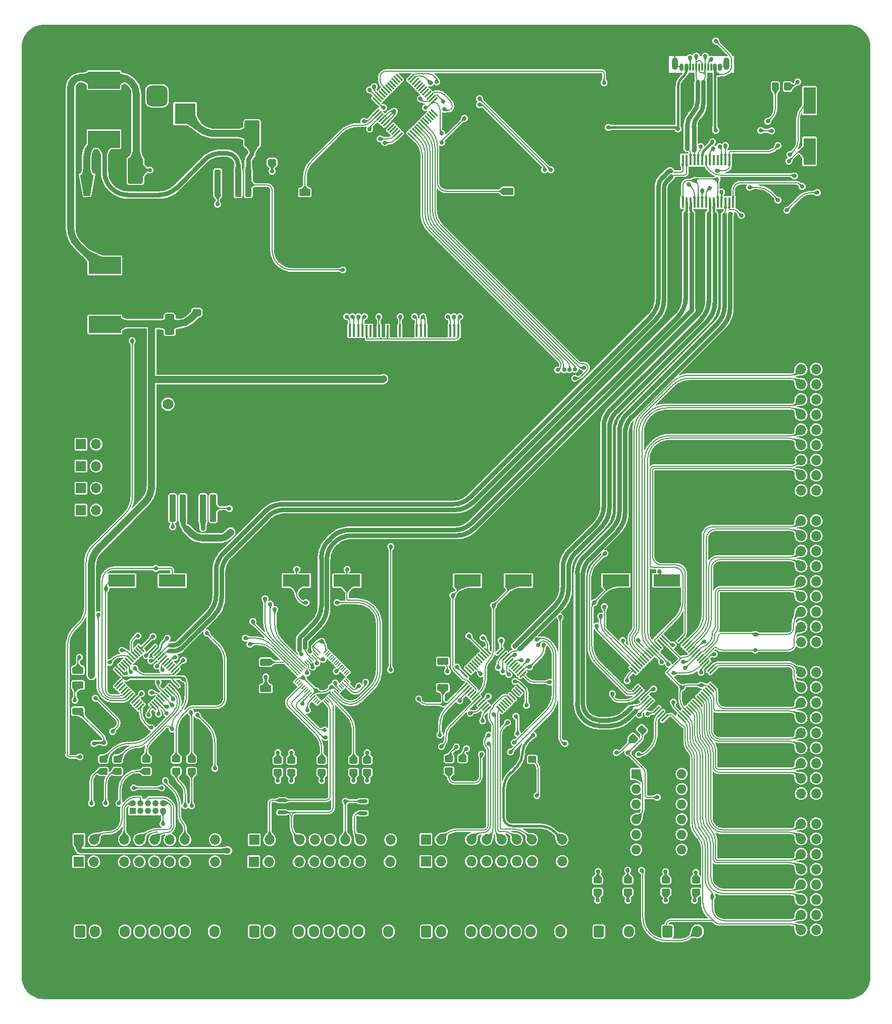
<source format=gtl>
%TF.GenerationSoftware,KiCad,Pcbnew,7.0.9*%
%TF.CreationDate,2023-12-25T16:10:32+05:30*%
%TF.ProjectId,Custom_BMP,43757374-6f6d-45f4-924d-502e6b696361,rev?*%
%TF.SameCoordinates,Original*%
%TF.FileFunction,Copper,L1,Top*%
%TF.FilePolarity,Positive*%
%FSLAX46Y46*%
G04 Gerber Fmt 4.6, Leading zero omitted, Abs format (unit mm)*
G04 Created by KiCad (PCBNEW 7.0.9) date 2023-12-25 16:10:32*
%MOMM*%
%LPD*%
G01*
G04 APERTURE LIST*
G04 Aperture macros list*
%AMRoundRect*
0 Rectangle with rounded corners*
0 $1 Rounding radius*
0 $2 $3 $4 $5 $6 $7 $8 $9 X,Y pos of 4 corners*
0 Add a 4 corners polygon primitive as box body*
4,1,4,$2,$3,$4,$5,$6,$7,$8,$9,$2,$3,0*
0 Add four circle primitives for the rounded corners*
1,1,$1+$1,$2,$3*
1,1,$1+$1,$4,$5*
1,1,$1+$1,$6,$7*
1,1,$1+$1,$8,$9*
0 Add four rect primitives between the rounded corners*
20,1,$1+$1,$2,$3,$4,$5,0*
20,1,$1+$1,$4,$5,$6,$7,0*
20,1,$1+$1,$6,$7,$8,$9,0*
20,1,$1+$1,$8,$9,$2,$3,0*%
%AMOutline4P*
0 Free polygon, 4 corners , with rotation*
0 The origin of the aperture is its center*
0 number of corners: always 4*
0 $1 to $8 corner X, Y*
0 $9 Rotation angle, in degrees counterclockwise*
0 create outline with 4 corners*
4,1,4,$1,$2,$3,$4,$5,$6,$7,$8,$1,$2,$9*%
G04 Aperture macros list end*
%TA.AperFunction,SMDPad,CuDef*%
%ADD10R,4.500000X2.000000*%
%TD*%
%TA.AperFunction,SMDPad,CuDef*%
%ADD11RoundRect,0.075000X0.441942X-0.548008X0.548008X-0.441942X-0.441942X0.548008X-0.548008X0.441942X0*%
%TD*%
%TA.AperFunction,SMDPad,CuDef*%
%ADD12RoundRect,0.075000X-0.441942X-0.548008X0.548008X0.441942X0.441942X0.548008X-0.548008X-0.441942X0*%
%TD*%
%TA.AperFunction,ComponentPad*%
%ADD13O,1.700000X1.700000*%
%TD*%
%TA.AperFunction,ComponentPad*%
%ADD14R,1.700000X1.700000*%
%TD*%
%TA.AperFunction,SMDPad,CuDef*%
%ADD15RoundRect,0.100000X0.800000X-0.500000X0.800000X0.500000X-0.800000X0.500000X-0.800000X-0.500000X0*%
%TD*%
%TA.AperFunction,SMDPad,CuDef*%
%ADD16RoundRect,0.150000X0.750000X-0.450000X0.750000X0.450000X-0.750000X0.450000X-0.750000X-0.450000X0*%
%TD*%
%TA.AperFunction,SMDPad,CuDef*%
%ADD17RoundRect,0.250000X0.450000X-0.325000X0.450000X0.325000X-0.450000X0.325000X-0.450000X-0.325000X0*%
%TD*%
%TA.AperFunction,SMDPad,CuDef*%
%ADD18RoundRect,0.250000X-0.450000X0.325000X-0.450000X-0.325000X0.450000X-0.325000X0.450000X0.325000X0*%
%TD*%
%TA.AperFunction,SMDPad,CuDef*%
%ADD19RoundRect,0.075000X0.415425X-0.521491X0.521491X-0.415425X-0.415425X0.521491X-0.521491X0.415425X0*%
%TD*%
%TA.AperFunction,SMDPad,CuDef*%
%ADD20RoundRect,0.075000X-0.415425X-0.521491X0.521491X0.415425X0.415425X0.521491X-0.521491X-0.415425X0*%
%TD*%
%TA.AperFunction,ComponentPad*%
%ADD21O,1.700000X1.950000*%
%TD*%
%TA.AperFunction,ComponentPad*%
%ADD22RoundRect,0.250000X-0.600000X-0.725000X0.600000X-0.725000X0.600000X0.725000X-0.600000X0.725000X0*%
%TD*%
%TA.AperFunction,SMDPad,CuDef*%
%ADD23RoundRect,0.250000X0.088388X-0.548008X0.548008X-0.088388X-0.088388X0.548008X-0.548008X0.088388X0*%
%TD*%
%TA.AperFunction,SMDPad,CuDef*%
%ADD24Outline4P,-1.800000X-1.150000X1.800000X-0.550000X1.800000X0.550000X-1.800000X1.150000X90.000000*%
%TD*%
%TA.AperFunction,SMDPad,CuDef*%
%ADD25Outline4P,-1.800000X-1.150000X1.800000X-0.550000X1.800000X0.550000X-1.800000X1.150000X270.000000*%
%TD*%
%TA.AperFunction,SMDPad,CuDef*%
%ADD26RoundRect,0.250000X-0.300000X2.050000X-0.300000X-2.050000X0.300000X-2.050000X0.300000X2.050000X0*%
%TD*%
%TA.AperFunction,SMDPad,CuDef*%
%ADD27RoundRect,0.250000X-2.375000X2.025000X-2.375000X-2.025000X2.375000X-2.025000X2.375000X2.025000X0*%
%TD*%
%TA.AperFunction,SMDPad,CuDef*%
%ADD28RoundRect,0.250002X-5.149998X4.449998X-5.149998X-4.449998X5.149998X-4.449998X5.149998X4.449998X0*%
%TD*%
%TA.AperFunction,ComponentPad*%
%ADD29O,1.000000X1.800000*%
%TD*%
%TA.AperFunction,ComponentPad*%
%ADD30O,1.000000X2.100000*%
%TD*%
%TA.AperFunction,SMDPad,CuDef*%
%ADD31RoundRect,0.150000X0.150000X0.425000X-0.150000X0.425000X-0.150000X-0.425000X0.150000X-0.425000X0*%
%TD*%
%TA.AperFunction,SMDPad,CuDef*%
%ADD32RoundRect,0.075000X0.075000X0.500000X-0.075000X0.500000X-0.075000X-0.500000X0.075000X-0.500000X0*%
%TD*%
%TA.AperFunction,SMDPad,CuDef*%
%ADD33R,0.450000X1.800000*%
%TD*%
%TA.AperFunction,SMDPad,CuDef*%
%ADD34RoundRect,0.250000X0.475000X-0.337500X0.475000X0.337500X-0.475000X0.337500X-0.475000X-0.337500X0*%
%TD*%
%TA.AperFunction,SMDPad,CuDef*%
%ADD35RoundRect,0.144000X0.000000X-2.059095X2.059095X0.000000X0.000000X2.059095X-2.059095X0.000000X0*%
%TD*%
%TA.AperFunction,ComponentPad*%
%ADD36C,0.800000*%
%TD*%
%TA.AperFunction,SMDPad,CuDef*%
%ADD37RoundRect,0.050000X0.238649X-0.309359X0.309359X-0.238649X-0.238649X0.309359X-0.309359X0.238649X0*%
%TD*%
%TA.AperFunction,SMDPad,CuDef*%
%ADD38RoundRect,0.050000X-0.238649X-0.309359X0.309359X0.238649X0.238649X0.309359X-0.309359X-0.238649X0*%
%TD*%
%TA.AperFunction,SMDPad,CuDef*%
%ADD39RoundRect,0.250000X-1.000000X1.950000X-1.000000X-1.950000X1.000000X-1.950000X1.000000X1.950000X0*%
%TD*%
%TA.AperFunction,ConnectorPad*%
%ADD40C,5.500000*%
%TD*%
%TA.AperFunction,ComponentPad*%
%ADD41C,3.600000*%
%TD*%
%TA.AperFunction,SMDPad,CuDef*%
%ADD42RoundRect,0.250000X0.300000X-2.050000X0.300000X2.050000X-0.300000X2.050000X-0.300000X-2.050000X0*%
%TD*%
%TA.AperFunction,SMDPad,CuDef*%
%ADD43RoundRect,0.250000X2.375000X-2.025000X2.375000X2.025000X-2.375000X2.025000X-2.375000X-2.025000X0*%
%TD*%
%TA.AperFunction,SMDPad,CuDef*%
%ADD44RoundRect,0.250002X5.149998X-4.449998X5.149998X4.449998X-5.149998X4.449998X-5.149998X-4.449998X0*%
%TD*%
%TA.AperFunction,ComponentPad*%
%ADD45C,1.800000*%
%TD*%
%TA.AperFunction,SMDPad,CuDef*%
%ADD46R,5.400000X2.900000*%
%TD*%
%TA.AperFunction,SMDPad,CuDef*%
%ADD47RoundRect,0.250000X0.550000X-1.500000X0.550000X1.500000X-0.550000X1.500000X-0.550000X-1.500000X0*%
%TD*%
%TA.AperFunction,ComponentPad*%
%ADD48R,3.500000X3.500000*%
%TD*%
%TA.AperFunction,ComponentPad*%
%ADD49RoundRect,0.750000X-1.000000X0.750000X-1.000000X-0.750000X1.000000X-0.750000X1.000000X0.750000X0*%
%TD*%
%TA.AperFunction,ComponentPad*%
%ADD50RoundRect,0.875000X-0.875000X0.875000X-0.875000X-0.875000X0.875000X-0.875000X0.875000X0.875000X0*%
%TD*%
%TA.AperFunction,SMDPad,CuDef*%
%ADD51R,0.400000X2.000000*%
%TD*%
%TA.AperFunction,SMDPad,CuDef*%
%ADD52R,2.000000X4.500000*%
%TD*%
%TA.AperFunction,ComponentPad*%
%ADD53C,1.060000*%
%TD*%
%TA.AperFunction,ComponentPad*%
%ADD54R,1.060000X1.060000*%
%TD*%
%TA.AperFunction,ComponentPad*%
%ADD55O,1.600000X1.600000*%
%TD*%
%TA.AperFunction,ComponentPad*%
%ADD56R,1.600000X1.600000*%
%TD*%
%TA.AperFunction,SMDPad,CuDef*%
%ADD57RoundRect,0.250000X0.650000X-0.350000X0.650000X0.350000X-0.650000X0.350000X-0.650000X-0.350000X0*%
%TD*%
%TA.AperFunction,SMDPad,CuDef*%
%ADD58RoundRect,0.150000X0.625000X-0.150000X0.625000X0.150000X-0.625000X0.150000X-0.625000X-0.150000X0*%
%TD*%
%TA.AperFunction,SMDPad,CuDef*%
%ADD59RoundRect,0.100000X-0.800000X0.500000X-0.800000X-0.500000X0.800000X-0.500000X0.800000X0.500000X0*%
%TD*%
%TA.AperFunction,SMDPad,CuDef*%
%ADD60RoundRect,0.150000X-0.750000X0.450000X-0.750000X-0.450000X0.750000X-0.450000X0.750000X0.450000X0*%
%TD*%
%TA.AperFunction,SMDPad,CuDef*%
%ADD61RoundRect,0.250000X-0.650000X0.350000X-0.650000X-0.350000X0.650000X-0.350000X0.650000X0.350000X0*%
%TD*%
%TA.AperFunction,SMDPad,CuDef*%
%ADD62RoundRect,0.150000X-0.625000X0.150000X-0.625000X-0.150000X0.625000X-0.150000X0.625000X0.150000X0*%
%TD*%
%TA.AperFunction,SMDPad,CuDef*%
%ADD63RoundRect,0.250000X1.000000X-1.950000X1.000000X1.950000X-1.000000X1.950000X-1.000000X-1.950000X0*%
%TD*%
%TA.AperFunction,SMDPad,CuDef*%
%ADD64RoundRect,0.250000X-0.325000X-0.450000X0.325000X-0.450000X0.325000X0.450000X-0.325000X0.450000X0*%
%TD*%
%TA.AperFunction,ViaPad*%
%ADD65C,0.720000*%
%TD*%
%TA.AperFunction,ViaPad*%
%ADD66C,1.000000*%
%TD*%
%TA.AperFunction,ViaPad*%
%ADD67C,2.000000*%
%TD*%
%TA.AperFunction,ViaPad*%
%ADD68C,0.800000*%
%TD*%
%TA.AperFunction,Conductor*%
%ADD69C,1.200000*%
%TD*%
%TA.AperFunction,Conductor*%
%ADD70C,0.200000*%
%TD*%
%TA.AperFunction,Conductor*%
%ADD71C,0.770000*%
%TD*%
%TA.AperFunction,Conductor*%
%ADD72C,0.400000*%
%TD*%
%TA.AperFunction,Conductor*%
%ADD73C,1.000000*%
%TD*%
%TA.AperFunction,Conductor*%
%ADD74C,0.800000*%
%TD*%
%TA.AperFunction,Conductor*%
%ADD75C,0.300000*%
%TD*%
%TA.AperFunction,Conductor*%
%ADD76C,0.250000*%
%TD*%
G04 APERTURE END LIST*
D10*
%TO.P,Y2,2,2*%
%TO.N,Net-(U2-PD0)*%
X43071500Y-112523100D03*
%TO.P,Y2,1,1*%
%TO.N,Net-(U2-PD1)*%
X51571500Y-112523100D03*
%TD*%
D11*
%TO.P,U15,64,VCORE*%
%TO.N,/USBHS_FTDI/VCORE*%
X128890381Y-127544919D03*
%TO.P,U15,63,EECS*%
%TO.N,/Supervisor_MCU/SUP_NSS*%
X129243934Y-127191366D03*
%TO.P,U15,62,EECLK*%
%TO.N,/Supervisor_MCU/SUP_SCK*%
X129597487Y-126837813D03*
%TO.P,U15,61,EEDATA*%
%TO.N,/Supervisor_MCU/SUP_MOSI*%
X129951041Y-126484259D03*
%TO.P,U15,60,~{PWREN}*%
%TO.N,Net-(U15-~{PWREN})*%
X130304594Y-126130706D03*
%TO.P,U15,59,BCBUS7*%
%TO.N,Net-(J13-Pin_77)*%
X130658148Y-125777152D03*
%TO.P,U15,58,BCBUS6*%
%TO.N,Net-(J13-Pin_75)*%
X131011701Y-125423599D03*
%TO.P,U15,57,BCBUS5*%
%TO.N,Net-(J13-Pin_73)*%
X131365254Y-125070046D03*
%TO.P,U15,56,VCCIO*%
%TO.N,/USBHS_FTDI/FTDI_3V3*%
X131718808Y-124716492D03*
%TO.P,U15,55,BCBUS4*%
%TO.N,/USBHS_FTDI/TXLED2*%
X132072361Y-124362939D03*
%TO.P,U15,54,BCBUS3*%
%TO.N,/USBHS_FTDI/RXLED2*%
X132425914Y-124009386D03*
%TO.P,U15,53,BCBUS2*%
%TO.N,Net-(J13-Pin_67)*%
X132779468Y-123655832D03*
%TO.P,U15,52,BCBUS1*%
%TO.N,Net-(J13-Pin_65)*%
X133133021Y-123302279D03*
%TO.P,U15,51,GND*%
%TO.N,GND*%
X133486575Y-122948725D03*
%TO.P,U15,50,VREGIN*%
%TO.N,/USBHS_FTDI/FTDI_3V3*%
X133840128Y-122595172D03*
%TO.P,U15,49,VREGOUT*%
%TO.N,/USBHS_FTDI/VCORE*%
X134193681Y-122241619D03*
D12*
%TO.P,U15,48,BCBUS0*%
%TO.N,Net-(J13-Pin_63)*%
X136916043Y-122241619D03*
%TO.P,U15,47,GND*%
%TO.N,GND*%
X137269596Y-122595172D03*
%TO.P,U15,46,BDBUS7*%
%TO.N,Net-(J13-Pin_57)*%
X137623149Y-122948725D03*
%TO.P,U15,45,BDBUS6*%
%TO.N,Net-(J13-Pin_55)*%
X137976703Y-123302279D03*
%TO.P,U15,44,BDBUS5*%
%TO.N,Net-(J13-Pin_53)*%
X138330256Y-123655832D03*
%TO.P,U15,43,BDBUS4*%
%TO.N,Net-(J13-Pin_51)*%
X138683810Y-124009386D03*
%TO.P,U15,42,VCCIO*%
%TO.N,/USBHS_FTDI/FTDI_3V3*%
X139037363Y-124362939D03*
%TO.P,U15,41,BDBUS3*%
%TO.N,/USBHS_FTDI/SCL2*%
X139390916Y-124716492D03*
%TO.P,U15,40,BDBUS2*%
%TO.N,/USBHS_FTDI/SDA2*%
X139744470Y-125070046D03*
%TO.P,U15,39,BDBUS1*%
%TO.N,/USBHS_FTDI/RXD2*%
X140098023Y-125423599D03*
%TO.P,U15,38,BDBUS0*%
%TO.N,/USBHS_FTDI/TXD2*%
X140451576Y-125777152D03*
%TO.P,U15,37,VCORE*%
%TO.N,/USBHS_FTDI/VCORE*%
X140805130Y-126130706D03*
%TO.P,U15,36,~{SUSPEND}*%
%TO.N,Net-(U15-~{SUSPEND})*%
X141158683Y-126484259D03*
%TO.P,U15,35,GND*%
%TO.N,GND*%
X141512237Y-126837813D03*
%TO.P,U15,34,ACBUS7*%
%TO.N,Net-(J13-Pin_37)*%
X141865790Y-127191366D03*
%TO.P,U15,33,ACBUS6*%
%TO.N,Net-(J13-Pin_35)*%
X142219343Y-127544919D03*
D11*
%TO.P,U15,32,ACBUS5*%
%TO.N,Net-(J13-Pin_33)*%
X142219343Y-130267281D03*
%TO.P,U15,31,VCCIO*%
%TO.N,/USBHS_FTDI/FTDI_3V3*%
X141865790Y-130620834D03*
%TO.P,U15,30,ACBUS4*%
%TO.N,/USBHS_FTDI/TXLED1*%
X141512237Y-130974387D03*
%TO.P,U15,29,ACBUS3*%
%TO.N,/USBHS_FTDI/RXLED1*%
X141158683Y-131327941D03*
%TO.P,U15,28,ACBUS2*%
%TO.N,Net-(J13-Pin_27)*%
X140805130Y-131681494D03*
%TO.P,U15,27,ACBUS1*%
%TO.N,Net-(J13-Pin_25)*%
X140451576Y-132035048D03*
%TO.P,U15,26,ACBUS0*%
%TO.N,Net-(J13-Pin_23)*%
X140098023Y-132388601D03*
%TO.P,U15,25,GND*%
%TO.N,GND*%
X139744470Y-132742154D03*
%TO.P,U15,24,ADBUS7*%
%TO.N,Net-(J13-Pin_17)*%
X139390916Y-133095708D03*
%TO.P,U15,23,ADBUS6*%
%TO.N,Net-(J13-Pin_15)*%
X139037363Y-133449261D03*
%TO.P,U15,22,ADBUS5*%
%TO.N,Net-(J13-Pin_13)*%
X138683810Y-133802814D03*
%TO.P,U15,21,ADBUS4*%
%TO.N,Net-(J13-Pin_11)*%
X138330256Y-134156368D03*
%TO.P,U15,20,VCCIO*%
%TO.N,/USBHS_FTDI/FTDI_3V3*%
X137976703Y-134509921D03*
%TO.P,U15,19,ADBUS3*%
%TO.N,/USBHS_FTDI/SCL1*%
X137623149Y-134863475D03*
%TO.P,U15,18,ADBUS2*%
%TO.N,/USBHS_FTDI/SDA1*%
X137269596Y-135217028D03*
%TO.P,U15,17,ADBUS1*%
%TO.N,/USBHS_FTDI/RXD1*%
X136916043Y-135570581D03*
D12*
%TO.P,U15,16,ADBUS0*%
%TO.N,/USBHS_FTDI/TXD1*%
X134193681Y-135570581D03*
%TO.P,U15,15,GND*%
%TO.N,GND*%
X133840128Y-135217028D03*
%TO.P,U15,14,~{RESET}*%
%TO.N,Net-(U15-~{RESET})*%
X133486575Y-134863475D03*
%TO.P,U15,13,TEST*%
%TO.N,GND*%
X133133021Y-134509921D03*
%TO.P,U15,12,VCORE*%
%TO.N,/USBHS_FTDI/VCORE*%
X132779468Y-134156368D03*
%TO.P,U15,11,GND*%
%TO.N,GND*%
X132425914Y-133802814D03*
%TO.P,U15,10,AGND*%
X132072361Y-133449261D03*
%TO.P,U15,9,VPLL*%
%TO.N,Net-(U15-VPLL)*%
X131718808Y-133095708D03*
%TO.P,U15,8,DP*%
%TO.N,/Main_USB_HUB/USB4_DP*%
X131365254Y-132742154D03*
%TO.P,U15,7,DM*%
%TO.N,/Main_USB_HUB/USB4_DN*%
X131011701Y-132388601D03*
%TO.P,U15,6,REF*%
%TO.N,Net-(U15-REF)*%
X130658148Y-132035048D03*
%TO.P,U15,5,GND*%
%TO.N,GND*%
X130304594Y-131681494D03*
%TO.P,U15,4,VPHY*%
%TO.N,Net-(U15-VPHY)*%
X129951041Y-131327941D03*
%TO.P,U15,3,OSCO*%
%TO.N,Net-(U15-OSCO)*%
X129597487Y-130974387D03*
%TO.P,U15,2,OSCI*%
%TO.N,Net-(U15-OSCI)*%
X129243934Y-130620834D03*
%TO.P,U15,1,GND*%
%TO.N,GND*%
X128890381Y-130267281D03*
%TD*%
D13*
%TO.P,J13,80,Pin_80*%
%TO.N,GND*%
X157049500Y-74550100D03*
%TO.P,J13,79,Pin_79*%
X159589500Y-74550100D03*
%TO.P,J13,78,Pin_78*%
%TO.N,Net-(J13-Pin_77)*%
X157049500Y-77090100D03*
%TO.P,J13,77,Pin_77*%
X159589500Y-77090100D03*
%TO.P,J13,76,Pin_76*%
%TO.N,Net-(J13-Pin_75)*%
X157049500Y-79630100D03*
%TO.P,J13,75,Pin_75*%
X159589500Y-79630100D03*
%TO.P,J13,74,Pin_74*%
%TO.N,Net-(J13-Pin_73)*%
X157049500Y-82170100D03*
%TO.P,J13,73,Pin_73*%
X159589500Y-82170100D03*
%TO.P,J13,72,Pin_72*%
%TO.N,/USBHS_FTDI/TXLED2*%
X157049500Y-84710100D03*
%TO.P,J13,71,Pin_71*%
X159589500Y-84710100D03*
%TO.P,J13,70,Pin_70*%
%TO.N,/USBHS_FTDI/RXLED2*%
X157049500Y-87250100D03*
%TO.P,J13,69,Pin_69*%
X159589500Y-87250100D03*
%TO.P,J13,68,Pin_68*%
%TO.N,Net-(J13-Pin_67)*%
X157049500Y-89790100D03*
%TO.P,J13,67,Pin_67*%
X159589500Y-89790100D03*
%TO.P,J13,66,Pin_66*%
%TO.N,Net-(J13-Pin_65)*%
X157049500Y-92330100D03*
%TO.P,J13,65,Pin_65*%
X159589500Y-92330100D03*
%TO.P,J13,64,Pin_64*%
%TO.N,Net-(J13-Pin_63)*%
X157049500Y-94870100D03*
%TO.P,J13,63,Pin_63*%
X159589500Y-94870100D03*
%TO.P,J13,62,Pin_62*%
%TO.N,/USBHS_FTDI/FTDI_3V3*%
X157049500Y-97410100D03*
%TO.P,J13,61,Pin_61*%
X159589500Y-97410100D03*
%TO.P,J13,60,Pin_60*%
%TO.N,GND*%
X157049500Y-99950100D03*
%TO.P,J13,59,Pin_59*%
X159589500Y-99950100D03*
%TO.P,J13,58,Pin_58*%
%TO.N,Net-(J13-Pin_57)*%
X157049500Y-102490100D03*
%TO.P,J13,57,Pin_57*%
X159589500Y-102490100D03*
%TO.P,J13,56,Pin_56*%
%TO.N,Net-(J13-Pin_55)*%
X157049500Y-105030100D03*
%TO.P,J13,55,Pin_55*%
X159589500Y-105030100D03*
%TO.P,J13,54,Pin_54*%
%TO.N,Net-(J13-Pin_53)*%
X157049500Y-107570100D03*
%TO.P,J13,53,Pin_53*%
X159589500Y-107570100D03*
%TO.P,J13,52,Pin_52*%
%TO.N,Net-(J13-Pin_51)*%
X157049500Y-110110100D03*
%TO.P,J13,51,Pin_51*%
X159589500Y-110110100D03*
%TO.P,J13,50,Pin_50*%
%TO.N,/USBHS_FTDI/SCL2*%
X157049500Y-112650100D03*
%TO.P,J13,49,Pin_49*%
X159589500Y-112650100D03*
%TO.P,J13,48,Pin_48*%
%TO.N,/USBHS_FTDI/SDA2*%
X157049500Y-115190100D03*
%TO.P,J13,47,Pin_47*%
X159589500Y-115190100D03*
%TO.P,J13,46,Pin_46*%
%TO.N,/USBHS_FTDI/RXD2*%
X157049500Y-117730100D03*
%TO.P,J13,45,Pin_45*%
X159589500Y-117730100D03*
%TO.P,J13,44,Pin_44*%
%TO.N,/USBHS_FTDI/TXD2*%
X157049500Y-120270100D03*
%TO.P,J13,43,Pin_43*%
X159589500Y-120270100D03*
%TO.P,J13,42,Pin_42*%
%TO.N,/USBHS_FTDI/FTDI_3V3*%
X157049500Y-122810100D03*
%TO.P,J13,41,Pin_41*%
X159589500Y-122810100D03*
%TO.P,J13,40,Pin_40*%
%TO.N,GND*%
X157049500Y-125350100D03*
%TO.P,J13,39,Pin_39*%
X159589500Y-125350100D03*
%TO.P,J13,38,Pin_38*%
%TO.N,Net-(J13-Pin_37)*%
X157049500Y-127890100D03*
%TO.P,J13,37,Pin_37*%
X159589500Y-127890100D03*
%TO.P,J13,36,Pin_36*%
%TO.N,Net-(J13-Pin_35)*%
X157049500Y-130430100D03*
%TO.P,J13,35,Pin_35*%
X159589500Y-130430100D03*
%TO.P,J13,34,Pin_34*%
%TO.N,Net-(J13-Pin_33)*%
X157049500Y-132970100D03*
%TO.P,J13,33,Pin_33*%
X159589500Y-132970100D03*
%TO.P,J13,32,Pin_32*%
%TO.N,/USBHS_FTDI/TXLED1*%
X157049500Y-135510100D03*
%TO.P,J13,31,Pin_31*%
X159589500Y-135510100D03*
%TO.P,J13,30,Pin_30*%
%TO.N,/USBHS_FTDI/RXLED1*%
X157049500Y-138050100D03*
%TO.P,J13,29,Pin_29*%
X159589500Y-138050100D03*
%TO.P,J13,28,Pin_28*%
%TO.N,Net-(J13-Pin_27)*%
X157049500Y-140590100D03*
%TO.P,J13,27,Pin_27*%
X159589500Y-140590100D03*
%TO.P,J13,26,Pin_26*%
%TO.N,Net-(J13-Pin_25)*%
X157049500Y-143130100D03*
%TO.P,J13,25,Pin_25*%
X159589500Y-143130100D03*
%TO.P,J13,24,Pin_24*%
%TO.N,Net-(J13-Pin_23)*%
X157049500Y-145670100D03*
%TO.P,J13,23,Pin_23*%
X159589500Y-145670100D03*
%TO.P,J13,22,Pin_22*%
%TO.N,/USBHS_FTDI/FTDI_3V3*%
X157049500Y-148210100D03*
%TO.P,J13,21,Pin_21*%
X159589500Y-148210100D03*
%TO.P,J13,20,Pin_20*%
%TO.N,GND*%
X157049500Y-150750100D03*
%TO.P,J13,19,Pin_19*%
X159589500Y-150750100D03*
%TO.P,J13,18,Pin_18*%
%TO.N,Net-(J13-Pin_17)*%
X157049500Y-153290100D03*
%TO.P,J13,17,Pin_17*%
X159589500Y-153290100D03*
%TO.P,J13,16,Pin_16*%
%TO.N,Net-(J13-Pin_15)*%
X157049500Y-155830100D03*
%TO.P,J13,15,Pin_15*%
X159589500Y-155830100D03*
%TO.P,J13,14,Pin_14*%
%TO.N,Net-(J13-Pin_13)*%
X157049500Y-158370100D03*
%TO.P,J13,13,Pin_13*%
X159589500Y-158370100D03*
%TO.P,J13,12,Pin_12*%
%TO.N,Net-(J13-Pin_11)*%
X157049500Y-160910100D03*
%TO.P,J13,11,Pin_11*%
X159589500Y-160910100D03*
%TO.P,J13,10,Pin_10*%
%TO.N,/USBHS_FTDI/SCL1*%
X157049500Y-163450100D03*
%TO.P,J13,9,Pin_9*%
X159589500Y-163450100D03*
%TO.P,J13,8,Pin_8*%
%TO.N,/USBHS_FTDI/SDA1*%
X157049500Y-165990100D03*
%TO.P,J13,7,Pin_7*%
X159589500Y-165990100D03*
%TO.P,J13,6,Pin_6*%
%TO.N,/USBHS_FTDI/RXD1*%
X157049500Y-168530100D03*
%TO.P,J13,5,Pin_5*%
X159589500Y-168530100D03*
%TO.P,J13,4,Pin_4*%
%TO.N,/USBHS_FTDI/TXD1*%
X157049500Y-171070100D03*
%TO.P,J13,3,Pin_3*%
X159589500Y-171070100D03*
%TO.P,J13,2,Pin_2*%
%TO.N,GND*%
X157049500Y-173610100D03*
D14*
%TO.P,J13,1,Pin_1*%
X159589500Y-173610100D03*
%TD*%
D15*
%TO.P,SW1,2,2*%
%TO.N,Net-(U3-BOOT0)*%
X96978500Y-126071100D03*
D16*
%TO.P,SW1,1,1*%
%TO.N,/STLink/~{STLINK_VSYS}*%
X96978500Y-130471100D03*
%TD*%
D17*
%TO.P,D16,2,A*%
%TO.N,/USBHS_FTDI/TXLED2*%
X122915343Y-162679100D03*
%TO.P,D16,1,K*%
%TO.N,Net-(D16-K)*%
X122915343Y-164729100D03*
%TD*%
%TO.P,D11,2,A*%
%TO.N,/PicoProbe/PP_LED_DAP_CON*%
X81992500Y-142613100D03*
%TO.P,D11,1,K*%
%TO.N,Net-(D11-K)*%
X81992500Y-144663100D03*
%TD*%
D13*
%TO.P,J12,10,Pin_10*%
%TO.N,/PicoProbe/PP5V*%
X88215500Y-155957100D03*
%TO.P,J12,9,Pin_9*%
%TO.N,GND*%
X85675500Y-155957100D03*
%TO.P,J12,8,Pin_8*%
%TO.N,/PicoProbe/PP_CONN11*%
X83135500Y-155957100D03*
%TO.P,J12,7,Pin_7*%
%TO.N,/PicoProbe/PP_CONN12*%
X80595500Y-155957100D03*
%TO.P,J12,6,Pin_6*%
%TO.N,unconnected-(J12-Pin_6-Pad6)*%
X78055500Y-155957100D03*
%TO.P,J12,5,Pin_5*%
%TO.N,unconnected-(J12-Pin_5-Pad5)*%
X75515500Y-155957100D03*
%TO.P,J12,4,Pin_4*%
%TO.N,/PicoProbe/PP_CONN22*%
X72975500Y-155957100D03*
%TO.P,J12,3,Pin_3*%
%TO.N,GND*%
X70435500Y-155957100D03*
%TO.P,J12,2,Pin_2*%
%TO.N,/PicoProbe/PP_CONN21*%
X67895500Y-155957100D03*
D14*
%TO.P,J12,1,Pin_1*%
%TO.N,/PicoProbe/PP_VSYS*%
X65355500Y-155957100D03*
%TD*%
D17*
%TO.P,D20,2,A*%
%TO.N,Net-(D20-A)*%
X111964500Y-142486100D03*
%TO.P,D20,1,K*%
%TO.N,GND*%
X111964500Y-144536100D03*
%TD*%
D18*
%TO.P,D19,2,A*%
%TO.N,Net-(D19-A)*%
X68327300Y-42453500D03*
%TO.P,D19,1,K*%
%TO.N,GND*%
X68327300Y-40403500D03*
%TD*%
D19*
%TO.P,U3,48,VDD*%
%TO.N,/STLink/~{STLINK_VSYS}*%
X100585203Y-128233419D03*
%TO.P,U3,47,VSS*%
%TO.N,GND*%
X100938757Y-127879865D03*
%TO.P,U3,46,PB9*%
%TO.N,unconnected-(U3-PB9-Pad46)*%
X101292310Y-127526312D03*
%TO.P,U3,45,PB8*%
%TO.N,unconnected-(U3-PB8-Pad45)*%
X101645864Y-127172758D03*
%TO.P,U3,44,BOOT0*%
%TO.N,Net-(U3-BOOT0)*%
X101999417Y-126819205D03*
%TO.P,U3,43,PB7*%
%TO.N,unconnected-(U3-PB7-Pad43)*%
X102352970Y-126465652D03*
%TO.P,U3,42,PB6*%
%TO.N,unconnected-(U3-PB6-Pad42)*%
X102706524Y-126112098D03*
%TO.P,U3,41,PB5*%
%TO.N,unconnected-(U3-PB5-Pad41)*%
X103060077Y-125758545D03*
%TO.P,U3,40,PB4*%
%TO.N,unconnected-(U3-PB4-Pad40)*%
X103413630Y-125404992D03*
%TO.P,U3,39,PB3*%
%TO.N,unconnected-(U3-PB3-Pad39)*%
X103767184Y-125051438D03*
%TO.P,U3,38,PA15*%
%TO.N,Net-(U3-PA15)*%
X104120737Y-124697885D03*
%TO.P,U3,37,PA14*%
%TO.N,/STLink/~{STLIINK_SWCLK}*%
X104474291Y-124344331D03*
D20*
%TO.P,U3,36,VDD*%
%TO.N,/STLink/~{STLINK_VSYS}*%
X106471867Y-124344331D03*
%TO.P,U3,35,VSS*%
%TO.N,GND*%
X106825421Y-124697885D03*
%TO.P,U3,34,PA13*%
%TO.N,/STLink/~{STLIINK_SDIO}*%
X107178974Y-125051438D03*
%TO.P,U3,33,PA12*%
%TO.N,/Main_USB_HUB/USB3_DP*%
X107532528Y-125404992D03*
%TO.P,U3,32,PA11*%
%TO.N,/Main_USB_HUB/USB3_DN*%
X107886081Y-125758545D03*
%TO.P,U3,31,PA10*%
%TO.N,/STLink/STL_SWO*%
X108239634Y-126112098D03*
%TO.P,U3,30,PA9*%
%TO.N,Net-(U3-PA9)*%
X108593188Y-126465652D03*
%TO.P,U3,29,PA8*%
%TO.N,unconnected-(U3-PA8-Pad29)*%
X108946741Y-126819205D03*
%TO.P,U3,28,PB15*%
%TO.N,unconnected-(U3-PB15-Pad28)*%
X109300294Y-127172758D03*
%TO.P,U3,27,PB14*%
%TO.N,/STLink/STL_DIO*%
X109653848Y-127526312D03*
%TO.P,U3,26,PB13*%
%TO.N,/STLink/STL_CLK*%
X110007401Y-127879865D03*
%TO.P,U3,25,PB12*%
%TO.N,Net-(U3-PB12)*%
X110360955Y-128233419D03*
D19*
%TO.P,U3,24,VDD*%
%TO.N,/STLink/~{STLINK_VSYS}*%
X110360955Y-130230995D03*
%TO.P,U3,23,VSS*%
%TO.N,GND*%
X110007401Y-130584549D03*
%TO.P,U3,22,PB11*%
%TO.N,unconnected-(U3-PB11-Pad22)*%
X109653848Y-130938102D03*
%TO.P,U3,21,PB10*%
%TO.N,unconnected-(U3-PB10-Pad21)*%
X109300294Y-131291656D03*
%TO.P,U3,20,PB2*%
%TO.N,GND*%
X108946741Y-131645209D03*
%TO.P,U3,19,PB1*%
%TO.N,unconnected-(U3-PB1-Pad19)*%
X108593188Y-131998762D03*
%TO.P,U3,18,PB0*%
%TO.N,/STLink/STL_RST*%
X108239634Y-132352316D03*
%TO.P,U3,17,PA7*%
%TO.N,unconnected-(U3-PA7-Pad17)*%
X107886081Y-132705869D03*
%TO.P,U3,16,PA6*%
%TO.N,unconnected-(U3-PA6-Pad16)*%
X107532528Y-133059422D03*
%TO.P,U3,15,PA5*%
%TO.N,unconnected-(U3-PA5-Pad15)*%
X107178974Y-133412976D03*
%TO.P,U3,14,PA4*%
%TO.N,unconnected-(U3-PA4-Pad14)*%
X106825421Y-133766529D03*
%TO.P,U3,13,PA3*%
%TO.N,/STLink/STL_RXD*%
X106471867Y-134120083D03*
D20*
%TO.P,U3,12,PA2*%
%TO.N,/STLink/STL_TXD*%
X104474291Y-134120083D03*
%TO.P,U3,11,PA1*%
%TO.N,unconnected-(U3-PA1-Pad11)*%
X104120737Y-133766529D03*
%TO.P,U3,10,PA0*%
%TO.N,Net-(U3-PA0)*%
X103767184Y-133412976D03*
%TO.P,U3,9,VDDA*%
%TO.N,/STLink/~{STLINK_VSYS}*%
X103413630Y-133059422D03*
%TO.P,U3,8,VSSA*%
%TO.N,GND*%
X103060077Y-132705869D03*
%TO.P,U3,7,NRST*%
%TO.N,Net-(U3-NRST)*%
X102706524Y-132352316D03*
%TO.P,U3,6,PD1*%
%TO.N,Net-(U3-PD1)*%
X102352970Y-131998762D03*
%TO.P,U3,5,PD0*%
%TO.N,Net-(U3-PD0)*%
X101999417Y-131645209D03*
%TO.P,U3,4,PC15*%
%TO.N,unconnected-(U3-PC15-Pad4)*%
X101645864Y-131291656D03*
%TO.P,U3,3,PC14*%
%TO.N,Net-(U3-PC14)*%
X101292310Y-130938102D03*
%TO.P,U3,2,PC13*%
%TO.N,Net-(U3-PC13)*%
X100938757Y-130584549D03*
%TO.P,U3,1,VBAT*%
%TO.N,/STLink/~{STLINK_VSYS}*%
X100585203Y-130230995D03*
%TD*%
D21*
%TO.P,J2,10,Pin_10*%
%TO.N,/STLink/~{STLINK_VBUS}*%
X116684500Y-171341249D03*
%TO.P,J2,9,Pin_9*%
%TO.N,GND*%
X114184500Y-171341249D03*
%TO.P,J2,8,Pin_8*%
%TO.N,/STLink/STL_TXD*%
X111684500Y-171341249D03*
%TO.P,J2,7,Pin_7*%
%TO.N,/STLink/STL_RXD*%
X109184500Y-171341249D03*
%TO.P,J2,6,Pin_6*%
%TO.N,/STLink/STL_SWO*%
X106684500Y-171341249D03*
%TO.P,J2,5,Pin_5*%
%TO.N,/STLink/STL_RST*%
X104184500Y-171341249D03*
%TO.P,J2,4,Pin_4*%
%TO.N,/STLink/STL_DIO*%
X101684500Y-171341249D03*
%TO.P,J2,3,Pin_3*%
%TO.N,GND*%
X99184500Y-171341249D03*
%TO.P,J2,2,Pin_2*%
%TO.N,/STLink/STL_CLK*%
X96684500Y-171341249D03*
D22*
%TO.P,J2,1,Pin_1*%
%TO.N,/STLink/~{STLINK_VSYS}*%
X94184500Y-171341249D03*
%TD*%
D10*
%TO.P,Y4,2,2*%
%TO.N,Net-(U15-OSCI)*%
X126002500Y-112497700D03*
%TO.P,Y4,1,1*%
%TO.N,Net-(U15-OSCO)*%
X134502500Y-112497700D03*
%TD*%
D23*
%TO.P,D21,2,A*%
%TO.N,/USBHS_FTDI/FTDI_3V3*%
X130391784Y-137527416D03*
%TO.P,D21,1,K*%
%TO.N,Net-(D21-K)*%
X128942216Y-138976984D03*
%TD*%
D15*
%TO.P,SW3,2,2*%
%TO.N,GND*%
X35764500Y-123150100D03*
D16*
%TO.P,SW3,1,1*%
%TO.N,Net-(U2-PB12)*%
X35764500Y-127550100D03*
%TD*%
D24*
%TO.P,D18,2,A*%
%TO.N,GND*%
X37288500Y-52050100D03*
D25*
%TO.P,D18,1,K*%
%TO.N,Net-(D18-K)*%
X37288500Y-46250100D03*
%TD*%
D17*
%TO.P,D4,2,A*%
%TO.N,/BlackMagicProbe/BMP_LED0*%
X54822500Y-142441100D03*
%TO.P,D4,1,K*%
%TO.N,Net-(D4-K)*%
X54822500Y-144491100D03*
%TD*%
D26*
%TO.P,U29,5,~{ON}/OFF*%
%TO.N,GND*%
X57510500Y-45915100D03*
%TO.P,U29,4,FB*%
%TO.N,Net-(U29-FB)*%
X59210500Y-45915100D03*
D27*
%TO.P,U29,3,GND*%
%TO.N,GND*%
X58135500Y-57490100D03*
X63685500Y-57490100D03*
D28*
X60910500Y-55065100D03*
D27*
X58135500Y-52640100D03*
X63685500Y-52640100D03*
D26*
X60910500Y-45915100D03*
%TO.P,U29,2,OUT*%
%TO.N,Net-(D18-K)*%
X62610500Y-45915100D03*
%TO.P,U29,1,VIN*%
%TO.N,/Main_USB_HUB/EXTPWR*%
X64310500Y-45915100D03*
%TD*%
D17*
%TO.P,D3,2,A*%
%TO.N,/BlackMagicProbe/~{BMP_VSYS}*%
X47222500Y-142441100D03*
%TO.P,D3,1,K*%
%TO.N,Net-(D3-K)*%
X47222500Y-144491100D03*
%TD*%
D29*
%TO.P,J16,S1,SHIELD*%
%TO.N,GND*%
X135888000Y-21698200D03*
D30*
X135888000Y-25878200D03*
D29*
X144528000Y-21698200D03*
D30*
X144528000Y-25878200D03*
D31*
%TO.P,J16,B12,GND*%
X143408000Y-26453200D03*
%TO.P,J16,B9,VBUS*%
%TO.N,/Main_USB_HUB/USBC_VBUS*%
X142608000Y-26453200D03*
D32*
%TO.P,J16,B8,SBU2*%
%TO.N,unconnected-(J16-SBU2-PadB8)*%
X141958000Y-26453200D03*
%TO.P,J16,B7,D-*%
%TO.N,/Main_USB_HUB/USBC_DN*%
X140958000Y-26453200D03*
%TO.P,J16,B6,D+*%
%TO.N,/Main_USB_HUB/USBC_DP*%
X139458000Y-26453200D03*
%TO.P,J16,B5,CC2*%
%TO.N,Net-(J16-CC2)*%
X138458000Y-26453200D03*
D31*
%TO.P,J16,B4,VBUS*%
%TO.N,/Main_USB_HUB/USBC_VBUS*%
X137808000Y-26453200D03*
%TO.P,J16,B1,GND*%
%TO.N,GND*%
X137008000Y-26453200D03*
%TO.P,J16,A12,GND*%
X137008000Y-26453200D03*
%TO.P,J16,A9,VBUS*%
%TO.N,/Main_USB_HUB/USBC_VBUS*%
X137808000Y-26453200D03*
D32*
%TO.P,J16,A8,SBU1*%
%TO.N,unconnected-(J16-SBU1-PadA8)*%
X138958000Y-26453200D03*
%TO.P,J16,A7,D-*%
%TO.N,/Main_USB_HUB/USBC_DN*%
X139958000Y-26453200D03*
%TO.P,J16,A6,D+*%
%TO.N,/Main_USB_HUB/USBC_DP*%
X140458000Y-26453200D03*
%TO.P,J16,A5,CC1*%
%TO.N,Net-(J16-CC1)*%
X141458000Y-26453200D03*
D31*
%TO.P,J16,A4,VBUS*%
%TO.N,/Main_USB_HUB/USBC_VBUS*%
X142608000Y-26453200D03*
%TO.P,J16,A1,GND*%
%TO.N,GND*%
X143408000Y-26453200D03*
%TD*%
D33*
%TO.P,U1,28,DP1*%
%TO.N,/BlackMagicProbe/BMP_DP*%
X137203500Y-42044100D03*
%TO.P,U1,27,DM1*%
%TO.N,/BlackMagicProbe/BMP_DN*%
X137853500Y-42044100D03*
%TO.P,U1,26,DP0*%
%TO.N,/Main_USB_HUB/USBC_DP*%
X138503500Y-42044100D03*
%TO.P,U1,25,DM0*%
%TO.N,/Main_USB_HUB/USBC_DN*%
X139153500Y-42044100D03*
%TO.P,U1,24,V33*%
%TO.N,/Main_USB_HUB/3V3HUB*%
X139803500Y-42044100D03*
%TO.P,U1,23,V5*%
%TO.N,VBUS*%
X140453500Y-42044100D03*
%TO.P,U1,22,PWREN1#*%
%TO.N,/Main_USB_HUB/EESDA*%
X141103500Y-42044100D03*
%TO.P,U1,21,OVCUR1#*%
%TO.N,Net-(U1-OVCUR1#)*%
X141753500Y-42044100D03*
%TO.P,U1,20,PWREN2#*%
%TO.N,unconnected-(U1-PWREN2#-Pad20)*%
X142403500Y-42044100D03*
%TO.P,U1,19,OVCUR2#*%
%TO.N,unconnected-(U1-OVCUR2#-Pad19)*%
X143053500Y-42044100D03*
%TO.P,U1,18,PGANG*%
%TO.N,/Main_USB_HUB/~{SUSPEND}*%
X143703500Y-42044100D03*
%TO.P,U1,17,PSELF*%
%TO.N,/Main_USB_HUB/PDETECT*%
X144353500Y-42044100D03*
%TO.P,U1,16,DVDD*%
%TO.N,/Main_USB_HUB/3V3HUB*%
X145003500Y-42044100D03*
%TO.P,U1,15,GND*%
%TO.N,GND*%
X145653500Y-42044100D03*
%TO.P,U1,14,TEST/SCL*%
%TO.N,/Main_USB_HUB/EESCL*%
X145653500Y-49144100D03*
%TO.P,U1,13,RESET#*%
%TO.N,/Main_USB_HUB/HUBRST*%
X145003500Y-49144100D03*
%TO.P,U1,12,DP4*%
%TO.N,/Main_USB_HUB/USB4_DP*%
X144353500Y-49144100D03*
%TO.P,U1,11,DM4*%
%TO.N,/Main_USB_HUB/USB4_DN*%
X143703500Y-49144100D03*
%TO.P,U1,10,AVDD_3*%
%TO.N,/Main_USB_HUB/3V3HUB*%
X143053500Y-49144100D03*
%TO.P,U1,9,DP3*%
%TO.N,/Main_USB_HUB/USB3_DP*%
X142403500Y-49144100D03*
%TO.P,U1,8,DM3*%
%TO.N,/Main_USB_HUB/USB3_DN*%
X141753500Y-49144100D03*
%TO.P,U1,7,X2*%
%TO.N,/Main_USB_HUB/XIN*%
X141103500Y-49144100D03*
%TO.P,U1,6,X1*%
%TO.N,/Main_USB_HUB/XOUT*%
X140453500Y-49144100D03*
%TO.P,U1,5,AVDD_2*%
%TO.N,/Main_USB_HUB/3V3HUB*%
X139803500Y-49144100D03*
%TO.P,U1,4,RREF*%
%TO.N,/Main_USB_HUB/REF*%
X139153500Y-49144100D03*
%TO.P,U1,3,DP2*%
%TO.N,/Main_USB_HUB/USB2_DP*%
X138503500Y-49144100D03*
%TO.P,U1,2,DM2*%
%TO.N,/Main_USB_HUB/USB2_DN*%
X137853500Y-49144100D03*
%TO.P,U1,1,AVDD_1*%
%TO.N,/Main_USB_HUB/3V3HUB*%
X137203500Y-49144100D03*
%TD*%
D21*
%TO.P,J15,3,Pin_3*%
%TO.N,/USBHS_FTDI/RXD2*%
X128140500Y-171307100D03*
%TO.P,J15,2,Pin_2*%
%TO.N,GND*%
X125640500Y-171307100D03*
D22*
%TO.P,J15,1,Pin_1*%
%TO.N,/USBHS_FTDI/TXD2*%
X123140500Y-171307100D03*
%TD*%
D13*
%TO.P,JP10,2,B*%
%TO.N,Net-(JP10-B)*%
X38807500Y-93345000D03*
D14*
%TO.P,JP10,1,A*%
%TO.N,Net-(JP10-A)*%
X36267500Y-93345000D03*
%TD*%
D34*
%TO.P,C76,2*%
%TO.N,GND*%
X55703500Y-65511600D03*
%TO.P,C76,1*%
%TO.N,VBUS*%
X55703500Y-67586600D03*
%TD*%
D35*
%TO.P,U14,57,GND*%
%TO.N,GND*%
X76671061Y-128664661D03*
D36*
X76671061Y-128664661D03*
D37*
%TO.P,U14,56,QSPI_SS*%
%TO.N,/PicoProbe/QSPI_SS*%
X72401904Y-128072459D03*
%TO.P,U14,55,QSPI_SD1*%
%TO.N,/PicoProbe/QSPI_SD1*%
X72684747Y-127789616D03*
%TO.P,U14,54,QSPI_SD2*%
%TO.N,/PicoProbe/QSPI_SD2*%
X72967589Y-127506774D03*
%TO.P,U14,53,QSPI_SD0*%
%TO.N,/PicoProbe/QSPI_SD0*%
X73250432Y-127223931D03*
%TO.P,U14,52,QSPI_SCLK*%
%TO.N,/PicoProbe/QSPI_SCLK*%
X73533275Y-126941088D03*
%TO.P,U14,51,QSPI_SD3*%
%TO.N,/PicoProbe/QSPI_SD3*%
X73816117Y-126658246D03*
%TO.P,U14,50,DVDD*%
%TO.N,/PicoProbe/PP_DVDD*%
X74098960Y-126375403D03*
%TO.P,U14,49,IOVDD*%
%TO.N,/PicoProbe/PP_VSYS*%
X74381803Y-126092560D03*
%TO.P,U14,48,USB_VDD*%
X74664646Y-125809717D03*
%TO.P,U14,47,USB_DP*%
%TO.N,/Main_USB_HUB/USB2_DP*%
X74947488Y-125526875D03*
%TO.P,U14,46,USB_DM*%
%TO.N,/Main_USB_HUB/USB2_DN*%
X75230331Y-125244032D03*
%TO.P,U14,45,VREG_VOUT*%
%TO.N,/PicoProbe/PP_DVDD*%
X75513174Y-124961189D03*
%TO.P,U14,44,VREG_IN*%
%TO.N,/PicoProbe/PP_VSYS*%
X75796016Y-124678347D03*
%TO.P,U14,43,ADC_AVDD*%
X76078859Y-124395504D03*
D38*
%TO.P,U14,42,IOVDD*%
X77263263Y-124395504D03*
%TO.P,U14,41,GPIO29_ADC3*%
%TO.N,unconnected-(U14-GPIO29_ADC3-Pad41)*%
X77546106Y-124678347D03*
%TO.P,U14,40,GPIO28_ADC2*%
%TO.N,unconnected-(U14-GPIO28_ADC2-Pad40)*%
X77828948Y-124961189D03*
%TO.P,U14,39,GPIO27_ADC1*%
%TO.N,unconnected-(U14-GPIO27_ADC1-Pad39)*%
X78111791Y-125244032D03*
%TO.P,U14,38,GPIO26_ADC0*%
%TO.N,unconnected-(U14-GPIO26_ADC0-Pad38)*%
X78394634Y-125526875D03*
%TO.P,U14,37,GPIO25*%
%TO.N,unconnected-(U14-GPIO25-Pad37)*%
X78677476Y-125809717D03*
%TO.P,U14,36,GPIO24*%
%TO.N,unconnected-(U14-GPIO24-Pad36)*%
X78960319Y-126092560D03*
%TO.P,U14,35,GPIO23*%
%TO.N,unconnected-(U14-GPIO23-Pad35)*%
X79243162Y-126375403D03*
%TO.P,U14,34,GPIO22*%
%TO.N,unconnected-(U14-GPIO22-Pad34)*%
X79526005Y-126658246D03*
%TO.P,U14,33,IOVDD*%
%TO.N,/PicoProbe/PP_VSYS*%
X79808847Y-126941088D03*
%TO.P,U14,32,GPIO21*%
%TO.N,unconnected-(U14-GPIO21-Pad32)*%
X80091690Y-127223931D03*
%TO.P,U14,31,GPIO20*%
%TO.N,unconnected-(U14-GPIO20-Pad31)*%
X80374533Y-127506774D03*
%TO.P,U14,30,GPIO19*%
%TO.N,unconnected-(U14-GPIO19-Pad30)*%
X80657375Y-127789616D03*
%TO.P,U14,29,GPIO18*%
%TO.N,unconnected-(U14-GPIO18-Pad29)*%
X80940218Y-128072459D03*
D37*
%TO.P,U14,28,GPIO17*%
%TO.N,unconnected-(U14-GPIO17-Pad28)*%
X80940218Y-129256863D03*
%TO.P,U14,27,GPIO16*%
%TO.N,/PicoProbe/PP_LED_TARGET_RUN*%
X80657375Y-129539706D03*
%TO.P,U14,26,RUN*%
%TO.N,/PicoProbe/PP_RST*%
X80374533Y-129822548D03*
%TO.P,U14,25,SWD*%
%TO.N,unconnected-(U14-SWD-Pad25)*%
X80091690Y-130105391D03*
%TO.P,U14,24,SWCLK*%
%TO.N,unconnected-(U14-SWCLK-Pad24)*%
X79808847Y-130388234D03*
%TO.P,U14,23,DVDD*%
%TO.N,/PicoProbe/PP_DVDD*%
X79526005Y-130671076D03*
%TO.P,U14,22,IOVDD*%
%TO.N,/PicoProbe/PP_VSYS*%
X79243162Y-130953919D03*
%TO.P,U14,21,XOUT*%
%TO.N,Net-(U14-XOUT)*%
X78960319Y-131236762D03*
%TO.P,U14,20,XIN*%
%TO.N,Net-(U14-XIN)*%
X78677476Y-131519605D03*
%TO.P,U14,19,TESTEN*%
%TO.N,GND*%
X78394634Y-131802447D03*
%TO.P,U14,18,GPIO15*%
%TO.N,/PicoProbe/PP_LED_DAP_CON*%
X78111791Y-132085290D03*
%TO.P,U14,17,GPIO14*%
%TO.N,/PicoProbe/PP_CONN22*%
X77828948Y-132368133D03*
%TO.P,U14,16,GPIO13*%
%TO.N,unconnected-(U14-GPIO13-Pad16)*%
X77546106Y-132650975D03*
%TO.P,U14,15,GPIO12*%
%TO.N,/PicoProbe/PP_CONN21*%
X77263263Y-132933818D03*
D38*
%TO.P,U14,14,GPIO11*%
%TO.N,unconnected-(U14-GPIO11-Pad14)*%
X76078859Y-132933818D03*
%TO.P,U14,13,GPIO10*%
%TO.N,unconnected-(U14-GPIO10-Pad13)*%
X75796016Y-132650975D03*
%TO.P,U14,12,GPIO9*%
%TO.N,unconnected-(U14-GPIO9-Pad12)*%
X75513174Y-132368133D03*
%TO.P,U14,11,GPIO8*%
%TO.N,/PicoProbe/PP_LED_UART_TX*%
X75230331Y-132085290D03*
%TO.P,U14,10,IOVDD*%
%TO.N,/PicoProbe/PP_VSYS*%
X74947488Y-131802447D03*
%TO.P,U14,9,GPIO7*%
%TO.N,/PicoProbe/PP_LED_UART_RX*%
X74664646Y-131519605D03*
%TO.P,U14,8,GPIO6*%
%TO.N,/PicoProbe/PP_CONN12*%
X74381803Y-131236762D03*
%TO.P,U14,7,GPIO5*%
%TO.N,unconnected-(U14-GPIO5-Pad7)*%
X74098960Y-130953919D03*
%TO.P,U14,6,GPIO4*%
%TO.N,/PicoProbe/PP_CONN11*%
X73816117Y-130671076D03*
%TO.P,U14,5,GPIO3*%
%TO.N,unconnected-(U14-GPIO3-Pad5)*%
X73533275Y-130388234D03*
%TO.P,U14,4,GPIO2*%
%TO.N,/PicoProbe/PP_LED_PWR*%
X73250432Y-130105391D03*
%TO.P,U14,3,GPIO1*%
%TO.N,unconnected-(U14-GPIO1-Pad3)*%
X72967589Y-129822548D03*
%TO.P,U14,2,GPIO0*%
%TO.N,unconnected-(U14-GPIO0-Pad2)*%
X72684747Y-129539706D03*
%TO.P,U14,1,IOVDD*%
%TO.N,/PicoProbe/PP_VSYS*%
X72401904Y-129256863D03*
%TD*%
D39*
%TO.P,C74,2*%
%TO.N,GND*%
X45416500Y-52207100D03*
%TO.P,C74,1*%
%TO.N,Net-(C74-Pad1)*%
X45416500Y-43807100D03*
%TD*%
D17*
%TO.P,D10,2,A*%
%TO.N,/PicoProbe/PP_LED_UART_TX*%
X71578500Y-142613100D03*
%TO.P,D10,1,K*%
%TO.N,Net-(D10-K)*%
X71578500Y-144663100D03*
%TD*%
%TO.P,D7,2,A*%
%TO.N,/BlackMagicProbe/TPWR_EN*%
X52222500Y-142416101D03*
%TO.P,D7,1,K*%
%TO.N,Net-(D7-K)*%
X52222500Y-144466101D03*
%TD*%
D13*
%TO.P,JP9,2,B*%
%TO.N,Net-(JP10-B)*%
X38812500Y-89662000D03*
D14*
%TO.P,JP9,1,A*%
%TO.N,Net-(JP9-A)*%
X36272500Y-89662000D03*
%TD*%
D40*
%TO.P,H3,1,1*%
%TO.N,GND*%
X165000000Y-23000000D03*
D41*
X165000000Y-23000000D03*
%TD*%
D13*
%TO.P,J3,10,Pin_10*%
%TO.N,/STLink/~{STLINK_VBUS}*%
X116975186Y-159582950D03*
%TO.P,J3,9,Pin_9*%
%TO.N,GND*%
X114435186Y-159582950D03*
%TO.P,J3,8,Pin_8*%
%TO.N,/STLink/STL_TXD*%
X111895186Y-159582950D03*
%TO.P,J3,7,Pin_7*%
%TO.N,/STLink/STL_RXD*%
X109355186Y-159582950D03*
%TO.P,J3,6,Pin_6*%
%TO.N,/STLink/STL_SWO*%
X106815186Y-159582950D03*
%TO.P,J3,5,Pin_5*%
%TO.N,/STLink/STL_RST*%
X104275186Y-159582950D03*
%TO.P,J3,4,Pin_4*%
%TO.N,/STLink/STL_DIO*%
X101735186Y-159582950D03*
%TO.P,J3,3,Pin_3*%
%TO.N,GND*%
X99195186Y-159582950D03*
%TO.P,J3,2,Pin_2*%
%TO.N,/STLink/STL_CLK*%
X96655186Y-159582950D03*
D14*
%TO.P,J3,1,Pin_1*%
%TO.N,/STLink/~{STLINK_VSYS}*%
X94115186Y-159582950D03*
%TD*%
D42*
%TO.P,U9,5,ADJ*%
%TO.N,Net-(JP10-B)*%
X58447500Y-100391100D03*
%TO.P,U9,4,VOUT*%
%TO.N,/BlackMagicProbe/BMP_PWR_OUT*%
X56747500Y-100391100D03*
D43*
%TO.P,U9,3,GND*%
%TO.N,GND*%
X57822500Y-88816100D03*
X52272500Y-88816100D03*
D44*
X55047500Y-91241100D03*
D43*
X57822500Y-93666100D03*
X52272500Y-93666100D03*
D42*
X55047500Y-100391100D03*
%TO.P,U9,2,VIN*%
%TO.N,/BlackMagicProbe/BMP_5V*%
X53347500Y-100391100D03*
%TO.P,U9,1,EN*%
%TO.N,/BlackMagicProbe/TPWR_EN*%
X51647500Y-100391100D03*
%TD*%
D40*
%TO.P,H2,1,1*%
%TO.N,GND*%
X30000000Y-23000000D03*
D41*
X30000000Y-23000000D03*
%TD*%
D10*
%TO.P,Y1,2,2*%
%TO.N,Net-(U3-PD0)*%
X101110500Y-112523100D03*
%TO.P,Y1,1,1*%
%TO.N,Net-(U3-PD1)*%
X109610500Y-112523100D03*
%TD*%
%TO.P,Y3,2,2*%
%TO.N,Net-(C30-Pad2)*%
X72387001Y-112523100D03*
%TO.P,Y3,1,1*%
%TO.N,Net-(U14-XIN)*%
X80887001Y-112523100D03*
%TD*%
D15*
%TO.P,SW5,2,2*%
%TO.N,/Supervisor_MCU/SELSW*%
X73822500Y-47466100D03*
D16*
%TO.P,SW5,1,1*%
%TO.N,GND*%
X73822500Y-51866100D03*
%TD*%
D45*
%TO.P,RV1,3,3*%
%TO.N,GND*%
X38147500Y-82941100D03*
%TO.P,RV1,2,2*%
X43227500Y-80401100D03*
%TO.P,RV1,1,1*%
%TO.N,Net-(JP9-A)*%
X50847500Y-82941100D03*
%TD*%
D46*
%TO.P,L2,2,2*%
%TO.N,VBUS*%
X40285700Y-69594100D03*
%TO.P,L2,1,1*%
%TO.N,Net-(C74-Pad1)*%
X40285700Y-59694100D03*
%TD*%
%TO.P,L1,2,2*%
%TO.N,Net-(C74-Pad1)*%
X40132000Y-28655300D03*
%TO.P,L1,1,1*%
%TO.N,Net-(D18-K)*%
X40132000Y-38555300D03*
%TD*%
D17*
%TO.P,D15,2,A*%
%TO.N,/USBHS_FTDI/RXLED2*%
X127995343Y-162679100D03*
%TO.P,D15,1,K*%
%TO.N,Net-(D15-K)*%
X127995343Y-164729100D03*
%TD*%
%TO.P,D6,2,A*%
%TO.N,/BlackMagicProbe/BMP_LED2*%
X42422500Y-142441100D03*
%TO.P,D6,1,K*%
%TO.N,Net-(D6-K)*%
X42422500Y-144491100D03*
%TD*%
D47*
%TO.P,C75,2*%
%TO.N,GND*%
X51131500Y-64003100D03*
%TO.P,C75,1*%
%TO.N,VBUS*%
X51131500Y-69603100D03*
%TD*%
D17*
%TO.P,D13,2,A*%
%TO.N,/USBHS_FTDI/RXLED1*%
X139425343Y-162679100D03*
%TO.P,D13,1,K*%
%TO.N,Net-(D13-K)*%
X139425343Y-164729100D03*
%TD*%
D13*
%TO.P,J6,10,Pin_10*%
%TO.N,/BlackMagicProbe/BMP_5V*%
X58781500Y-155932100D03*
%TO.P,J6,9,Pin_9*%
%TO.N,GND*%
X56241500Y-155932100D03*
%TO.P,J6,8,Pin_8*%
%TO.N,/BlackMagicProbe/BMP_TXD_OUT*%
X53701500Y-155932100D03*
%TO.P,J6,7,Pin_7*%
%TO.N,/BlackMagicProbe/BMP_RXD_OUT*%
X51161500Y-155932100D03*
%TO.P,J6,6,Pin_6*%
%TO.N,/BlackMagicProbe/BMP_TDO_OUT*%
X48621500Y-155932100D03*
%TO.P,J6,5,Pin_5*%
%TO.N,/BlackMagicProbe/BMP_RST_OUT*%
X46081500Y-155932100D03*
%TO.P,J6,4,Pin_4*%
%TO.N,/BlackMagicProbe/BMP_TMS_OUT*%
X43541500Y-155932100D03*
%TO.P,J6,3,Pin_3*%
%TO.N,GND*%
X41001500Y-155932100D03*
%TO.P,J6,2,Pin_2*%
%TO.N,/BlackMagicProbe/BMP_TCK_OUT*%
X38461500Y-155932100D03*
D14*
%TO.P,J6,1,Pin_1*%
%TO.N,/BlackMagicProbe/BMP_PWR_OUT*%
X35921500Y-155932100D03*
%TD*%
D13*
%TO.P,JP8,2,B*%
%TO.N,Net-(JP10-B)*%
X38812500Y-100711000D03*
D14*
%TO.P,JP8,1,A*%
%TO.N,Net-(JP8-A)*%
X36272500Y-100711000D03*
%TD*%
D15*
%TO.P,SW2,2,2*%
%TO.N,Net-(U2-BOOT0)*%
X35764500Y-130008100D03*
D16*
%TO.P,SW2,1,1*%
%TO.N,/BlackMagicProbe/~{BMP_VSYS}*%
X35764500Y-134408100D03*
%TD*%
D13*
%TO.P,JP7,2,B*%
%TO.N,Net-(JP10-B)*%
X38812500Y-97028000D03*
D14*
%TO.P,JP7,1,A*%
%TO.N,Net-(JP7-A)*%
X36272500Y-97028000D03*
%TD*%
D15*
%TO.P,SW6,2,2*%
%TO.N,/Supervisor_MCU/OKSW*%
X107822500Y-47266100D03*
D16*
%TO.P,SW6,1,1*%
%TO.N,GND*%
X107822500Y-51666100D03*
%TD*%
D40*
%TO.P,H1,1,1*%
%TO.N,GND*%
X30000000Y-179000000D03*
D41*
X30000000Y-179000000D03*
%TD*%
D48*
%TO.P,J17,1*%
%TO.N,/Main_USB_HUB/EXTPWR*%
X53721000Y-34290000D03*
D49*
%TO.P,J17,2*%
%TO.N,GND*%
X53721000Y-28290000D03*
D50*
%TO.P,J17,3*%
%TO.N,Net-(J17-Pad3)*%
X49021000Y-31290000D03*
%TD*%
D51*
%TO.P,DS1,30,GND*%
%TO.N,GND*%
X100972500Y-70666100D03*
%TO.P,DS1,29,VLSS*%
X100272500Y-70666100D03*
%TO.P,DS1,28,VCC*%
%TO.N,/Supervisor_MCU/SUP_3V3*%
X99572500Y-70666100D03*
%TO.P,DS1,27,VCOMH*%
%TO.N,Net-(DS1-VCOMH)*%
X98872500Y-70666100D03*
%TO.P,DS1,26,IREF*%
%TO.N,Net-(DS1-IREF)*%
X98172500Y-70666100D03*
%TO.P,DS1,25,D7*%
%TO.N,GND*%
X97472500Y-70666100D03*
%TO.P,DS1,24,D6*%
X96772500Y-70666100D03*
%TO.P,DS1,23,D5*%
X96072500Y-70666100D03*
%TO.P,DS1,22,D4*%
X95372500Y-70666100D03*
%TO.P,DS1,21,D3*%
X94672500Y-70666100D03*
%TO.P,DS1,20,D2*%
%TO.N,/Supervisor_MCU/D_SDA*%
X93972500Y-70666100D03*
%TO.P,DS1,19,D1*%
X93272500Y-70666100D03*
%TO.P,DS1,18,D0*%
%TO.N,/Supervisor_MCU/D_SCL*%
X92572500Y-70666100D03*
%TO.P,DS1,17,E/~{RD}*%
%TO.N,GND*%
X91872500Y-70666100D03*
%TO.P,DS1,16,R/~{W}*%
X91172500Y-70666100D03*
%TO.P,DS1,15,D/~{C}*%
X90472500Y-70666100D03*
%TO.P,DS1,14,~{RES}*%
%TO.N,/Supervisor_MCU/D_RST*%
X89772500Y-70666100D03*
%TO.P,DS1,13,~{CS}*%
%TO.N,GND*%
X89072500Y-70666100D03*
%TO.P,DS1,12,BS2*%
X88372500Y-70666100D03*
%TO.P,DS1,11,BS1*%
%TO.N,/Supervisor_MCU/SUP_3V3*%
X87672500Y-70666100D03*
%TO.P,DS1,10,BS0*%
%TO.N,GND*%
X86972500Y-70666100D03*
%TO.P,DS1,9,VDD*%
%TO.N,/Supervisor_MCU/SUP_3V3*%
X86272500Y-70666100D03*
%TO.P,DS1,8,VSS*%
%TO.N,GND*%
X85572500Y-70666100D03*
%TO.P,DS1,7,NC*%
%TO.N,unconnected-(DS1-NC-Pad7)*%
X84872500Y-70666100D03*
%TO.P,DS1,6,VBAT*%
%TO.N,/Supervisor_MCU/SUP_3V3*%
X84172500Y-70666100D03*
%TO.P,DS1,5,C1N*%
%TO.N,Net-(DS1-C1N)*%
X83472500Y-70666100D03*
%TO.P,DS1,4,C1P*%
%TO.N,Net-(DS1-C1P)*%
X82772500Y-70666100D03*
%TO.P,DS1,3,C2P*%
%TO.N,Net-(DS1-C2P)*%
X82072500Y-70666100D03*
%TO.P,DS1,2,C2N*%
%TO.N,Net-(DS1-C2N)*%
X81372500Y-70666100D03*
%TO.P,DS1,1,GND*%
%TO.N,GND*%
X80672500Y-70666100D03*
%TD*%
D52*
%TO.P,Y5,2,2*%
%TO.N,/Main_USB_HUB/XOUT*%
X158450502Y-40579101D03*
%TO.P,Y5,1,1*%
%TO.N,/Main_USB_HUB/XIN*%
X158450502Y-32079101D03*
%TD*%
D53*
%TO.P,J8,10,10*%
%TO.N,/BlackMagicProbe/BMP_RST_OUT*%
X50042500Y-149831100D03*
%TO.P,J8,09,09*%
%TO.N,/BlackMagicProbe/BMP_RXD_OUT*%
X50042500Y-151101100D03*
%TO.P,J8,08,08*%
%TO.N,/BlackMagicProbe/BMP_TDI_OUT*%
X48772500Y-149831100D03*
%TO.P,J8,07,07*%
%TO.N,/BlackMagicProbe/BMP_TXD_OUT*%
X48772500Y-151101100D03*
%TO.P,J8,06,06*%
%TO.N,/BlackMagicProbe/BMP_TDO_OUT*%
X47502500Y-149831100D03*
%TO.P,J8,05,05*%
%TO.N,GND*%
X47502500Y-151101100D03*
%TO.P,J8,04,04*%
%TO.N,/BlackMagicProbe/BMP_TCK_OUT*%
X46232500Y-149831100D03*
%TO.P,J8,03,03*%
%TO.N,GND*%
X46232500Y-151101100D03*
%TO.P,J8,02,02*%
%TO.N,/BlackMagicProbe/BMP_TMS_OUT*%
X44962500Y-149831100D03*
D54*
%TO.P,J8,01,01*%
%TO.N,/BlackMagicProbe/BMP_PWR_OUT*%
X44962500Y-151101100D03*
%TD*%
D17*
%TO.P,D12,2,A*%
%TO.N,/PicoProbe/PP_LED_TARGET_RUN*%
X84278500Y-142613100D03*
%TO.P,D12,1,K*%
%TO.N,Net-(D12-K)*%
X84278500Y-144663100D03*
%TD*%
D13*
%TO.P,J5,10,Pin_10*%
%TO.N,/BlackMagicProbe/BMP_5V*%
X58751500Y-159640100D03*
%TO.P,J5,9,Pin_9*%
%TO.N,GND*%
X56211500Y-159640100D03*
%TO.P,J5,8,Pin_8*%
%TO.N,/BlackMagicProbe/BMP_TXD_OUT*%
X53671500Y-159640100D03*
%TO.P,J5,7,Pin_7*%
%TO.N,/BlackMagicProbe/BMP_RXD_OUT*%
X51131500Y-159640100D03*
%TO.P,J5,6,Pin_6*%
%TO.N,/BlackMagicProbe/BMP_TDO_OUT*%
X48591500Y-159640100D03*
%TO.P,J5,5,Pin_5*%
%TO.N,/BlackMagicProbe/BMP_RST_OUT*%
X46051500Y-159640100D03*
%TO.P,J5,4,Pin_4*%
%TO.N,/BlackMagicProbe/BMP_TMS_OUT*%
X43511500Y-159640100D03*
%TO.P,J5,3,Pin_3*%
%TO.N,GND*%
X40971500Y-159640100D03*
%TO.P,J5,2,Pin_2*%
%TO.N,/BlackMagicProbe/BMP_TCK_OUT*%
X38431500Y-159640100D03*
D14*
%TO.P,J5,1,Pin_1*%
%TO.N,/BlackMagicProbe/BMP_PWR_OUT*%
X35891500Y-159640100D03*
%TD*%
D55*
%TO.P,SW7,12*%
%TO.N,/USBHS_FTDI/RXD2*%
X137012343Y-144908100D03*
%TO.P,SW7,11*%
%TO.N,/USBHS_FTDI/RXD1*%
X137012343Y-147448100D03*
%TO.P,SW7,10*%
%TO.N,Net-(R93-Pad2)*%
X137012343Y-149988100D03*
%TO.P,SW7,9*%
%TO.N,Net-(R94-Pad2)*%
X137012343Y-152528100D03*
%TO.P,SW7,8*%
%TO.N,Net-(R95-Pad2)*%
X137012343Y-155068100D03*
%TO.P,SW7,7*%
%TO.N,Net-(R96-Pad2)*%
X137012343Y-157608100D03*
%TO.P,SW7,6*%
%TO.N,/USBHS_FTDI/SCL1*%
X129392343Y-157608100D03*
%TO.P,SW7,5*%
%TO.N,/USBHS_FTDI/SCL2*%
X129392343Y-155068100D03*
%TO.P,SW7,4*%
%TO.N,/USBHS_FTDI/SDA2*%
X129392343Y-152528100D03*
%TO.P,SW7,3*%
%TO.N,/USBHS_FTDI/SDA1*%
X129392343Y-149988100D03*
%TO.P,SW7,2*%
X129392343Y-147448100D03*
D56*
%TO.P,SW7,1*%
%TO.N,/USBHS_FTDI/SDA2*%
X129392343Y-144908100D03*
%TD*%
D17*
%TO.P,D5,2,A*%
%TO.N,/BlackMagicProbe/BMP_LED1*%
X40022500Y-142441100D03*
%TO.P,D5,1,K*%
%TO.N,Net-(D5-K)*%
X40022500Y-144491100D03*
%TD*%
D13*
%TO.P,J11,10,Pin_10*%
%TO.N,/PicoProbe/PP5V*%
X88093500Y-159640100D03*
%TO.P,J11,9,Pin_9*%
%TO.N,GND*%
X85553500Y-159640100D03*
%TO.P,J11,8,Pin_8*%
%TO.N,/PicoProbe/PP_CONN11*%
X83013500Y-159640100D03*
%TO.P,J11,7,Pin_7*%
%TO.N,/PicoProbe/PP_CONN12*%
X80473500Y-159640100D03*
%TO.P,J11,6,Pin_6*%
%TO.N,unconnected-(J11-Pin_6-Pad6)*%
X77933500Y-159640100D03*
%TO.P,J11,5,Pin_5*%
%TO.N,unconnected-(J11-Pin_5-Pad5)*%
X75393500Y-159640100D03*
%TO.P,J11,4,Pin_4*%
%TO.N,/PicoProbe/PP_CONN22*%
X72853500Y-159640100D03*
%TO.P,J11,3,Pin_3*%
%TO.N,GND*%
X70313500Y-159640100D03*
%TO.P,J11,2,Pin_2*%
%TO.N,/PicoProbe/PP_CONN21*%
X67773500Y-159640100D03*
D14*
%TO.P,J11,1,Pin_1*%
%TO.N,/PicoProbe/PP_VSYS*%
X65233500Y-159640100D03*
%TD*%
D21*
%TO.P,J1,10,Pin_10*%
%TO.N,/BlackMagicProbe/BMP_5V*%
X58638500Y-171324100D03*
%TO.P,J1,9,Pin_9*%
%TO.N,GND*%
X56138500Y-171324100D03*
%TO.P,J1,8,Pin_8*%
%TO.N,/BlackMagicProbe/BMP_TXD_OUT*%
X53638500Y-171324100D03*
%TO.P,J1,7,Pin_7*%
%TO.N,/BlackMagicProbe/BMP_RXD_OUT*%
X51138500Y-171324100D03*
%TO.P,J1,6,Pin_6*%
%TO.N,/BlackMagicProbe/BMP_TDO_OUT*%
X48638500Y-171324100D03*
%TO.P,J1,5,Pin_5*%
%TO.N,/BlackMagicProbe/BMP_RST_OUT*%
X46138500Y-171324100D03*
%TO.P,J1,4,Pin_4*%
%TO.N,/BlackMagicProbe/BMP_TMS_OUT*%
X43638500Y-171324100D03*
%TO.P,J1,3,Pin_3*%
%TO.N,GND*%
X41138500Y-171324100D03*
%TO.P,J1,2,Pin_2*%
%TO.N,/BlackMagicProbe/BMP_TCK_OUT*%
X38638500Y-171324100D03*
D22*
%TO.P,J1,1,Pin_1*%
%TO.N,/BlackMagicProbe/BMP_PWR_OUT*%
X36138500Y-171324100D03*
%TD*%
D57*
%TO.P,J7,MP,MountPin*%
%TO.N,GND*%
X87423500Y-148196100D03*
X87423500Y-152796100D03*
D58*
%TO.P,J7,3,Pin_3*%
%TO.N,/PicoProbe/PP_CONN12*%
X83548500Y-149496100D03*
%TO.P,J7,2,Pin_2*%
%TO.N,GND*%
X83548500Y-150496100D03*
%TO.P,J7,1,Pin_1*%
%TO.N,/PicoProbe/PP_CONN11*%
X83548500Y-151496100D03*
%TD*%
D21*
%TO.P,J10,10,Pin_10*%
%TO.N,/PicoProbe/PP5V*%
X87834500Y-171324100D03*
%TO.P,J10,9,Pin_9*%
%TO.N,GND*%
X85334500Y-171324100D03*
%TO.P,J10,8,Pin_8*%
%TO.N,/PicoProbe/PP_CONN11*%
X82834500Y-171324100D03*
%TO.P,J10,7,Pin_7*%
%TO.N,/PicoProbe/PP_CONN12*%
X80334500Y-171324100D03*
%TO.P,J10,6,Pin_6*%
%TO.N,unconnected-(J10-Pin_6-Pad6)*%
X77834500Y-171324100D03*
%TO.P,J10,5,Pin_5*%
%TO.N,unconnected-(J10-Pin_5-Pad5)*%
X75334500Y-171324100D03*
%TO.P,J10,4,Pin_4*%
%TO.N,/PicoProbe/PP_CONN22*%
X72834500Y-171324100D03*
%TO.P,J10,3,Pin_3*%
%TO.N,GND*%
X70334500Y-171324100D03*
%TO.P,J10,2,Pin_2*%
%TO.N,/PicoProbe/PP_CONN21*%
X67834500Y-171324100D03*
D22*
%TO.P,J10,1,Pin_1*%
%TO.N,/PicoProbe/PP_VSYS*%
X65334500Y-171324100D03*
%TD*%
D40*
%TO.P,H4,1,1*%
%TO.N,GND*%
X165000000Y-179000000D03*
D41*
X165000000Y-179000000D03*
%TD*%
D17*
%TO.P,D1,2,A*%
%TO.N,/STLink/~{STLINK_VSYS}*%
X97994500Y-142359100D03*
%TO.P,D1,1,K*%
%TO.N,Net-(D1-K)*%
X97994500Y-144409100D03*
%TD*%
%TO.P,D8,2,A*%
%TO.N,/PicoProbe/PP_LED_PWR*%
X76658500Y-142613100D03*
%TO.P,D8,1,K*%
%TO.N,Net-(D8-K)*%
X76658500Y-144663100D03*
%TD*%
%TO.P,D14,2,A*%
%TO.N,/USBHS_FTDI/TXLED1*%
X134345343Y-162679100D03*
%TO.P,D14,1,K*%
%TO.N,Net-(D14-K)*%
X134345343Y-164729100D03*
%TD*%
%TO.P,D9,2,A*%
%TO.N,/PicoProbe/PP_LED_UART_RX*%
X69292500Y-142613100D03*
%TO.P,D9,1,K*%
%TO.N,Net-(D9-K)*%
X69292500Y-144663100D03*
%TD*%
D59*
%TO.P,SW4,2,2*%
%TO.N,Net-(R32-Pad1)*%
X67260500Y-130598100D03*
D60*
%TO.P,SW4,1,1*%
%TO.N,/PicoProbe/QSPI_SS*%
X67260500Y-126198100D03*
%TD*%
D13*
%TO.P,J4,10,Pin_10*%
%TO.N,/STLink/~{STLINK_VBUS}*%
X116975186Y-155899950D03*
%TO.P,J4,9,Pin_9*%
%TO.N,GND*%
X114435186Y-155899950D03*
%TO.P,J4,8,Pin_8*%
%TO.N,/STLink/STL_TXD*%
X111895186Y-155899950D03*
%TO.P,J4,7,Pin_7*%
%TO.N,/STLink/STL_RXD*%
X109355186Y-155899950D03*
%TO.P,J4,6,Pin_6*%
%TO.N,/STLink/STL_SWO*%
X106815186Y-155899950D03*
%TO.P,J4,5,Pin_5*%
%TO.N,/STLink/STL_RST*%
X104275186Y-155899950D03*
%TO.P,J4,4,Pin_4*%
%TO.N,/STLink/STL_DIO*%
X101735186Y-155899950D03*
%TO.P,J4,3,Pin_3*%
%TO.N,GND*%
X99195186Y-155899950D03*
%TO.P,J4,2,Pin_2*%
%TO.N,/STLink/STL_CLK*%
X96655186Y-155899950D03*
D14*
%TO.P,J4,1,Pin_1*%
%TO.N,/STLink/~{STLINK_VSYS}*%
X94115186Y-155899950D03*
%TD*%
D61*
%TO.P,J9,MP,MountPin*%
%TO.N,GND*%
X66147500Y-152669100D03*
X66147500Y-148069100D03*
D62*
%TO.P,J9,3,Pin_3*%
%TO.N,/PicoProbe/PP_CONN22*%
X70022500Y-151369100D03*
%TO.P,J9,2,Pin_2*%
%TO.N,GND*%
X70022500Y-150369100D03*
%TO.P,J9,1,Pin_1*%
%TO.N,/PicoProbe/PP_CONN21*%
X70022500Y-149369100D03*
%TD*%
D63*
%TO.P,C73,2*%
%TO.N,GND*%
X64974500Y-29202100D03*
%TO.P,C73,1*%
%TO.N,/Main_USB_HUB/EXTPWR*%
X64974500Y-37602100D03*
%TD*%
D17*
%TO.P,D2,2,A*%
%TO.N,Net-(D2-A)*%
X100280500Y-142359100D03*
%TO.P,D2,1,K*%
%TO.N,GND*%
X100280500Y-144409100D03*
%TD*%
D21*
%TO.P,J14,3,Pin_3*%
%TO.N,/USBHS_FTDI/RXD1*%
X139650500Y-171307100D03*
%TO.P,J14,2,Pin_2*%
%TO.N,GND*%
X137150500Y-171307100D03*
D22*
%TO.P,J14,1,Pin_1*%
%TO.N,/USBHS_FTDI/TXD1*%
X134650500Y-171307100D03*
%TD*%
D64*
%TO.P,D17,2,A*%
%TO.N,Net-(D17-A)*%
X154776498Y-29725100D03*
%TO.P,D17,1,K*%
%TO.N,/Main_USB_HUB/~{SUSPEND}*%
X152726498Y-29725100D03*
%TD*%
D19*
%TO.P,U2,48,VDD*%
%TO.N,/BlackMagicProbe/~{BMP_VSYS}*%
X42433624Y-127780312D03*
%TO.P,U2,47,VSS*%
%TO.N,GND*%
X42787178Y-127426758D03*
%TO.P,U2,46,PB9*%
%TO.N,unconnected-(U2-PB9-Pad46)*%
X43140731Y-127073205D03*
%TO.P,U2,45,PB8*%
%TO.N,unconnected-(U2-PB8-Pad45)*%
X43494285Y-126719651D03*
%TO.P,U2,44,BOOT0*%
%TO.N,Net-(U2-BOOT0)*%
X43847838Y-126366098D03*
%TO.P,U2,43,PB7*%
%TO.N,unconnected-(U2-PB7-Pad43)*%
X44201391Y-126012545D03*
%TO.P,U2,42,PB6*%
%TO.N,Net-(JP4-B)*%
X44554945Y-125658991D03*
%TO.P,U2,41,PB5*%
%TO.N,Net-(JP3-B)*%
X44908498Y-125305438D03*
%TO.P,U2,40,PB4*%
%TO.N,Net-(JP2-B)*%
X45262051Y-124951885D03*
%TO.P,U2,39,PB3*%
%TO.N,unconnected-(U2-PB3-Pad39)*%
X45615605Y-124598331D03*
%TO.P,U2,38,PA15*%
%TO.N,unconnected-(U2-PA15-Pad38)*%
X45969158Y-124244778D03*
%TO.P,U2,37,PA14*%
%TO.N,/BlackMagicProbe/~{BMP_SWCLK}*%
X46322712Y-123891224D03*
D20*
%TO.P,U2,36,VDD*%
%TO.N,/BlackMagicProbe/~{BMP_VSYS}*%
X48320288Y-123891224D03*
%TO.P,U2,35,VSS*%
%TO.N,GND*%
X48673842Y-124244778D03*
%TO.P,U2,34,PA13*%
%TO.N,/BlackMagicProbe/~{BMP_SWDIO}*%
X49027395Y-124598331D03*
%TO.P,U2,33,PA12*%
%TO.N,/BlackMagicProbe/BMP_DP*%
X49380949Y-124951885D03*
%TO.P,U2,32,PA11*%
%TO.N,/BlackMagicProbe/BMP_DN*%
X49734502Y-125305438D03*
%TO.P,U2,31,PA10*%
%TO.N,/BlackMagicProbe/BMP_RXD*%
X50088055Y-125658991D03*
%TO.P,U2,30,PA9*%
%TO.N,/BlackMagicProbe/BMP_TXD*%
X50441609Y-126012545D03*
%TO.P,U2,29,PA8*%
%TO.N,Net-(U2-PA8)*%
X50795162Y-126366098D03*
%TO.P,U2,28,PB15*%
%TO.N,unconnected-(U2-PB15-Pad28)*%
X51148715Y-126719651D03*
%TO.P,U2,27,PB14*%
%TO.N,unconnected-(U2-PB14-Pad27)*%
X51502269Y-127073205D03*
%TO.P,U2,26,PB13*%
%TO.N,/BlackMagicProbe/BMP_VBUS*%
X51855822Y-127426758D03*
%TO.P,U2,25,PB12*%
%TO.N,Net-(U2-PB12)*%
X52209376Y-127780312D03*
D19*
%TO.P,U2,24,VDD*%
%TO.N,/BlackMagicProbe/~{BMP_VSYS}*%
X52209376Y-129777888D03*
%TO.P,U2,23,VSS*%
%TO.N,GND*%
X51855822Y-130131442D03*
%TO.P,U2,22,PB11*%
%TO.N,/BlackMagicProbe/BMP_LED2*%
X51502269Y-130484995D03*
%TO.P,U2,21,PB10*%
%TO.N,/BlackMagicProbe/BMP_LED1*%
X51148715Y-130838549D03*
%TO.P,U2,20,PB2*%
%TO.N,/BlackMagicProbe/BMP_LED0*%
X50795162Y-131192102D03*
%TO.P,U2,19,PB1*%
%TO.N,/BlackMagicProbe/TPWR_BR*%
X50441609Y-131545655D03*
%TO.P,U2,18,PB0*%
%TO.N,/BlackMagicProbe/TPWR_SENSE*%
X50088055Y-131899209D03*
%TO.P,U2,17,PA7*%
%TO.N,/BlackMagicProbe/BMP_RSTSNS*%
X49734502Y-132252762D03*
%TO.P,U2,16,PA6*%
%TO.N,/BlackMagicProbe/BMP_TDO*%
X49380949Y-132606315D03*
%TO.P,U2,15,PA5*%
%TO.N,/BlackMagicProbe/BMP_TCK*%
X49027395Y-132959869D03*
%TO.P,U2,14,PA4*%
%TO.N,/BlackMagicProbe/BMP_TMS*%
X48673842Y-133313422D03*
%TO.P,U2,13,PA3*%
%TO.N,/BlackMagicProbe/BMP_TDI*%
X48320288Y-133666976D03*
D20*
%TO.P,U2,12,PA2*%
%TO.N,/BlackMagicProbe/BMP_RST_DRIVE*%
X46322712Y-133666976D03*
%TO.P,U2,11,PA1*%
%TO.N,unconnected-(U2-PA1-Pad11)*%
X45969158Y-133313422D03*
%TO.P,U2,10,PA0*%
%TO.N,unconnected-(U2-PA0-Pad10)*%
X45615605Y-132959869D03*
%TO.P,U2,9,VDDA*%
%TO.N,/BlackMagicProbe/~{BMP_VSYS}*%
X45262051Y-132606315D03*
%TO.P,U2,8,VSSA*%
%TO.N,GND*%
X44908498Y-132252762D03*
%TO.P,U2,7,NRST*%
%TO.N,Net-(U2-NRST)*%
X44554945Y-131899209D03*
%TO.P,U2,6,PD1*%
%TO.N,Net-(U2-PD1)*%
X44201391Y-131545655D03*
%TO.P,U2,5,PD0*%
%TO.N,Net-(U2-PD0)*%
X43847838Y-131192102D03*
%TO.P,U2,4,PC15*%
%TO.N,unconnected-(U2-PC15-Pad4)*%
X43494285Y-130838549D03*
%TO.P,U2,3,PC14*%
%TO.N,unconnected-(U2-PC14-Pad3)*%
X43140731Y-130484995D03*
%TO.P,U2,2,PC13*%
%TO.N,unconnected-(U2-PC13-Pad2)*%
X42787178Y-130131442D03*
%TO.P,U2,1,VBAT*%
%TO.N,/BlackMagicProbe/~{BMP_VSYS}*%
X42433624Y-129777888D03*
%TD*%
D19*
%TO.P,U30,48,PB9*%
%TO.N,/Supervisor_MCU/D_SDA*%
X85734624Y-32067312D03*
%TO.P,U30,47,PB8*%
%TO.N,/Supervisor_MCU/D_SCL*%
X86088178Y-31713758D03*
%TO.P,U30,46,PB7*%
%TO.N,/Supervisor_MCU/D_RST*%
X86441731Y-31360205D03*
%TO.P,U30,45,PB6*%
%TO.N,unconnected-(U30-PB6-Pad45)*%
X86795285Y-31006651D03*
%TO.P,U30,44,PB5*%
%TO.N,unconnected-(U30-PB5-Pad44)*%
X87148838Y-30653098D03*
%TO.P,U30,43,PB4*%
%TO.N,/Main_USB_HUB/~{SUSPEND}*%
X87502391Y-30299545D03*
%TO.P,U30,42,PB3*%
%TO.N,unconnected-(U30-PB3-Pad42)*%
X87855945Y-29945991D03*
%TO.P,U30,41,PD3*%
%TO.N,unconnected-(U30-PD3-Pad41)*%
X88209498Y-29592438D03*
%TO.P,U30,40,PD2*%
%TO.N,unconnected-(U30-PD2-Pad40)*%
X88563051Y-29238885D03*
%TO.P,U30,39,PD1*%
%TO.N,unconnected-(U30-PD1-Pad39)*%
X88916605Y-28885331D03*
%TO.P,U30,38,PD0*%
%TO.N,unconnected-(U30-PD0-Pad38)*%
X89270158Y-28531778D03*
%TO.P,U30,37,PA15*%
%TO.N,unconnected-(U30-PA15-Pad37)*%
X89623712Y-28178224D03*
D20*
%TO.P,U30,36,PA14*%
%TO.N,Net-(JP14-B)*%
X91621288Y-28178224D03*
%TO.P,U30,35,PA13*%
%TO.N,Net-(JP13-B)*%
X91974842Y-28531778D03*
%TO.P,U30,34,PA12/PA10*%
%TO.N,unconnected-(U30-PA12{slash}PA10-Pad34)*%
X92328395Y-28885331D03*
%TO.P,U30,33,PA11/PA9*%
%TO.N,unconnected-(U30-PA11{slash}PA9-Pad33)*%
X92681949Y-29238885D03*
%TO.P,U30,32,PA10/NC*%
%TO.N,unconnected-(U30-PA10{slash}NC-Pad32)*%
X93035502Y-29592438D03*
%TO.P,U30,31,PC7*%
%TO.N,unconnected-(U30-PC7-Pad31)*%
X93389055Y-29945991D03*
%TO.P,U30,30,PC6*%
%TO.N,unconnected-(U30-PC6-Pad30)*%
X93742609Y-30299545D03*
%TO.P,U30,29,PA9/NC*%
%TO.N,unconnected-(U30-PA9{slash}NC-Pad29)*%
X94096162Y-30653098D03*
%TO.P,U30,28,PA8*%
%TO.N,unconnected-(U30-PA8-Pad28)*%
X94449715Y-31006651D03*
%TO.P,U30,27,PB15*%
%TO.N,Net-(U30-PB15)*%
X94803269Y-31360205D03*
%TO.P,U30,26,PB14*%
%TO.N,Net-(U30-PB14)*%
X95156822Y-31713758D03*
%TO.P,U30,25,PB13*%
%TO.N,Net-(U30-PB13)*%
X95510376Y-32067312D03*
D19*
%TO.P,U30,24,PB12*%
%TO.N,unconnected-(U30-PB12-Pad24)*%
X95510376Y-34064888D03*
%TO.P,U30,23,PB11*%
%TO.N,unconnected-(U30-PB11-Pad23)*%
X95156822Y-34418442D03*
%TO.P,U30,22,PB10*%
%TO.N,unconnected-(U30-PB10-Pad22)*%
X94803269Y-34771995D03*
%TO.P,U30,21,PB2*%
%TO.N,unconnected-(U30-PB2-Pad21)*%
X94449715Y-35125549D03*
%TO.P,U30,20,PB1*%
%TO.N,unconnected-(U30-PB1-Pad20)*%
X94096162Y-35479102D03*
%TO.P,U30,19,PB0*%
%TO.N,/Supervisor_MCU/OKSW*%
X93742609Y-35832655D03*
%TO.P,U30,18,PA7*%
%TO.N,/Supervisor_MCU/SUP_MOSI*%
X93389055Y-36186209D03*
%TO.P,U30,17,PA6*%
%TO.N,/Supervisor_MCU/SUP_MISO*%
X93035502Y-36539762D03*
%TO.P,U30,16,PA5*%
%TO.N,/Supervisor_MCU/SUP_SCK*%
X92681949Y-36893315D03*
%TO.P,U30,15,PA4*%
%TO.N,/Supervisor_MCU/SUP_NSS*%
X92328395Y-37246869D03*
%TO.P,U30,14,PA3*%
%TO.N,/Supervisor_MCU/SUP_EN4*%
X91974842Y-37600422D03*
%TO.P,U30,13,PA2*%
%TO.N,/STLink/EN_STLINK*%
X91621288Y-37953976D03*
D20*
%TO.P,U30,12,PA1*%
%TO.N,Net-(U30-PA1)*%
X89623712Y-37953976D03*
%TO.P,U30,11,PA0*%
%TO.N,Net-(U30-PA0)*%
X89270158Y-37600422D03*
%TO.P,U30,10,NRST*%
%TO.N,unconnected-(U30-NRST-Pad10)*%
X88916605Y-37246869D03*
%TO.P,U30,9,PF1*%
%TO.N,unconnected-(U30-PF1-Pad9)*%
X88563051Y-36893315D03*
%TO.P,U30,8,PF0*%
%TO.N,unconnected-(U30-PF0-Pad8)*%
X88209498Y-36539762D03*
%TO.P,U30,7,VSS*%
%TO.N,GND*%
X87855945Y-36186209D03*
%TO.P,U30,6,VDD*%
%TO.N,/Supervisor_MCU/SUP_3V3*%
X87502391Y-35832655D03*
%TO.P,U30,5,VREF+*%
X87148838Y-35479102D03*
%TO.P,U30,4,VBAT*%
X86795285Y-35125549D03*
%TO.P,U30,3,PC15*%
%TO.N,/PicoProbe/EN_PP*%
X86441731Y-34771995D03*
%TO.P,U30,2,PC14*%
%TO.N,/Supervisor_MCU/SELSW*%
X86088178Y-34418442D03*
%TO.P,U30,1,PC13*%
%TO.N,/BlackMagicProbe/EN_BMP*%
X85734624Y-34064888D03*
%TD*%
D65*
%TO.N,/STLink/~{STLINK_VSYS}*%
X92914500Y-132335100D03*
X106757500Y-122556100D03*
X104575053Y-131926283D03*
X110999300Y-133427300D03*
X97105500Y-133224100D03*
X99264500Y-140386900D03*
X109065181Y-129411811D03*
X99337535Y-126985751D03*
%TO.N,Net-(U3-NRST)*%
X96724500Y-140336100D03*
%TO.N,Net-(U3-PD1)*%
X105487500Y-116646100D03*
%TO.N,Net-(U3-PD0)*%
X98629500Y-115004100D03*
D66*
%TO.N,VBUS*%
X38050500Y-128398100D03*
X87021700Y-78715700D03*
D65*
X142189200Y-38963600D03*
%TO.N,Net-(D1-K)*%
X112726500Y-122429100D03*
X103455500Y-141606100D03*
X108296200Y-141244700D03*
%TO.N,Net-(D2-A)*%
X108916500Y-139701100D03*
X100915500Y-140717100D03*
X112902674Y-123332256D03*
%TO.N,/STLink/STL_CLK*%
X114046000Y-43688000D03*
X104656186Y-138431100D03*
X111514186Y-127001100D03*
X113859893Y-123266100D03*
X103124000Y-32766000D03*
%TO.N,/STLink/STL_DIO*%
X103124000Y-31750000D03*
X104656186Y-139828100D03*
X111260186Y-125858100D03*
X115062000Y-43688000D03*
%TO.N,/STLink/STL_SWO*%
X108027500Y-128271100D03*
X105512752Y-134934423D03*
%TO.N,/STLink/STL_TXD*%
X103640186Y-136018100D03*
X107831186Y-136297100D03*
%TO.N,Net-(Q1-B)*%
X109482186Y-138193100D03*
X109212163Y-135240077D03*
%TO.N,Net-(U3-BOOT0)*%
X103328500Y-128144100D03*
X97740500Y-127763100D03*
%TO.N,Net-(U3-PA0)*%
X101550500Y-134748100D03*
%TO.N,Net-(U3-PC13)*%
X96470500Y-138431100D03*
%TO.N,Net-(U3-PC14)*%
X99776426Y-132679554D03*
%TO.N,Net-(U3-PA15)*%
X101347300Y-121794100D03*
%TO.N,GND*%
X42164000Y-138938000D03*
X54611300Y-152477300D03*
D66*
X30000000Y-154000000D03*
X70000000Y-23000000D03*
D65*
X135840500Y-41987300D03*
D66*
X115000000Y-23000000D03*
X135000000Y-179000000D03*
X30000000Y-34000000D03*
D65*
X42317700Y-125959700D03*
X138430000Y-29464000D03*
D66*
X30000000Y-149000000D03*
X45000000Y-23000000D03*
X115000000Y-179000000D03*
D65*
X130455700Y-159132100D03*
D66*
X100000000Y-23000000D03*
D65*
X48972500Y-122657700D03*
X58675300Y-127026500D03*
D66*
X55000000Y-179000000D03*
X165000000Y-134000000D03*
D65*
X138430000Y-31496000D03*
D66*
X30000000Y-99000000D03*
X165000000Y-34000000D03*
X30000000Y-139000000D03*
X30000000Y-164000000D03*
X30000000Y-59000000D03*
D65*
X152096500Y-38685300D03*
D66*
X30000000Y-109000000D03*
X120000000Y-179000000D03*
D65*
X41149300Y-153747300D03*
D66*
X45000000Y-179000000D03*
X155000000Y-23000000D03*
D65*
X137313700Y-141860100D03*
X148540500Y-33859300D03*
D66*
X75000000Y-23000000D03*
X85000000Y-23000000D03*
D65*
X118212900Y-149632500D03*
X111913700Y-135713300D03*
D66*
X90000000Y-23000000D03*
X30000000Y-174000000D03*
D65*
X109881700Y-134189300D03*
D66*
X70000000Y-179000000D03*
D65*
X35510500Y-147498900D03*
D66*
X165000000Y-174000000D03*
D65*
X118670100Y-165482100D03*
D66*
X95000000Y-23000000D03*
D65*
X135535700Y-131141300D03*
X132411500Y-125985100D03*
X49226500Y-142749100D03*
D66*
X165000000Y-64000000D03*
X90000000Y-179000000D03*
X165000000Y-154000000D03*
X30000000Y-89000000D03*
X150000000Y-179000000D03*
D65*
X118111300Y-170562100D03*
X147421600Y-49072800D03*
D66*
X30000000Y-29000000D03*
X30000000Y-94000000D03*
X155000000Y-179000000D03*
X165000000Y-104000000D03*
D65*
X124715300Y-142469700D03*
X94794100Y-117425300D03*
X115469700Y-121641700D03*
D66*
X30000000Y-84000000D03*
D65*
X38050500Y-130785700D03*
D66*
X100000000Y-179000000D03*
D67*
X35000000Y-179000000D03*
D66*
X40000000Y-179000000D03*
X165000000Y-124000000D03*
X30000000Y-64000000D03*
D65*
X118974900Y-136780100D03*
D66*
X55000000Y-23000000D03*
X165000000Y-99000000D03*
X130000000Y-23000000D03*
D65*
X43892500Y-122454500D03*
D66*
X165000000Y-129000000D03*
D65*
X135383300Y-46356100D03*
X97892900Y-148159300D03*
D66*
X95000000Y-179000000D03*
D65*
X134164100Y-140894900D03*
D66*
X80000000Y-23000000D03*
X30000000Y-44000000D03*
X165000000Y-74500000D03*
X110000000Y-23000000D03*
X30000000Y-49000000D03*
X165000000Y-59000000D03*
X30000000Y-114000000D03*
D65*
X147372100Y-41987300D03*
D66*
X130000000Y-179000000D03*
X165000000Y-29000000D03*
X105000000Y-179000000D03*
D65*
X57862500Y-145162100D03*
D66*
X160000000Y-23000000D03*
D65*
X127509300Y-117069700D03*
D66*
X165000000Y-144000000D03*
D65*
X45797500Y-141525600D03*
X98299300Y-135205300D03*
X124410500Y-159081300D03*
D66*
X30000000Y-144000000D03*
D65*
X141732000Y-31496000D03*
D66*
X30000000Y-74000000D03*
D65*
X139396500Y-44476500D03*
D66*
X60000000Y-179000000D03*
X60000000Y-23000000D03*
D65*
X137872500Y-131039700D03*
D66*
X165000000Y-49000000D03*
X165000000Y-164000000D03*
X105000000Y-23000000D03*
X65000000Y-179000000D03*
X30000000Y-39000000D03*
X30000000Y-169000000D03*
D65*
X125477300Y-110668900D03*
D66*
X50000000Y-179000000D03*
D65*
X132487700Y-118085700D03*
D66*
X165000000Y-139000000D03*
X75000000Y-179000000D03*
X165000000Y-149000000D03*
X165000000Y-54000000D03*
D65*
X53138100Y-130988900D03*
X102515700Y-135764100D03*
D66*
X30000000Y-79000000D03*
D65*
X46026100Y-126264500D03*
D66*
X125000000Y-179000000D03*
D65*
X90678000Y-29718000D03*
D66*
X165000000Y-84000000D03*
X65000000Y-23000000D03*
X165000000Y-94000000D03*
X125000000Y-23000000D03*
X120000000Y-23000000D03*
X165000000Y-119000000D03*
X165000000Y-79000000D03*
X30000000Y-104000000D03*
D65*
X127661700Y-107214500D03*
X122784900Y-134036900D03*
X60504100Y-162535700D03*
X145695700Y-43917700D03*
X118162100Y-127585300D03*
X57303700Y-130125300D03*
D66*
X35000000Y-23000000D03*
X30000000Y-124000000D03*
D65*
X114809300Y-131954100D03*
D66*
X165000000Y-159000000D03*
D65*
X136653300Y-124181700D03*
X54763700Y-132106500D03*
D66*
X165000000Y-39000000D03*
D65*
X44502100Y-136678500D03*
X36526500Y-140285300D03*
D66*
X30000000Y-134000000D03*
X165000000Y-114000000D03*
X30000000Y-129000000D03*
X165000000Y-70000000D03*
X30000000Y-119000000D03*
D65*
X141047500Y-128779100D03*
D66*
X150000000Y-23000000D03*
X50000000Y-23000000D03*
X30000000Y-69000000D03*
X165000000Y-109000000D03*
X165000000Y-89000000D03*
D65*
X76658500Y-135256100D03*
D66*
X85000000Y-179000000D03*
D65*
X110592900Y-106198500D03*
D66*
X160000000Y-179000000D03*
X80000000Y-179000000D03*
D65*
X133046500Y-132081100D03*
X135688100Y-52299700D03*
X110491300Y-150242100D03*
X147727700Y-39244100D03*
D66*
X165000000Y-169000000D03*
X40000000Y-23000000D03*
X140000000Y-179000000D03*
D65*
X130709700Y-40260100D03*
D66*
X110000000Y-179000000D03*
D65*
X132792500Y-120676500D03*
X46889700Y-130531700D03*
X112015300Y-128855300D03*
D66*
X145000000Y-179000000D03*
D65*
X57252900Y-139269300D03*
X141732000Y-29464000D03*
X124054900Y-124384900D03*
D66*
X30000000Y-54000000D03*
X30000000Y-159000000D03*
X165000000Y-44000000D03*
D65*
X134824500Y-124715100D03*
%TO.N,Net-(U3-PB12)*%
X114885500Y-129541100D03*
%TO.N,Net-(U3-PA9)*%
X110186500Y-125858100D03*
%TO.N,/STLink/~{STLINK_VBUS}*%
X112091500Y-138431100D03*
%TO.N,/Main_USB_HUB/XOUT*%
X140473746Y-47168667D03*
X154988538Y-42237738D03*
%TO.N,/Main_USB_HUB/XIN*%
X141732000Y-46736000D03*
X155144502Y-41149100D03*
%TO.N,/Main_USB_HUB/3V3HUB*%
X153162000Y-39624000D03*
X142952501Y-43816101D03*
X142952500Y-45237600D03*
X139192000Y-45466000D03*
X159766000Y-47498000D03*
X140208000Y-39759500D03*
X154636500Y-50470900D03*
%TO.N,/Main_USB_HUB/USBC_VBUS*%
X136398000Y-36830000D03*
X142748000Y-37085100D03*
X152105433Y-37142779D03*
X142748000Y-22098000D03*
X148413498Y-46610100D03*
X150255999Y-37085100D03*
X124714000Y-36576000D03*
X153162000Y-48768000D03*
%TO.N,/Main_USB_HUB/HUBRST*%
X147040700Y-51333300D03*
%TO.N,Net-(D17-A)*%
X156464000Y-28956000D03*
%TO.N,Net-(D19-A)*%
X68326000Y-43942000D03*
%TO.N,/Main_USB_HUB/PDETECT*%
X144353501Y-39625101D03*
%TO.N,/Main_USB_HUB/USB3_DP*%
X107035727Y-127763100D03*
%TO.N,/Main_USB_HUB/REF*%
X138208292Y-46125500D03*
%TO.N,Net-(U1-OVCUR1#)*%
X142341600Y-40132000D03*
%TO.N,Net-(J16-CC2)*%
X138430000Y-24892000D03*
%TO.N,Net-(J16-CC1)*%
X141986000Y-25146000D03*
%TO.N,/Main_USB_HUB/EESDA*%
X155956000Y-44704000D03*
%TO.N,/Main_USB_HUB/EXTPWR*%
X80214500Y-60453100D03*
%TO.N,/Main_USB_HUB/EESCL*%
X157226000Y-46482000D03*
%TO.N,Net-(U2-NRST)*%
X39162500Y-118238100D03*
%TO.N,Net-(U2-PD0)*%
X40482000Y-113866100D03*
%TO.N,Net-(U2-PD1)*%
X48822500Y-110466100D03*
%TO.N,/BlackMagicProbe/~{BMP_VSYS}*%
X46422500Y-131466100D03*
X51563000Y-137415100D03*
X40132000Y-139700000D03*
X43889044Y-128902644D03*
X53442900Y-129007700D03*
X38459999Y-139828601D03*
X47194500Y-125096100D03*
%TO.N,Net-(JP10-B)*%
X61164500Y-100458100D03*
%TO.N,/BlackMagicProbe/BMP_PWR_OUT*%
X56719500Y-103760100D03*
X45098000Y-147266100D03*
D66*
X60910500Y-157782100D03*
D65*
X49822500Y-147266100D03*
%TO.N,/Main_USB_HUB/USBC_DP*%
X139446000Y-24638000D03*
%TO.N,/BlackMagicProbe/TPWR_SENSE*%
X58726100Y-143993700D03*
X55779700Y-135052900D03*
X51563300Y-133376500D03*
%TO.N,/PicoProbe/PP_VSYS*%
X76658500Y-122683100D03*
X78274779Y-130336261D03*
X75720467Y-130987133D03*
X79083002Y-127731987D03*
X75135956Y-127025600D03*
X73517461Y-128779100D03*
%TO.N,Net-(U14-XIN)*%
X80899000Y-110618100D03*
%TO.N,Net-(C30-Pad2)*%
X73991500Y-116206100D03*
X72467500Y-110618100D03*
%TO.N,/PicoProbe/PP_DVDD*%
X76912500Y-125731100D03*
X78924966Y-129686074D03*
X74204351Y-128017100D03*
%TO.N,Net-(D3-K)*%
X42622500Y-149866100D03*
%TO.N,Net-(D4-K)*%
X54822500Y-150266100D03*
%TO.N,/BlackMagicProbe/BMP_LED0*%
X51746548Y-132369056D03*
X54679000Y-134596446D03*
%TO.N,Net-(D5-K)*%
X38022500Y-149866100D03*
%TO.N,Net-(D6-K)*%
X40422500Y-149866100D03*
%TO.N,Net-(D7-K)*%
X53747700Y-150242100D03*
%TO.N,/BlackMagicProbe/TPWR_EN*%
X51639500Y-103506100D03*
X57363000Y-121286100D03*
%TO.N,/BlackMagicProbe/BMP_RXD_OUT*%
X50022500Y-153314400D03*
%TO.N,/BlackMagicProbe/BMP_TXD_OUT*%
X50419000Y-146050000D03*
%TO.N,/BlackMagicProbe/BMP_5V*%
X38685500Y-132208100D03*
X54022500Y-103866100D03*
D66*
X61367700Y-104420500D03*
D65*
X41548348Y-137814348D03*
%TO.N,Net-(U15-VPHY)*%
X125401100Y-131471500D03*
%TO.N,Net-(U15-VPLL)*%
X129916322Y-135040239D03*
%TO.N,/BlackMagicProbe/BMP_RSTSNS*%
X48083500Y-131319100D03*
%TO.N,Net-(U2-BOOT0)*%
X44625452Y-127861052D03*
X35256500Y-132589100D03*
%TO.N,/BlackMagicProbe/BMP_DP*%
X47968688Y-125997288D03*
%TO.N,Net-(U2-PA8)*%
X52046472Y-125376073D03*
%TO.N,Net-(U2-PB12)*%
X36018500Y-125350100D03*
X45275639Y-127210865D03*
%TO.N,/BlackMagicProbe/BMP_RST_DRIVE*%
X48083500Y-137178479D03*
%TO.N,/BlackMagicProbe/BMP_VBUS*%
X53422500Y-125866100D03*
%TO.N,/STLink/EN_STLINK*%
X117450900Y-139828100D03*
X116638100Y-118593700D03*
X116230400Y-77216000D03*
%TO.N,/PicoProbe/QSPI_SS*%
X64593500Y-123191100D03*
%TO.N,/BlackMagicProbe/TPWR_BR*%
X49223000Y-129541100D03*
%TO.N,Net-(U14-XOUT)*%
X79198500Y-116206100D03*
%TO.N,Net-(U15-OSCI)*%
X122374600Y-116202200D03*
%TO.N,Net-(U15-OSCO)*%
X124165100Y-107959700D03*
X133300500Y-110966400D03*
%TO.N,/BlackMagicProbe/~{BMP_SWCLK}*%
X48337500Y-121921100D03*
%TO.N,/BlackMagicProbe/~{BMP_SWDIO}*%
X50750500Y-122175100D03*
%TO.N,/BlackMagicProbe/BMP_TDI*%
X47615379Y-135058979D03*
%TO.N,/BlackMagicProbe/BMP_TMS*%
X49277300Y-134875100D03*
%TO.N,/BlackMagicProbe/BMP_TCK*%
X50594777Y-134744777D03*
%TO.N,/BlackMagicProbe/BMP_TDO*%
X50702343Y-133699359D03*
%TO.N,/BlackMagicProbe/BMP_TXD*%
X49950972Y-127471573D03*
%TO.N,/BlackMagicProbe/BMP_RXD*%
X49022500Y-126866100D03*
%TO.N,Net-(JP2-B)*%
X45797500Y-121794100D03*
%TO.N,Net-(JP3-B)*%
X43130500Y-124207100D03*
%TO.N,Net-(JP4-B)*%
X41082000Y-126239100D03*
%TO.N,/PicoProbe/QSPI_SD1*%
X63831500Y-122175100D03*
%TO.N,/PicoProbe/QSPI_SD2*%
X65101500Y-119381100D03*
%TO.N,/PicoProbe/QSPI_SD0*%
X67133500Y-115571100D03*
%TO.N,/PicoProbe/QSPI_SCLK*%
X68022500Y-116460100D03*
%TO.N,/PicoProbe/QSPI_SD3*%
X68784500Y-117349100D03*
%TO.N,/Main_USB_HUB/~{SUSPEND}*%
X124004100Y-29084100D03*
X151461501Y-35561101D03*
X143402956Y-39755907D03*
%TO.N,Net-(D8-K)*%
X76658500Y-146051100D03*
%TO.N,Net-(D9-K)*%
X69292500Y-146051100D03*
%TO.N,/PicoProbe/PP_LED_UART_RX*%
X69292500Y-141352100D03*
X73405320Y-133145920D03*
%TO.N,Net-(D10-K)*%
X71578500Y-146051100D03*
%TO.N,/PicoProbe/PP_LED_UART_TX*%
X71578500Y-141352100D03*
X74245500Y-134240100D03*
%TO.N,Net-(D11-K)*%
X81992500Y-146051100D03*
%TO.N,Net-(D12-K)*%
X84278500Y-146051100D03*
%TO.N,/PicoProbe/PP_LED_TARGET_RUN*%
X84278500Y-141352100D03*
X82881500Y-130176100D03*
%TO.N,Net-(D13-K)*%
X139171343Y-166117100D03*
%TO.N,Net-(D14-K)*%
X134345343Y-166117100D03*
%TO.N,Net-(D15-K)*%
X127995343Y-166117100D03*
%TO.N,Net-(D16-K)*%
X122915343Y-166117100D03*
%TO.N,/PicoProbe/PP_CONN11*%
X77293500Y-138812100D03*
%TO.N,/PicoProbe/PP_CONN12*%
X80595500Y-149496100D03*
X77166500Y-137542100D03*
%TO.N,/PicoProbe/EN_PP*%
X88190100Y-127483700D03*
X88240900Y-106808100D03*
X84684900Y-36856500D03*
%TO.N,Net-(U15-~{RESET})*%
X129791977Y-141653577D03*
%TO.N,Net-(U15-REF)*%
X132313343Y-130684100D03*
%TO.N,Net-(DS1-VCOMH)*%
X98822500Y-68266100D03*
%TO.N,Net-(DS1-C2N)*%
X80816052Y-68266055D03*
%TO.N,/STLink/~{STLIINK_SWCLK}*%
X103695079Y-122120207D03*
%TO.N,/STLink/~{STLIINK_SDIO}*%
X106251749Y-127103600D03*
%TO.N,/PicoProbe/PP_RST*%
X84024500Y-129541100D03*
%TO.N,Net-(U15-~{PWREN})*%
X127127000Y-122560552D03*
%TO.N,Net-(U15-~{SUSPEND})*%
X140260100Y-127890100D03*
%TO.N,Net-(DS1-C2P)*%
X81815530Y-68273070D03*
%TO.N,Net-(DS1-C1P)*%
X82822500Y-68266100D03*
%TO.N,Net-(DS1-C1N)*%
X83822003Y-68266100D03*
%TO.N,/Supervisor_MCU/SUP_3V3*%
X86222500Y-68266100D03*
X96774000Y-39116000D03*
X88822500Y-33866100D03*
X100584000Y-35052000D03*
X99822003Y-68266100D03*
%TO.N,/Supervisor_MCU/D_RST*%
X85454137Y-29711676D03*
X89822500Y-68266100D03*
%TO.N,/Supervisor_MCU/D_SCL*%
X84622500Y-30266100D03*
X92222500Y-68266100D03*
%TO.N,/Supervisor_MCU/D_SDA*%
X93622500Y-68266100D03*
X87022500Y-33266100D03*
%TO.N,Net-(DS1-IREF)*%
X97822500Y-68266100D03*
D68*
%TO.N,Net-(JP13-B)*%
X94869000Y-29083000D03*
D65*
%TO.N,Net-(JP14-B)*%
X95920518Y-28965600D03*
%TO.N,/Supervisor_MCU/SUP_MOSI*%
X124045763Y-116908163D03*
X119076500Y-78614100D03*
%TO.N,/Supervisor_MCU/SUP_MISO*%
X120651300Y-76836100D03*
%TO.N,/Supervisor_MCU/SUP_EN4*%
X117303028Y-77224183D03*
%TO.N,Net-(U30-PB14)*%
X93168500Y-31751100D03*
X97028000Y-32258000D03*
%TO.N,Net-(U30-PB13)*%
X94057500Y-33266100D03*
X96774000Y-37592000D03*
%TO.N,/Supervisor_MCU/SUP_SCK*%
X119139366Y-77125473D03*
X123419900Y-118466700D03*
%TO.N,/Supervisor_MCU/SUP_NSS*%
X122784900Y-120117700D03*
X118221405Y-77178699D03*
%TO.N,Net-(U30-PB15)*%
X97179500Y-33528000D03*
%TO.N,/BlackMagicProbe/EN_BMP*%
X44857700Y-72314900D03*
X36120100Y-142063300D03*
X83719700Y-35535700D03*
%TO.N,/Main_USB_HUB/USBC_DN*%
X140970000Y-24638000D03*
%TO.N,/Main_USB_HUB/USB3_DN*%
X109043500Y-124969100D03*
X108971382Y-123499982D03*
%TO.N,/Main_USB_HUB/USB4_DN*%
X145238500Y-51055100D03*
X143713000Y-47372100D03*
%TO.N,/Main_USB_HUB/USB2_DN*%
X75839847Y-126366100D03*
X73229500Y-124842100D03*
%TO.N,Net-(C74-Pad1)*%
X47854900Y-43714500D03*
%TO.N,Net-(U29-FB)*%
X59183300Y-49454900D03*
%TO.N,Net-(R32-Pad1)*%
X67260500Y-128652100D03*
%TO.N,Net-(D20-A)*%
X112726500Y-148575100D03*
%TO.N,Net-(U30-PA1)*%
X87199500Y-39141600D03*
%TO.N,Net-(U30-PA0)*%
X86437500Y-38482100D03*
%TO.N,/USBHS_FTDI/VCORE*%
X131275086Y-134838011D03*
X127864900Y-129298889D03*
X135569400Y-123335200D03*
X135615343Y-128017100D03*
X142473343Y-124842100D03*
%TO.N,/USBHS_FTDI/FTDI_3V3*%
X140777184Y-122712670D03*
X129735413Y-122507530D03*
X137075714Y-130455678D03*
X140313533Y-130049910D03*
X132919500Y-148845100D03*
X127966500Y-141352100D03*
%TO.N,/USBHS_FTDI/RXLED1*%
X139396500Y-161418100D03*
%TO.N,/USBHS_FTDI/TXLED1*%
X134316500Y-161291100D03*
%TO.N,/USBHS_FTDI/RXLED2*%
X127966500Y-161037100D03*
X134780470Y-126546522D03*
%TO.N,/USBHS_FTDI/TXLED2*%
X123013500Y-161291100D03*
X133646489Y-126175954D03*
%TO.N,Net-(D21-K)*%
X126034800Y-141351000D03*
%TO.N,/USBHS_FTDI/RXD1*%
X130303300Y-161062500D03*
X142139700Y-165482100D03*
%TO.N,/USBHS_FTDI/SDA1*%
X135615843Y-132868500D03*
%TO.N,/USBHS_FTDI/TXD2*%
X149366500Y-124161151D03*
%TO.N,/USBHS_FTDI/RXD2*%
X149429500Y-121540100D03*
%TO.N,/USBHS_FTDI/SDA2*%
X137587413Y-127169044D03*
%TO.N,/USBHS_FTDI/SCL2*%
X137251369Y-126124548D03*
%TD*%
D69*
%TO.N,GND*%
X64062400Y-28290000D02*
X64974500Y-29202100D01*
X53721000Y-28290000D02*
X64062400Y-28290000D01*
D70*
%TO.N,/STLink/EN_STLINK*%
X92572694Y-38905382D02*
X91621288Y-37953976D01*
X116514015Y-75696015D02*
X94719444Y-53901444D01*
X116230400Y-77216000D02*
X116230400Y-77114400D01*
X116230400Y-77114400D02*
X116351522Y-76993278D01*
X93524115Y-41202279D02*
G75*
G03*
X92572694Y-38905382I-3248315J-21D01*
G01*
X93524092Y-51015627D02*
G75*
G03*
X94719444Y-53901444I4081208J27D01*
G01*
X116796937Y-76378900D02*
G75*
G03*
X116514015Y-75696015I-965837J-100D01*
G01*
X116351522Y-76993278D02*
X116579820Y-76993278D01*
X116579800Y-76993262D02*
G75*
G03*
X116796900Y-76378900I-772900J618662D01*
G01*
X93524100Y-51015627D02*
X93524100Y-41202279D01*
%TO.N,GND*%
X80500987Y-133908800D02*
X82804000Y-133908800D01*
X78394634Y-131802447D02*
X80500987Y-133908800D01*
%TO.N,/BlackMagicProbe/BMP_RXD_OUT*%
X50022500Y-153314400D02*
X50022500Y-151121100D01*
%TO.N,/USBHS_FTDI/FTDI_3V3*%
X130391784Y-138475237D02*
X130391784Y-137527416D01*
X130352800Y-138809755D02*
X130345918Y-138802873D01*
X128045538Y-141346862D02*
X130352800Y-139039600D01*
X130352800Y-139039600D02*
X130352800Y-138809755D01*
X127986551Y-141346862D02*
X128045538Y-141346862D01*
X130345920Y-138802874D02*
G75*
G03*
X130391783Y-138475237I-1222620J338174D01*
G01*
X127973907Y-141352098D02*
G75*
G03*
X127986550Y-141346861I-7J17898D01*
G01*
X127966500Y-141352100D02*
X127973907Y-141352100D01*
X141580328Y-130335372D02*
X141494953Y-130249997D01*
%TO.N,/Main_USB_HUB/USBC_VBUS*%
X143802163Y-27686000D02*
X143224400Y-27686000D01*
X144820128Y-27341072D02*
X144743504Y-27341072D01*
X145273815Y-24725415D02*
X145389600Y-24841200D01*
X142748000Y-22098000D02*
X144874103Y-24224103D01*
X143802163Y-27685987D02*
G75*
G03*
X144743504Y-27341072I-3363J1466187D01*
G01*
X145389600Y-24841200D02*
X145389600Y-26771600D01*
X145389600Y-26771600D02*
X144820128Y-27341072D01*
X145213559Y-24725415D02*
X145273815Y-24725415D01*
X145213556Y-24725416D02*
G75*
G03*
X144874103Y-24224103I-1471756J-630984D01*
G01*
%TO.N,Net-(J13-Pin_65)*%
X136163088Y-118748425D02*
X136023155Y-118891864D01*
X136639965Y-118105434D02*
X136417321Y-118438643D01*
X136828878Y-117752006D02*
X136639965Y-118105434D01*
X136982240Y-117381764D02*
X136828878Y-117752006D01*
X137098573Y-116998273D02*
X136982240Y-117381764D01*
X137179309Y-111456189D02*
X137216188Y-111689028D01*
X136019735Y-118891864D02*
X132461000Y-122450599D01*
X136999437Y-111021940D02*
X137106461Y-111231986D01*
X136860872Y-110831221D02*
X136999437Y-111021940D01*
X136694178Y-110664527D02*
X136860872Y-110831221D01*
X136023155Y-118891864D02*
X136019735Y-118891864D01*
X136503459Y-110525962D02*
X136694178Y-110664527D01*
X136293413Y-110418938D02*
X136503459Y-110525962D01*
X135718501Y-110306900D02*
X135836371Y-110309212D01*
X132132100Y-110306900D02*
X135718501Y-110306900D01*
X137106461Y-111231986D02*
X137179309Y-111456189D01*
X132053192Y-110303595D02*
X132132100Y-110306900D01*
X131907390Y-110243202D02*
X132053192Y-110303595D01*
X131849257Y-110189742D02*
X131907390Y-110243202D01*
X131795797Y-110131610D02*
X131849257Y-110189742D01*
X137176757Y-116605225D02*
X137098573Y-116998273D01*
X131735404Y-109985807D02*
X131795797Y-110131610D01*
X131732100Y-94072303D02*
X131732100Y-109906899D01*
X131734930Y-93977069D02*
X131732100Y-94072303D01*
X131879460Y-93628141D02*
X131784226Y-93793091D01*
X131944800Y-93558800D02*
X131879460Y-93628141D01*
X132014140Y-93493458D02*
X131944800Y-93558800D01*
X132179090Y-93398224D02*
X132014140Y-93493458D01*
X135836371Y-110309212D02*
X136069210Y-110346090D01*
X132461000Y-122450599D02*
X132461000Y-122630258D01*
X132363069Y-93348928D02*
X132179090Y-93398224D01*
X132458303Y-93346100D02*
X132363069Y-93348928D01*
X155315079Y-93346100D02*
X132458303Y-93346100D01*
X155451381Y-93343558D02*
X155315079Y-93346100D01*
X136069210Y-110346090D02*
X136293413Y-110418938D01*
X137216041Y-116206407D02*
X137176757Y-116605225D01*
X155979893Y-93216679D02*
X155720630Y-93300916D01*
X131784226Y-93793091D02*
X131734930Y-93977069D01*
X137218500Y-116006033D02*
X137216041Y-116206407D01*
X132461000Y-122630258D02*
X132695894Y-122865152D01*
X155720630Y-93300916D02*
X155451381Y-93343558D01*
X137218500Y-111806898D02*
X137218500Y-116006033D01*
X156222785Y-93092920D02*
X155979893Y-93216679D01*
X137216188Y-111689028D02*
X137218500Y-111806898D01*
X156443327Y-92932688D02*
X156222785Y-93092920D01*
X131732100Y-109906899D02*
X131735404Y-109985807D01*
X156541500Y-92838100D02*
X156443327Y-92932688D01*
X136417321Y-118438643D02*
X136163088Y-118748425D01*
D71*
%TO.N,/Main_USB_HUB/USB2_DP*%
X73817700Y-123603584D02*
X73817700Y-123730590D01*
X76305355Y-120005480D02*
X74064467Y-122246368D01*
X73817700Y-122842118D02*
X73817700Y-123286070D01*
X99289063Y-104983262D02*
G75*
G03*
X102174880Y-103787955I37J4081162D01*
G01*
X73817700Y-123603584D02*
X73817700Y-123540081D01*
X73817700Y-123286070D02*
X73817700Y-123540081D01*
X77500700Y-109070608D02*
X77500700Y-117119663D01*
X74064462Y-122246363D02*
G75*
G03*
X73817700Y-122842118I595738J-595737D01*
G01*
X76305382Y-120005507D02*
G75*
G03*
X77500700Y-117119663I-2885882J2885807D01*
G01*
X78696033Y-106184779D02*
G75*
G03*
X77500700Y-109070608I2885867J-2885821D01*
G01*
X78702191Y-106178644D02*
X78696044Y-106184790D01*
X81588008Y-104983317D02*
G75*
G03*
X78702191Y-106178644I-8J-4081183D01*
G01*
X99289063Y-104983300D02*
X81588008Y-104983300D01*
X102174880Y-103787955D02*
X138722750Y-67240086D01*
X138722714Y-67240050D02*
G75*
G03*
X138722750Y-67162586I-38714J38750D01*
G01*
X138683975Y-67069035D02*
G75*
G03*
X138722750Y-67162586I132325J35D01*
G01*
X138684000Y-50927632D02*
X138684000Y-67069035D01*
D70*
%TO.N,/STLink/~{STLINK_VSYS}*%
X93295500Y-132843100D02*
X92959401Y-132507001D01*
X97105500Y-133224100D02*
X97348799Y-133224100D01*
X92914500Y-132398600D02*
X92914500Y-132335100D01*
X97105500Y-133224100D02*
X97042000Y-133160600D01*
X98242765Y-141408634D02*
X99264500Y-140386900D01*
X109303476Y-129411811D02*
X109065181Y-129411811D01*
X97105500Y-133224100D02*
X94215315Y-133224100D01*
X100585203Y-128233419D02*
X99352884Y-127001100D01*
X96978500Y-133007297D02*
X96978500Y-130471100D01*
X104536767Y-131936285D02*
X103413630Y-133059422D01*
X109710271Y-129580311D02*
X110041782Y-129911822D01*
X110999300Y-133427300D02*
X110999300Y-131320718D01*
X97764136Y-133052061D02*
X100585203Y-130230995D01*
X104560910Y-131926284D02*
X104575053Y-131926283D01*
X106757500Y-122556100D02*
X106757500Y-124080100D01*
X93295495Y-132843105D02*
G75*
G03*
X94215315Y-133224100I919805J919805D01*
G01*
X104560910Y-131926284D02*
G75*
G03*
X104536767Y-131936285I-10J-34116D01*
G01*
X98242772Y-141408641D02*
G75*
G03*
X97994500Y-142008000I599328J-599359D01*
G01*
X92914500Y-132398600D02*
G75*
G03*
X92959402Y-132507000I153300J0D01*
G01*
X96978502Y-133007297D02*
G75*
G03*
X97042001Y-133160599I216798J-3D01*
G01*
X109710282Y-129580300D02*
G75*
G03*
X109303476Y-129411811I-406782J-406800D01*
G01*
X97348799Y-133224091D02*
G75*
G03*
X97764136Y-133052061I1J587391D01*
G01*
X110999293Y-131320718D02*
G75*
G03*
X110680126Y-130550168I-1089693J18D01*
G01*
%TO.N,Net-(U3-NRST)*%
X97486500Y-138565660D02*
X97486500Y-139035284D01*
X96724500Y-140336100D02*
X97105500Y-139955100D01*
X98199574Y-136844145D02*
X102691404Y-132352316D01*
X98199592Y-136844163D02*
G75*
G03*
X97486500Y-138565660I1721508J-1721537D01*
G01*
X97105505Y-139955105D02*
G75*
G03*
X97486500Y-139035284I-919805J919805D01*
G01*
%TO.N,Net-(U3-PD1)*%
X105487500Y-116646100D02*
X109610500Y-112523100D01*
X105462100Y-116689460D02*
X105462100Y-124090311D01*
X105487500Y-116646100D02*
X105474800Y-116658800D01*
X103196335Y-131155397D02*
X102352970Y-131998762D01*
X104039700Y-129119333D02*
X104039700Y-127524288D01*
X105474812Y-116658812D02*
G75*
G03*
X105462100Y-116689460I30688J-30688D01*
G01*
X103196312Y-131155374D02*
G75*
G03*
X104039700Y-129119333I-2036012J2036074D01*
G01*
X104750903Y-125807303D02*
G75*
G03*
X104039700Y-127524288I1716997J-1716997D01*
G01*
X104750897Y-125807297D02*
G75*
G03*
X105462100Y-124090311I-1716997J1716997D01*
G01*
%TO.N,Net-(U3-PD0)*%
X102410029Y-130588573D02*
X101095336Y-129273880D01*
X98629500Y-115004100D02*
X101110500Y-112523100D01*
X100407282Y-128988879D02*
X98784391Y-127365988D01*
X98629500Y-126992047D02*
X98629500Y-115004100D01*
X102543830Y-130911585D02*
G75*
G03*
X102410029Y-130588573I-456830J-15D01*
G01*
X102410041Y-131234608D02*
G75*
G03*
X102543825Y-130911585I-323041J323008D01*
G01*
X100407287Y-128988874D02*
G75*
G03*
X100751309Y-129131380I344013J343974D01*
G01*
X98629457Y-126992047D02*
G75*
G03*
X98784391Y-127365988I528843J47D01*
G01*
X101095330Y-129273886D02*
G75*
G03*
X100751309Y-129131380I-344030J-344014D01*
G01*
D69*
%TO.N,VBUS*%
X46913555Y-99469044D02*
X39197844Y-107184755D01*
X54717505Y-68572594D02*
X55703500Y-67586600D01*
X38026500Y-128374100D02*
X38050500Y-128398100D01*
X52536250Y-69476100D02*
X51258500Y-69476100D01*
X48397059Y-69603100D02*
X51131500Y-69603100D01*
X40412700Y-69467100D02*
X50995500Y-69467100D01*
D72*
X142171239Y-39032360D02*
X140911007Y-40292592D01*
D69*
X48108900Y-96583227D02*
X48108900Y-69891259D01*
X38002500Y-110070572D02*
X38002500Y-128316158D01*
X86970900Y-78766500D02*
X87021700Y-78715700D01*
D72*
X142189200Y-38989000D02*
X142189200Y-38963600D01*
D69*
X86848257Y-78817300D02*
X48108900Y-78817300D01*
X46913550Y-99469039D02*
G75*
G03*
X48108900Y-96583227I-2885850J2885839D01*
G01*
X48397059Y-69603054D02*
G75*
G03*
X48193300Y-69687500I41J-288146D01*
G01*
D72*
X140911007Y-40292592D02*
G75*
G03*
X140453500Y-41397100I1104493J-1104508D01*
G01*
X142171235Y-39032356D02*
G75*
G03*
X142189200Y-38989000I-43335J43356D01*
G01*
D69*
X38002518Y-128316158D02*
G75*
G03*
X38026501Y-128374099I81882J-42D01*
G01*
X52536250Y-69476123D02*
G75*
G03*
X54717505Y-68572594I-50J3084823D01*
G01*
X39197846Y-107184757D02*
G75*
G03*
X38002500Y-110070572I2885804J-2885813D01*
G01*
X48193333Y-69687533D02*
G75*
G03*
X48108900Y-69891259I203667J-203767D01*
G01*
X86848257Y-78817282D02*
G75*
G03*
X86970900Y-78766500I43J173382D01*
G01*
D70*
%TO.N,Net-(D1-K)*%
X108301240Y-141244700D02*
X108296200Y-141244700D01*
X108309845Y-141241135D02*
X114750155Y-134800825D01*
X103328500Y-145348087D02*
X103328500Y-141822902D01*
X115945500Y-125016919D02*
X115945500Y-131915008D01*
X103392000Y-141669600D02*
X103455500Y-141606100D01*
X102244487Y-146432100D02*
X98948431Y-146432100D01*
X113107184Y-122206100D02*
X113624230Y-122206100D01*
X97994500Y-145478168D02*
X97994500Y-144409100D01*
X115122230Y-123029370D02*
X114776066Y-122683206D01*
X112726500Y-122429100D02*
X112838000Y-122317600D01*
X113107184Y-122206094D02*
G75*
G03*
X112838000Y-122317600I16J-380706D01*
G01*
X114776042Y-122683230D02*
G75*
G03*
X113624230Y-122206100I-1151842J-1151770D01*
G01*
X114750159Y-134800829D02*
G75*
G03*
X115945500Y-131915008I-2885859J2885829D01*
G01*
X115945491Y-125016919D02*
G75*
G03*
X115122229Y-123029371I-2810791J19D01*
G01*
X97994513Y-145478168D02*
G75*
G03*
X98273900Y-146152700I953887J-32D01*
G01*
X103011004Y-146114604D02*
G75*
G03*
X103328500Y-145348087I-766504J766504D01*
G01*
X102244487Y-146432094D02*
G75*
G03*
X103011000Y-146114600I13J1083994D01*
G01*
X108301240Y-141244718D02*
G75*
G03*
X108309844Y-141241134I-40J12218D01*
G01*
X98273891Y-146152709D02*
G75*
G03*
X98948431Y-146432100I674509J674509D01*
G01*
X103391999Y-141669599D02*
G75*
G03*
X103328500Y-141822902I153301J-153301D01*
G01*
%TO.N,Net-(D2-A)*%
X100598000Y-141034600D02*
X100915500Y-140717100D01*
X114826887Y-123299713D02*
X114346583Y-122819409D01*
X115545500Y-129285396D02*
X115545500Y-131381627D01*
X114350155Y-134267444D02*
X108916500Y-139701100D01*
X113316633Y-122819409D02*
X112937635Y-123198407D01*
X112902674Y-123332256D02*
X112902674Y-123282812D01*
X100280500Y-141801112D02*
X100280500Y-142359100D01*
X115520500Y-129225041D02*
X115520500Y-124974242D01*
X114350150Y-134267439D02*
G75*
G03*
X115545500Y-131381627I-2885850J2885839D01*
G01*
X100597996Y-141034596D02*
G75*
G03*
X100280500Y-141801112I766504J-766504D01*
G01*
X115520478Y-129225041D02*
G75*
G03*
X115533000Y-129255219I42722J41D01*
G01*
X114346582Y-122819410D02*
G75*
G03*
X113831608Y-122606100I-514982J-514990D01*
G01*
X115520482Y-124974242D02*
G75*
G03*
X114826887Y-123299713I-2368082J42D01*
G01*
X112937638Y-123198410D02*
G75*
G03*
X112902674Y-123282812I84362J-84390D01*
G01*
X113831608Y-122606110D02*
G75*
G03*
X113316633Y-122819409I-8J-728290D01*
G01*
X115545495Y-129285396D02*
G75*
G03*
X115532999Y-129255220I-42695J-4D01*
G01*
%TO.N,/STLink/STL_CLK*%
X113886789Y-43078475D02*
X103733524Y-32925210D01*
X104572252Y-141084887D02*
X104572252Y-153496051D01*
X111514186Y-127001100D02*
X113368703Y-125146582D01*
X102707635Y-154356900D02*
X99289337Y-154356900D01*
X104656186Y-138431100D02*
X104326186Y-138761100D01*
X111514186Y-127001100D02*
X111200176Y-127001100D01*
X102724415Y-154349950D02*
X103718353Y-154349950D01*
X103996186Y-139557790D02*
X103996186Y-139694140D01*
X114046000Y-43688000D02*
X114046000Y-43462843D01*
X103124000Y-32766000D02*
X103349157Y-32766000D01*
X110664127Y-127223138D02*
X110007401Y-127879865D01*
X113859893Y-123960746D02*
X113859893Y-123266100D01*
X97426711Y-155128425D02*
X96655186Y-155899950D01*
X103996160Y-139694140D02*
G75*
G03*
X104284219Y-140389514I983440J40D01*
G01*
X103733550Y-32925184D02*
G75*
G03*
X103349157Y-32766000I-384350J-384416D01*
G01*
X104572247Y-141084887D02*
G75*
G03*
X104284219Y-140389514I-983447J-13D01*
G01*
X103718353Y-154349972D02*
G75*
G03*
X104322150Y-154099848I-53J853972D01*
G01*
X99289337Y-154356912D02*
G75*
G03*
X97426712Y-155128426I-37J-2634088D01*
G01*
X102724415Y-154349956D02*
G75*
G03*
X102716025Y-154353425I-15J-11844D01*
G01*
X113368674Y-125146553D02*
G75*
G03*
X113859893Y-123960746I-1185774J1185853D01*
G01*
X111200176Y-127001087D02*
G75*
G03*
X110664128Y-127223139I24J-758113D01*
G01*
X104322136Y-154099834D02*
G75*
G03*
X104572252Y-153496051I-603836J603834D01*
G01*
X104326186Y-138761100D02*
G75*
G03*
X103996186Y-139557790I796714J-796700D01*
G01*
X114045962Y-43462843D02*
G75*
G03*
X113886788Y-43078476I-543562J43D01*
G01*
X102707635Y-154356914D02*
G75*
G03*
X102716024Y-154353424I-35J11914D01*
G01*
%TO.N,/STLink/STL_DIO*%
X111260186Y-125858100D02*
X109653848Y-127464438D01*
X104814219Y-139986133D02*
X104656186Y-139828100D01*
X115062000Y-43688000D02*
X103124000Y-31750000D01*
X102406987Y-155228148D02*
X101735186Y-155899950D01*
X104972252Y-140367658D02*
X104972252Y-153496052D01*
X103561461Y-154749950D02*
X103718354Y-154749950D01*
X103718354Y-154749902D02*
G75*
G03*
X104604994Y-154382692I46J1253902D01*
G01*
X104604979Y-154382677D02*
G75*
G03*
X104972252Y-153496052I-886679J886677D01*
G01*
X104972283Y-140367658D02*
G75*
G03*
X104814219Y-139986133I-539583J-42D01*
G01*
X103561461Y-154749916D02*
G75*
G03*
X102406988Y-155228149I39J-1632684D01*
G01*
%TO.N,/STLink/STL_RST*%
X104823719Y-155351417D02*
X104275186Y-155899950D01*
X105372252Y-133764033D02*
X105372252Y-133751040D01*
X105372252Y-154027141D02*
X105372252Y-136840430D01*
X106910048Y-132012999D02*
X105529485Y-133393562D01*
X104827500Y-135525283D02*
X104827500Y-134788467D01*
X105429875Y-133611923D02*
X105445514Y-133596285D01*
X105099875Y-134130893D02*
X105305441Y-133925328D01*
X105372229Y-136840430D02*
G75*
G03*
X105099876Y-136182857I-929929J30D01*
G01*
X105529483Y-133393560D02*
G75*
G03*
X105487500Y-133494924I101317J-101340D01*
G01*
X105445493Y-133596264D02*
G75*
G03*
X105487500Y-133494924I-101293J101364D01*
G01*
X107900319Y-132012997D02*
G75*
G03*
X107405183Y-131807908I-495119J-495103D01*
G01*
X104823707Y-155351405D02*
G75*
G03*
X105372252Y-154027141I-1324307J1324305D01*
G01*
X105429854Y-133611902D02*
G75*
G03*
X105372252Y-133751040I139146J-139098D01*
G01*
X105099902Y-134130920D02*
G75*
G03*
X104827500Y-134788467I657498J-657580D01*
G01*
X105305434Y-133925321D02*
G75*
G03*
X105372252Y-133764033I-161334J161321D01*
G01*
X107405183Y-131807886D02*
G75*
G03*
X106910048Y-132012999I17J-700214D01*
G01*
X104827527Y-135525283D02*
G75*
G03*
X105099876Y-136182857I929973J-17D01*
G01*
%TO.N,/STLink/STL_SWO*%
X105512752Y-134934423D02*
X105642502Y-135064173D01*
X105772252Y-154119550D02*
X105772252Y-135377417D01*
X107861363Y-128104963D02*
X108027500Y-128271100D01*
X107695227Y-127041458D02*
X107695227Y-127703874D01*
X105772252Y-135377417D02*
G75*
G03*
X105642502Y-135064173I-442952J17D01*
G01*
X107695230Y-127703874D02*
G75*
G03*
X107861363Y-128104963I567170J-26D01*
G01*
X105772273Y-154119550D02*
G75*
G03*
X106293720Y-155378482I1780327J-50D01*
G01*
X107967449Y-126384320D02*
G75*
G03*
X107695227Y-127041458I657151J-657180D01*
G01*
%TO.N,/STLink/STL_RXD*%
X106172252Y-134631557D02*
X106172252Y-154243032D01*
X106489319Y-154560100D02*
X107186661Y-154560100D01*
X108601297Y-155146061D02*
X109355186Y-155899950D01*
X106322059Y-134269890D02*
X106471867Y-134120083D01*
X106322086Y-134269917D02*
G75*
G03*
X106172252Y-134631557I361614J-361683D01*
G01*
X108601317Y-155146041D02*
G75*
G03*
X107186661Y-154560100I-1414617J-1414659D01*
G01*
X106265102Y-154467250D02*
G75*
G03*
X106489319Y-154560100I224198J224250D01*
G01*
X106172224Y-154243032D02*
G75*
G03*
X106265119Y-154467233I317076J32D01*
G01*
%TO.N,/STLink/STL_TXD*%
X103640186Y-135486144D02*
X103640186Y-136018100D01*
X107201719Y-136926567D02*
X107831186Y-136297100D01*
X104016335Y-134578038D02*
X104474291Y-134120083D01*
X111025261Y-155030025D02*
X111895186Y-155899950D01*
X106824449Y-154160100D02*
X108925076Y-154160100D01*
X106572252Y-153907902D02*
X106572252Y-138446234D01*
X111025271Y-155030015D02*
G75*
G03*
X108925076Y-154160100I-2100171J-2100185D01*
G01*
X107201699Y-136926547D02*
G75*
G03*
X106572252Y-138446234I1519701J-1519653D01*
G01*
X106572236Y-153907902D02*
G75*
G03*
X106646119Y-154086233I252164J2D01*
G01*
X104016322Y-134578025D02*
G75*
G03*
X103640186Y-135486144I908078J-908075D01*
G01*
X106646144Y-154086208D02*
G75*
G03*
X106824449Y-154160100I178356J178308D01*
G01*
%TO.N,Net-(Q1-B)*%
X109482186Y-138193100D02*
X109482186Y-135701035D01*
X109347174Y-135375088D02*
X109212163Y-135240077D01*
X109482153Y-135701035D02*
G75*
G03*
X109347174Y-135375088I-460953J35D01*
G01*
%TO.N,Net-(U3-BOOT0)*%
X97740500Y-127763100D02*
X97740500Y-127298100D01*
X103328500Y-128144100D02*
X102003605Y-126819205D01*
X97740502Y-127298100D02*
G75*
G03*
X97411694Y-126504296I-1122602J0D01*
G01*
%TO.N,Net-(U3-PA0)*%
X102935864Y-134244295D02*
X103767184Y-133412976D01*
X101878479Y-134555974D02*
X102183406Y-134555974D01*
X101550500Y-134748100D02*
X101646563Y-134652037D01*
X102183406Y-134555966D02*
G75*
G03*
X102935863Y-134244294I-6J1064166D01*
G01*
X101878479Y-134555944D02*
G75*
G03*
X101646563Y-134652037I21J-327956D01*
G01*
%TO.N,Net-(U3-PC13)*%
X96470500Y-136741953D02*
X96470500Y-138431100D01*
X97664907Y-133858398D02*
X100938757Y-130584549D01*
X97664923Y-133858414D02*
G75*
G03*
X96470500Y-136741953I2883577J-2883586D01*
G01*
%TO.N,Net-(U3-PC14)*%
X99776426Y-132679554D02*
X99776426Y-132566770D01*
X99856176Y-132374235D02*
X101292310Y-130938102D01*
X99856194Y-132374253D02*
G75*
G03*
X99776426Y-132566770I192506J-192547D01*
G01*
%TO.N,Net-(U3-PA15)*%
X101393384Y-121970532D02*
X104120737Y-124697885D01*
X101347300Y-121794100D02*
X101347300Y-121859274D01*
X101347306Y-121859274D02*
G75*
G03*
X101393384Y-121970532I157294J-26D01*
G01*
D69*
%TO.N,GND*%
X52911526Y-63876100D02*
X51258500Y-63876100D01*
X66147500Y-152669100D02*
X66147500Y-148069100D01*
D70*
X143680500Y-26453200D02*
X143408000Y-26453200D01*
X85025092Y-150496100D02*
X83548500Y-150496100D01*
D73*
X55047500Y-100391100D02*
X55047500Y-91241100D01*
D70*
X135888000Y-25878200D02*
X135888000Y-21698200D01*
D74*
X60910500Y-45915100D02*
X60910500Y-55065100D01*
D70*
X137872500Y-131039700D02*
X137957258Y-131039700D01*
X69307907Y-150369100D02*
X70022500Y-150369100D01*
X136735500Y-26453200D02*
X137008000Y-26453200D01*
X68657500Y-153572271D02*
X68657500Y-151019507D01*
D69*
X85505000Y-156127600D02*
X85334500Y-156298100D01*
X37288500Y-52050100D02*
X45259500Y-52050100D01*
D70*
X69356000Y-155258600D02*
X70054500Y-155957100D01*
D69*
X87423500Y-152796100D02*
X87423500Y-148196100D01*
D70*
X138101948Y-131099632D02*
X139744470Y-132742154D01*
D74*
X57510500Y-45915100D02*
X57510500Y-52015100D01*
D69*
X54885750Y-64693850D02*
X55703500Y-65511600D01*
D70*
X85675500Y-151146507D02*
X85675500Y-155715976D01*
X136270307Y-26260519D02*
G75*
G03*
X136735500Y-26453200I465193J465219D01*
G01*
X85675496Y-151146507D02*
G75*
G03*
X85484999Y-150686601I-650396J7D01*
G01*
X143680500Y-26453191D02*
G75*
G03*
X144145686Y-26260513I0J657891D01*
G01*
X138101964Y-131099616D02*
G75*
G03*
X137957258Y-131039700I-144664J-144684D01*
G01*
X85485002Y-150686598D02*
G75*
G03*
X85025092Y-150496100I-459902J-459902D01*
G01*
X68847998Y-150559598D02*
G75*
G03*
X68657500Y-151019507I459902J-459902D01*
G01*
X68657512Y-153572271D02*
G75*
G03*
X69356000Y-155258600I2384788J-29D01*
G01*
D69*
X54885742Y-64693858D02*
G75*
G03*
X52911526Y-63876100I-1974242J-1974242D01*
G01*
D70*
X69307907Y-150369104D02*
G75*
G03*
X68848001Y-150559601I-7J-650396D01*
G01*
%TO.N,Net-(U3-PB12)*%
X112352720Y-129541100D02*
X114885500Y-129541100D01*
X111184916Y-129057380D02*
X110360955Y-128233419D01*
X111184911Y-129057385D02*
G75*
G03*
X112352720Y-129541100I1167789J1167785D01*
G01*
%TO.N,Net-(U3-PA9)*%
X110186500Y-125858100D02*
X109630344Y-125858100D01*
X109630344Y-125858115D02*
G75*
G03*
X108896964Y-126161876I-44J-1037085D01*
G01*
D72*
%TO.N,/STLink/~{STLINK_VBUS}*%
X107138500Y-147614572D02*
X107138500Y-152160101D01*
X108638498Y-153660100D02*
X113151522Y-153660100D01*
X115855261Y-154780025D02*
X116975186Y-155899950D01*
X109415474Y-143647125D02*
X108333844Y-144728755D01*
X110313500Y-141466335D02*
X110313500Y-141479100D01*
X111202500Y-139320100D02*
X112091500Y-138431100D01*
X107138500Y-152160101D02*
G75*
G03*
X108638498Y-153660100I1500000J1D01*
G01*
X111202489Y-139320089D02*
G75*
G03*
X110313500Y-141466335I2146211J-2146211D01*
G01*
X108333850Y-144728761D02*
G75*
G03*
X107138500Y-147614572I2885850J-2885839D01*
G01*
X109415485Y-143647136D02*
G75*
G03*
X110313500Y-141479100I-2168085J2168036D01*
G01*
X115855257Y-154780029D02*
G75*
G03*
X113151522Y-153660100I-2703757J-2703771D01*
G01*
D70*
%TO.N,/Main_USB_HUB/XOUT*%
X140473746Y-47168667D02*
X140463622Y-47178790D01*
X140453499Y-47203230D02*
X140453499Y-49144101D01*
X154988538Y-42237738D02*
X156467450Y-40758825D01*
X157548838Y-40310923D02*
G75*
G03*
X156467450Y-40758825I-38J-1529277D01*
G01*
X140463599Y-47178767D02*
G75*
G03*
X140453499Y-47203230I24501J-24433D01*
G01*
%TO.N,/Main_USB_HUB/XIN*%
X155149501Y-41149100D02*
X155144502Y-41149100D01*
X141417750Y-47050250D02*
X141732000Y-46736000D01*
X156545500Y-35331139D02*
X156545500Y-38774514D01*
X157497999Y-33031600D02*
X158450499Y-32079100D01*
X141103500Y-47808916D02*
X141103500Y-49144101D01*
X155849999Y-40453599D02*
X155158034Y-41145565D01*
X141417745Y-47050245D02*
G75*
G03*
X141103500Y-47808916I758655J-758655D01*
G01*
X155149501Y-41149090D02*
G75*
G03*
X155158033Y-41145564I-1J12090D01*
G01*
X155849996Y-40453596D02*
G75*
G03*
X156545500Y-38774514I-1679096J1679096D01*
G01*
X157497988Y-33031589D02*
G75*
G03*
X156545500Y-35331139I2299512J-2299511D01*
G01*
%TO.N,/Main_USB_HUB/3V3HUB*%
X139803500Y-40979085D02*
X139803500Y-42044100D01*
X145066000Y-43306602D02*
X144842501Y-43530101D01*
X143053500Y-45410017D02*
X143053500Y-49144101D01*
X142939700Y-45224800D02*
X142952500Y-45237600D01*
X140028582Y-40467909D02*
X140098098Y-40398387D01*
X143003000Y-45288100D02*
X142952500Y-45237600D01*
X145003499Y-43030711D02*
X145003499Y-42044100D01*
X158687700Y-47498000D02*
X159766000Y-47498000D01*
X140013360Y-40483132D02*
X140005749Y-40490743D01*
X151427579Y-40640000D02*
X145055566Y-40640000D01*
X140028582Y-40467909D02*
X140013360Y-40483132D01*
X139192000Y-45466000D02*
X139497750Y-45771750D01*
X156846926Y-48260473D02*
X154636500Y-50470900D01*
X140208000Y-40133038D02*
X140208000Y-39759500D01*
X137996451Y-45466000D02*
X139192000Y-45466000D01*
X137203500Y-46258951D02*
X137203500Y-49144101D01*
X139192000Y-45466000D02*
X139319000Y-45339000D01*
X139803500Y-46509895D02*
X139803500Y-49144101D01*
X139625605Y-45212000D02*
X142908798Y-45212000D01*
X153162000Y-39624000D02*
X152654000Y-40132000D01*
X144152037Y-43816101D02*
X142952501Y-43816101D01*
X145003500Y-40692066D02*
X145003500Y-42044100D01*
X137996451Y-45466022D02*
G75*
G03*
X137435751Y-45698251I-51J-792878D01*
G01*
X145003495Y-43030711D02*
G75*
G03*
X145066000Y-43181601I213405J11D01*
G01*
X145018760Y-40655260D02*
G75*
G03*
X145003500Y-40692066I36840J-36840D01*
G01*
X140005754Y-40490748D02*
G75*
G03*
X139803500Y-40979085I488446J-488352D01*
G01*
X137435735Y-45698235D02*
G75*
G03*
X137203500Y-46258951I560665J-560665D01*
G01*
X144152037Y-43816115D02*
G75*
G03*
X144842500Y-43530100I-37J976515D01*
G01*
X151427579Y-40639991D02*
G75*
G03*
X152654000Y-40132000I21J1734391D01*
G01*
X158687700Y-47497986D02*
G75*
G03*
X156846926Y-48260473I0J-2603214D01*
G01*
X143053492Y-45410017D02*
G75*
G03*
X143003000Y-45288100I-172392J17D01*
G01*
X145065998Y-43306600D02*
G75*
G03*
X145066000Y-43181601I-62498J62500D01*
G01*
X139803501Y-46509895D02*
G75*
G03*
X139497749Y-45771751I-1043901J-5D01*
G01*
X145055566Y-40639987D02*
G75*
G03*
X145018751Y-40655251I34J-52113D01*
G01*
X139625605Y-45212003D02*
G75*
G03*
X139319001Y-45339001I-5J-433597D01*
G01*
X140098083Y-40398372D02*
G75*
G03*
X140208000Y-40133038I-265383J265372D01*
G01*
X142939701Y-45224799D02*
G75*
G03*
X142908798Y-45212000I-30901J-30901D01*
G01*
D72*
%TO.N,/Main_USB_HUB/USBC_VBUS*%
X137808000Y-26961753D02*
X137808000Y-26453200D01*
X135964394Y-36576000D02*
X124714000Y-36576000D01*
X136398000Y-36830000D02*
X136271000Y-36703000D01*
X136398000Y-36830000D02*
X136398000Y-29877327D01*
X142678000Y-37015100D02*
X142748000Y-37085100D01*
X142608000Y-27069600D02*
X142608000Y-28302400D01*
D70*
X150284838Y-37113939D02*
X150255999Y-37085100D01*
X153162000Y-48729800D02*
X153162000Y-48768000D01*
D72*
X142608000Y-27069600D02*
X142608000Y-26453200D01*
D70*
X152023427Y-47553027D02*
X153134988Y-48664588D01*
D72*
X137103000Y-28175307D02*
X137448398Y-27829908D01*
D70*
X150354461Y-37142778D02*
X152105433Y-37142779D01*
D72*
X142608000Y-36846105D02*
X142608000Y-28302400D01*
D70*
X148413498Y-46610100D02*
X149746999Y-46610100D01*
D72*
X142608000Y-27069600D02*
G75*
G03*
X143224400Y-27686000I616400J0D01*
G01*
X136271002Y-36702998D02*
G75*
G03*
X135964394Y-36576000I-306602J-306602D01*
G01*
X137448431Y-27829941D02*
G75*
G03*
X137808000Y-26961753I-868231J868141D01*
G01*
X142607998Y-36846105D02*
G75*
G03*
X142678000Y-37015100I239002J5D01*
G01*
D70*
X150284854Y-37113923D02*
G75*
G03*
X150354461Y-37142778I69646J69623D01*
G01*
X152023416Y-47553038D02*
G75*
G03*
X149746999Y-46610100I-2276416J-2276362D01*
G01*
X143224400Y-27686000D02*
G75*
G03*
X142608000Y-28302400I0J-616400D01*
G01*
D72*
X137102990Y-28175297D02*
G75*
G03*
X136398000Y-29877327I1702010J-1702003D01*
G01*
D70*
X153162006Y-48729800D02*
G75*
G03*
X153134987Y-48664589I-92206J0D01*
G01*
%TO.N,/Main_USB_HUB/HUBRST*%
X145590000Y-50344100D02*
X145216888Y-50344100D01*
X146377829Y-50670429D02*
X147040700Y-51333300D01*
X145003500Y-50130711D02*
X145003500Y-49144100D01*
X145066003Y-50281597D02*
G75*
G03*
X145216888Y-50344100I150897J150897D01*
G01*
X146377837Y-50670421D02*
G75*
G03*
X145590000Y-50344100I-787837J-787879D01*
G01*
X145003496Y-50130711D02*
G75*
G03*
X145066001Y-50281599I213404J11D01*
G01*
%TO.N,Net-(D17-A)*%
X156464000Y-28956000D02*
X156019604Y-29400395D01*
X155235699Y-29725101D02*
G75*
G03*
X156019604Y-29400395I1J1108601D01*
G01*
%TO.N,Net-(D19-A)*%
X68326000Y-43942000D02*
X68326000Y-42454800D01*
%TO.N,/Main_USB_HUB/PDETECT*%
X144353501Y-39625101D02*
X144353501Y-42044100D01*
%TO.N,/Main_USB_HUB/USB2_DP*%
X73817700Y-123794093D02*
X73817700Y-123730590D01*
D72*
X138503500Y-50491867D02*
X138503500Y-49144100D01*
D70*
X74244080Y-124823467D02*
X74947488Y-125526875D01*
D72*
X138683986Y-50927632D02*
G75*
G03*
X138593750Y-50709750I-308086J32D01*
G01*
X138503514Y-50491867D02*
G75*
G03*
X138593750Y-50709750I308086J-33D01*
G01*
D70*
X73817718Y-123794093D02*
G75*
G03*
X74244080Y-124823467I1455782J-7D01*
G01*
D71*
%TO.N,/Main_USB_HUB/USB3_DP*%
X118013700Y-110721608D02*
X118013700Y-114071663D01*
X124871700Y-100482663D02*
X124871700Y-87099608D01*
D70*
X107035727Y-127763100D02*
X107011923Y-127739296D01*
X109039260Y-124333000D02*
X109204592Y-124333000D01*
D71*
X141376155Y-68904680D02*
X126067044Y-84213791D01*
X116818355Y-116957480D02*
X109866018Y-123909816D01*
X119209044Y-107835791D02*
X123676355Y-103368480D01*
D70*
X106988120Y-127681829D02*
X106988120Y-126334354D01*
X109843981Y-123963018D02*
X109664499Y-124142499D01*
D71*
X142571500Y-51095293D02*
X142571500Y-66018863D01*
D70*
X108297112Y-124640407D02*
X107804732Y-125132788D01*
D72*
X142403500Y-50689706D02*
X142403500Y-49144100D01*
D71*
X119209032Y-107835779D02*
G75*
G03*
X118013700Y-110721608I2885868J-2885821D01*
G01*
D72*
X142403498Y-50689706D02*
G75*
G03*
X142487500Y-50892500I286802J6D01*
G01*
D70*
X106988102Y-127681829D02*
G75*
G03*
X107011923Y-127739296I81298J29D01*
G01*
X107260343Y-125677215D02*
G75*
G03*
X106988120Y-126334354I657157J-657185D01*
G01*
D71*
X141376182Y-68904707D02*
G75*
G03*
X142571500Y-66018863I-2885882J2885807D01*
G01*
X109866014Y-123909812D02*
G75*
G03*
X109855000Y-123936417I26586J-26588D01*
G01*
D72*
X142571502Y-51095293D02*
G75*
G03*
X142487500Y-50892500I-286802J-7D01*
G01*
D70*
X109204592Y-124332995D02*
G75*
G03*
X109664499Y-124142499I8J650395D01*
G01*
D71*
X126067032Y-84213779D02*
G75*
G03*
X124871700Y-87099608I2885868J-2885821D01*
G01*
X123676382Y-103368507D02*
G75*
G03*
X124871700Y-100482663I-2885882J2885807D01*
G01*
X116818340Y-116957465D02*
G75*
G03*
X118013700Y-114071663I-2885640J2885765D01*
G01*
X109843969Y-123963006D02*
G75*
G03*
X109855000Y-123936417I-26569J26606D01*
G01*
D70*
X109039260Y-124332955D02*
G75*
G03*
X108297112Y-124640407I40J-1049545D01*
G01*
%TO.N,/Main_USB_HUB/USB4_DP*%
X144353500Y-50614666D02*
X144353500Y-49144100D01*
D71*
X126580443Y-87546127D02*
X126580443Y-100898448D01*
D70*
X144224500Y-50926100D02*
X144095500Y-51055100D01*
X130094219Y-134013188D02*
X131365254Y-132742154D01*
D71*
X127775787Y-84660310D02*
X143010455Y-69425642D01*
X144205800Y-66539825D02*
X144205800Y-51165400D01*
X119504300Y-133147062D02*
X119504300Y-111355536D01*
X125070063Y-136860300D02*
X123217537Y-136860300D01*
X120699644Y-108469719D02*
X125385098Y-103784265D01*
X127955880Y-135664955D02*
X129263588Y-134357247D01*
D70*
X129678904Y-134185227D02*
G75*
G03*
X130094218Y-134013187I-4J587327D01*
G01*
X144224510Y-50926110D02*
G75*
G03*
X144353500Y-50614666I-311410J311410D01*
G01*
X129678904Y-134185232D02*
G75*
G03*
X129263589Y-134357248I-4J-587368D01*
G01*
D71*
X119504316Y-133147062D02*
G75*
G03*
X120591882Y-135772718I3713184J-38D01*
G01*
X125070063Y-136860262D02*
G75*
G03*
X127955880Y-135664955I37J4081162D01*
G01*
X127775775Y-84660298D02*
G75*
G03*
X126580443Y-87546127I2885825J-2885802D01*
G01*
X120699618Y-108469693D02*
G75*
G03*
X119504300Y-111355536I2885882J-2885807D01*
G01*
X143010451Y-69425638D02*
G75*
G03*
X144205800Y-66539825I-2885851J2885838D01*
G01*
X125385070Y-103784237D02*
G75*
G03*
X126580443Y-100898448I-2885770J2885837D01*
G01*
X120591871Y-135772729D02*
G75*
G03*
X123217537Y-136860300I2625629J2625629D01*
G01*
D70*
%TO.N,/Main_USB_HUB/REF*%
X139153502Y-47739074D02*
X139153502Y-49144101D01*
X138680897Y-46598105D02*
X138208292Y-46125500D01*
X139153512Y-47739074D02*
G75*
G03*
X138680897Y-46598105I-1613612J-26D01*
G01*
%TO.N,Net-(U1-OVCUR1#)*%
X142047549Y-40426050D02*
X142341600Y-40132000D01*
X141753499Y-41135951D02*
X141753499Y-42044100D01*
X142047534Y-40426035D02*
G75*
G03*
X141753499Y-41135951I709866J-709865D01*
G01*
%TO.N,Net-(J16-CC2)*%
X138430000Y-24892000D02*
X138444000Y-24906000D01*
X138458000Y-24939798D02*
X138458000Y-26453200D01*
X138458000Y-24939798D02*
G75*
G03*
X138444000Y-24906000I-47800J-2D01*
G01*
%TO.N,Net-(J16-CC1)*%
X141986000Y-25146000D02*
X141722000Y-25410000D01*
X141721985Y-25409985D02*
G75*
G03*
X141458000Y-26047352I637315J-637315D01*
G01*
%TO.N,/Main_USB_HUB/EESDA*%
X141820502Y-43861099D02*
X141492410Y-43533008D01*
X155947798Y-44578100D02*
X143551494Y-44578100D01*
X155974249Y-44685750D02*
X155956000Y-44704000D01*
X155992499Y-44622800D02*
X155992499Y-44641692D01*
X141820503Y-43861098D02*
G75*
G03*
X143551494Y-44578100I1730997J1730998D01*
G01*
X155974252Y-44685753D02*
G75*
G03*
X155992499Y-44641692I-44052J44053D01*
G01*
X141103497Y-42594100D02*
G75*
G03*
X141492410Y-43533008I1327803J0D01*
G01*
X155992500Y-44622800D02*
G75*
G03*
X155947798Y-44578100I-44700J0D01*
G01*
%TO.N,/Main_USB_HUB/EXTPWR*%
X68327300Y-47095210D02*
X68327300Y-57070980D01*
D74*
X64974500Y-37602100D02*
X64974500Y-40704981D01*
D70*
X67460089Y-46228000D02*
X64623400Y-46228000D01*
D74*
X64310500Y-42308018D02*
X64310500Y-45915100D01*
D69*
X58723572Y-37602100D02*
X64974500Y-37602100D01*
D70*
X71709419Y-60453100D02*
X80214500Y-60453100D01*
D69*
X55837755Y-36406755D02*
X53721000Y-34290000D01*
D70*
X69317894Y-59462506D02*
G75*
G03*
X71709419Y-60453100I2391506J2391506D01*
G01*
X68073303Y-46481997D02*
G75*
G03*
X67460089Y-46228000I-613203J-613203D01*
G01*
X68327309Y-57070980D02*
G75*
G03*
X69317901Y-59462499I3382091J-20D01*
G01*
D74*
X64642494Y-41506494D02*
G75*
G03*
X64310500Y-42308018I801506J-801506D01*
G01*
X64642506Y-41506506D02*
G75*
G03*
X64974500Y-40704981I-801506J801506D01*
G01*
D69*
X55837761Y-36406749D02*
G75*
G03*
X58723572Y-37602100I2885839J2885849D01*
G01*
D70*
X68327295Y-47095210D02*
G75*
G03*
X68073299Y-46482001I-867195J10D01*
G01*
%TO.N,/Main_USB_HUB/EESCL*%
X146896272Y-45848101D02*
X156143866Y-45848101D01*
X156909050Y-46165050D02*
X157226000Y-46482000D01*
X145653500Y-47090873D02*
X145653500Y-49144101D01*
X156909060Y-46165040D02*
G75*
G03*
X156143866Y-45848101I-765160J-765160D01*
G01*
X146017507Y-46212108D02*
G75*
G03*
X145653500Y-47090873I878793J-878792D01*
G01*
X146896272Y-45848089D02*
G75*
G03*
X146017499Y-46212100I28J-1242811D01*
G01*
%TO.N,Net-(U2-NRST)*%
X39162500Y-118238100D02*
X39162500Y-130096904D01*
X41731695Y-132666100D02*
X43245780Y-132666100D01*
X43245780Y-132666074D02*
G75*
G03*
X44171498Y-132282653I20J1309174D01*
G01*
X39162499Y-130096904D02*
G75*
G03*
X39915001Y-131913599I2569201J4D01*
G01*
X39915001Y-131913599D02*
G75*
G03*
X41731695Y-132666100I1816699J1816699D01*
G01*
%TO.N,Net-(U2-PD0)*%
X42697251Y-131866100D02*
X41446764Y-131866100D01*
X40823750Y-112924350D02*
X41225000Y-112523100D01*
X40422500Y-113893053D02*
X40422500Y-130841835D01*
X40823734Y-112924334D02*
G75*
G03*
X40422500Y-113893053I968666J-968666D01*
G01*
X40722511Y-131566089D02*
G75*
G03*
X41446764Y-131866100I724289J724289D01*
G01*
X40422486Y-130841835D02*
G75*
G03*
X40722501Y-131566099I1024314J35D01*
G01*
X42697251Y-131866132D02*
G75*
G03*
X43510839Y-131529101I-51J1150632D01*
G01*
%TO.N,Net-(U2-PD1)*%
X41588537Y-132266100D02*
X42971514Y-132266100D01*
X51571500Y-110720458D02*
X51571500Y-112523100D01*
X39822000Y-130499562D02*
X39822000Y-112515481D01*
X51317141Y-110466100D02*
X41871381Y-110466100D01*
X40339396Y-131748704D02*
G75*
G03*
X41588537Y-132266100I1249104J1249104D01*
G01*
X39822016Y-130499562D02*
G75*
G03*
X40339407Y-131748693I1766484J-38D01*
G01*
X41871381Y-110466093D02*
G75*
G03*
X40422250Y-111066350I19J-2049407D01*
G01*
X51496967Y-110540633D02*
G75*
G03*
X51317141Y-110466100I-179867J-179767D01*
G01*
X42971514Y-132266102D02*
G75*
G03*
X43841168Y-131905877I-14J1229902D01*
G01*
X40422255Y-111066355D02*
G75*
G03*
X39822000Y-112515481I1449145J-1449145D01*
G01*
X51571517Y-110720458D02*
G75*
G03*
X51497000Y-110540600I-254417J-42D01*
G01*
%TO.N,/BlackMagicProbe/~{BMP_VSYS}*%
X53056069Y-128781100D02*
X51917423Y-128781100D01*
X43304735Y-128886952D02*
X42433624Y-129758064D01*
X48021530Y-139382069D02*
X50382125Y-137021475D01*
X51563000Y-136627850D02*
X51563000Y-137415100D01*
D75*
X53056069Y-128781100D02*
X44096532Y-128781100D01*
D70*
X52119669Y-135283930D02*
X52756949Y-134646649D01*
X43304735Y-128651423D02*
X42433624Y-127780312D01*
D72*
X43949816Y-128841872D02*
X43889044Y-128902644D01*
D70*
X47222500Y-141311100D02*
X47222500Y-142441100D01*
X47194500Y-125056556D02*
X47194500Y-125096100D01*
D75*
X53329600Y-128894400D02*
X53442900Y-129007700D01*
D70*
X43661220Y-128769188D02*
X43589044Y-128769188D01*
X51710982Y-129279494D02*
X52209376Y-129777888D01*
X47222461Y-124989050D02*
X48320288Y-123891224D01*
X43822316Y-128835916D02*
X43889044Y-128902644D01*
X53696900Y-129261700D02*
X53442900Y-129007700D01*
D72*
X38524299Y-139764300D02*
X38459999Y-139828601D01*
D70*
X53950900Y-129874910D02*
X53950900Y-131764199D01*
X39805175Y-138448775D02*
X35764500Y-134408100D01*
X46422500Y-131466100D02*
X45282285Y-132606315D01*
X51169375Y-137021475D02*
X51563000Y-137415100D01*
D72*
X40132000Y-139700000D02*
X38679534Y-139700000D01*
D70*
X40132000Y-139700000D02*
X40132000Y-139237800D01*
X51169375Y-137021475D02*
G75*
G03*
X50382125Y-137021475I-393625J-393624D01*
G01*
D75*
X53329609Y-128894391D02*
G75*
G03*
X53056069Y-128781100I-273509J-273509D01*
G01*
D70*
X43304747Y-128886964D02*
G75*
G03*
X43304735Y-128651423I-117747J117764D01*
G01*
X43589044Y-128769230D02*
G75*
G03*
X43304735Y-128886952I-44J-402070D01*
G01*
X43304710Y-128651448D02*
G75*
G03*
X43589044Y-128769188I284290J284348D01*
G01*
X47222477Y-124989066D02*
G75*
G03*
X47194500Y-125056556I67523J-67534D01*
G01*
X48021522Y-139382061D02*
G75*
G03*
X47222500Y-141311100I1929078J-1929039D01*
G01*
X40131985Y-139237800D02*
G75*
G03*
X39805175Y-138448775I-1115885J0D01*
G01*
D72*
X38679534Y-139700014D02*
G75*
G03*
X38524299Y-139764300I-34J-219486D01*
G01*
D70*
X52119642Y-135283903D02*
G75*
G03*
X51563000Y-136627850I1343958J-1343897D01*
G01*
X52756950Y-134646650D02*
G75*
G03*
X53950900Y-131764199I-2882450J2882450D01*
G01*
D75*
X44096532Y-128781127D02*
G75*
G03*
X43949816Y-128841872I-32J-207473D01*
G01*
D70*
X43822303Y-128835929D02*
G75*
G03*
X43661220Y-128769188I-161103J-161071D01*
G01*
X51917423Y-128781198D02*
G75*
G03*
X51710982Y-129279494I-23J-291902D01*
G01*
X53950895Y-129874910D02*
G75*
G03*
X53696899Y-129261701I-867195J10D01*
G01*
D75*
X53329609Y-128894391D02*
G75*
G03*
X53056069Y-128781100I-273509J-273509D01*
G01*
D70*
%TO.N,Net-(JP10-B)*%
X61050123Y-100391100D02*
X58447500Y-100391100D01*
X61164500Y-100458100D02*
X61131000Y-100424600D01*
X61130993Y-100424607D02*
G75*
G03*
X61050123Y-100391100I-80893J-80893D01*
G01*
D74*
%TO.N,/BlackMagicProbe/BMP_PWR_OUT*%
X60910500Y-157782100D02*
X36167323Y-157782100D01*
D70*
X49822500Y-147266100D02*
X45098000Y-147266100D01*
D74*
X35921500Y-157536276D02*
X35921500Y-155932100D01*
X56719500Y-103760100D02*
X56719500Y-100419100D01*
X35993493Y-157710107D02*
G75*
G03*
X36167323Y-157782100I173807J173807D01*
G01*
X35921510Y-157536276D02*
G75*
G03*
X35993500Y-157710100I245790J-24D01*
G01*
D70*
%TO.N,/Main_USB_HUB/USBC_DP*%
X140458000Y-25804755D02*
X140458000Y-26453200D01*
D71*
X137926403Y-36434832D02*
X137926403Y-40136403D01*
D70*
X139446000Y-24638000D02*
X139446000Y-25621514D01*
X138176000Y-40386000D02*
X138440000Y-40650000D01*
X139464000Y-25636000D02*
X139579000Y-25521000D01*
X138503500Y-40803302D02*
X138503500Y-42044100D01*
X140053244Y-25400000D02*
X139871119Y-25400000D01*
X139458000Y-28208987D02*
X139458000Y-26453200D01*
D71*
X139733020Y-32073272D02*
X139733020Y-28910003D01*
D70*
X139458000Y-25650485D02*
X139458000Y-26453200D01*
X139445994Y-25621514D02*
G75*
G03*
X139452000Y-25636000I20506J14D01*
G01*
X138503498Y-40803302D02*
G75*
G03*
X138439999Y-40650001I-216798J2D01*
G01*
X139458006Y-25650485D02*
G75*
G03*
X139452000Y-25636000I-20506J-15D01*
G01*
X139464004Y-25636004D02*
G75*
G03*
X139458000Y-25650485I14496J-14496D01*
G01*
X139458006Y-28208987D02*
G75*
G03*
X139602401Y-28557599I492994J-13D01*
G01*
D71*
X138829732Y-34254073D02*
G75*
G03*
X139733020Y-32073272I-2180832J2180773D01*
G01*
D70*
X140339437Y-25518563D02*
G75*
G03*
X140053244Y-25400000I-286237J-286237D01*
G01*
X139746794Y-28906212D02*
G75*
G03*
X139602399Y-28557601I-492994J12D01*
G01*
D71*
X138829694Y-34254035D02*
G75*
G03*
X137926403Y-36434832I2180806J-2180765D01*
G01*
D70*
X139452001Y-25635999D02*
G75*
G03*
X139463999Y-25635999I5999J6000D01*
G01*
X139871119Y-25400009D02*
G75*
G03*
X139579001Y-25521001I-19J-413091D01*
G01*
X140458018Y-25804755D02*
G75*
G03*
X140339450Y-25518550I-404818J-45D01*
G01*
%TO.N,/BlackMagicProbe/TPWR_SENSE*%
X51563300Y-133376500D02*
X50088055Y-131901255D01*
X58726100Y-139689772D02*
X58726100Y-143993700D01*
X55779700Y-135052900D02*
X57530755Y-136803955D01*
X58726108Y-139689772D02*
G75*
G03*
X57530755Y-136803955I-4081208J-28D01*
G01*
%TO.N,/PicoProbe/PP_VSYS*%
X73517461Y-128781613D02*
X73517461Y-128779100D01*
X75135956Y-127025600D02*
X75135956Y-126614293D01*
X75291736Y-124174067D02*
X75796016Y-124678347D01*
X75720467Y-130987133D02*
X75720467Y-131008300D01*
X73467327Y-128829233D02*
X73517461Y-128779100D01*
X75134500Y-123635600D02*
X75134500Y-123794465D01*
X75072709Y-126783466D02*
X74381803Y-126092560D01*
X75179401Y-123527198D02*
X75798993Y-122907606D01*
X77857620Y-130753419D02*
X78274779Y-130336261D01*
X78450141Y-130336261D02*
X78274779Y-130336261D01*
X76341000Y-122683100D02*
X76658500Y-122683100D01*
X76033627Y-131170578D02*
X76850510Y-131170578D01*
X75135956Y-126936156D02*
X75135956Y-127025600D01*
X76960881Y-122985481D02*
X76658500Y-122683100D01*
X73046329Y-128879367D02*
X73346294Y-128879367D01*
X78749504Y-130460261D02*
X79243162Y-130953919D01*
X76078859Y-124392481D02*
X76078859Y-124395504D01*
X79083002Y-127731987D02*
X79083002Y-127699460D01*
X75705499Y-131044435D02*
X74947488Y-131802447D01*
X79106002Y-127643932D02*
X79808847Y-126941088D01*
X76076721Y-124387321D02*
X75306401Y-123617001D01*
X73519238Y-128785904D02*
X75720467Y-130987133D01*
X75812189Y-131078855D02*
X75720467Y-130987133D01*
X77263263Y-123715495D02*
X77263263Y-124395503D01*
X79106029Y-127643959D02*
G75*
G03*
X79083002Y-127699460I55471J-55541D01*
G01*
X73046329Y-128879391D02*
G75*
G03*
X72590653Y-129068116I-29J-644409D01*
G01*
X75179405Y-123527202D02*
G75*
G03*
X75198000Y-123572100I18595J-18598D01*
G01*
X78749478Y-130460287D02*
G75*
G03*
X78450141Y-130336261I-299378J-299313D01*
G01*
X75705492Y-131044428D02*
G75*
G03*
X75720467Y-131008300I-36092J36128D01*
G01*
X76341000Y-122683096D02*
G75*
G03*
X75798993Y-122907606I0J-766504D01*
G01*
X75198000Y-123572100D02*
G75*
G03*
X75134500Y-123635600I0J-63500D01*
G01*
X73346294Y-128879362D02*
G75*
G03*
X73467327Y-128829233I6J171162D01*
G01*
X75135980Y-126936156D02*
G75*
G03*
X75072708Y-126783467I-215980J-44D01*
G01*
X77263275Y-123715495D02*
G75*
G03*
X76960880Y-122985482I-1032375J-5D01*
G01*
X76850510Y-131170582D02*
G75*
G03*
X77857620Y-130753419I-10J1424282D01*
G01*
X73517443Y-128781613D02*
G75*
G03*
X73519238Y-128785904I6057J13D01*
G01*
X75812172Y-131078872D02*
G75*
G03*
X76033627Y-131170578I221428J221472D01*
G01*
X75134514Y-123794465D02*
G75*
G03*
X75291736Y-124174067I536786J-35D01*
G01*
X75135966Y-126614293D02*
G75*
G03*
X74900301Y-126045372I-804566J-7D01*
G01*
X76078883Y-124392481D02*
G75*
G03*
X76076721Y-124387321I-7283J-19D01*
G01*
X75306400Y-123617002D02*
G75*
G03*
X75198000Y-123572100I-108400J-108398D01*
G01*
X75179402Y-123527199D02*
G75*
G03*
X75134500Y-123635600I108398J-108401D01*
G01*
%TO.N,Net-(U14-XIN)*%
X80887001Y-110638583D02*
X80887001Y-112523100D01*
X80893000Y-110624099D02*
X80899000Y-110618100D01*
X86437500Y-127654313D02*
X86437500Y-119676962D01*
X79694235Y-132536364D02*
X78677476Y-131519605D01*
X83245921Y-132536364D02*
X85242155Y-130540130D01*
X80887001Y-115685750D02*
X80887001Y-112523100D01*
X82566637Y-115806100D02*
X81007350Y-115806100D01*
X79694241Y-132536358D02*
G75*
G03*
X81470078Y-133271943I1775859J1775858D01*
G01*
X80893006Y-110624105D02*
G75*
G03*
X80887001Y-110638583I14494J-14495D01*
G01*
X80922264Y-115770836D02*
G75*
G03*
X81007350Y-115806100I85136J85136D01*
G01*
X85242157Y-130540132D02*
G75*
G03*
X86437500Y-127654313I-2885857J2885832D01*
G01*
X86437515Y-119676962D02*
G75*
G03*
X85303750Y-116939849I-3870915J-38D01*
G01*
X85303739Y-116939860D02*
G75*
G03*
X82566637Y-115806100I-2737139J-2737140D01*
G01*
X81470078Y-133271920D02*
G75*
G03*
X83245921Y-132536364I22J2511420D01*
G01*
X80887022Y-115685750D02*
G75*
G03*
X80922251Y-115770849I120278J-50D01*
G01*
%TO.N,Net-(C30-Pad2)*%
X72387001Y-110755520D02*
X72387001Y-112523100D01*
X73085975Y-115969573D02*
X72854751Y-115738349D01*
X72387001Y-114609099D02*
X72387001Y-112523100D01*
X73657001Y-116206100D02*
X73991500Y-116206100D01*
X72427250Y-110658349D02*
X72467500Y-110618100D01*
X72387001Y-114609099D02*
G75*
G03*
X72854751Y-115738349I1596999J-1D01*
G01*
X72427245Y-110658344D02*
G75*
G03*
X72387001Y-110755520I97155J-97156D01*
G01*
X73085965Y-115969583D02*
G75*
G03*
X73657001Y-116206100I571035J571083D01*
G01*
%TO.N,/PicoProbe/PP_DVDD*%
X78924966Y-129686074D02*
X78924966Y-129878055D01*
X74204351Y-127505400D02*
X74204351Y-128017100D01*
X79060717Y-130205788D02*
X79526004Y-130671076D01*
X76597792Y-125731100D02*
X76912500Y-125731100D01*
X76060551Y-125508567D02*
X75513173Y-124961189D01*
X74374635Y-127142707D02*
X74340403Y-127176940D01*
X74374636Y-126651078D02*
X74098960Y-126375402D01*
X74374644Y-127142716D02*
G75*
G03*
X74476456Y-126896893I-245844J245816D01*
G01*
X74476454Y-126896893D02*
G75*
G03*
X74374636Y-126651078I-347654J-7D01*
G01*
X74340396Y-127176933D02*
G75*
G03*
X74204351Y-127505400I328504J-328467D01*
G01*
X78924983Y-129878055D02*
G75*
G03*
X79060717Y-130205788I463417J-45D01*
G01*
X76060549Y-125508569D02*
G75*
G03*
X76597792Y-125731100I537251J537269D01*
G01*
%TO.N,Net-(D3-K)*%
X45852614Y-144491100D02*
X47222500Y-144491100D01*
X42622500Y-149866100D02*
X42722500Y-149766100D01*
X42822500Y-147521214D02*
X42822500Y-149524678D01*
X45852614Y-144491107D02*
G75*
G03*
X43710001Y-145378601I-14J-3030093D01*
G01*
X43709996Y-145378596D02*
G75*
G03*
X42822500Y-147521214I2142604J-2142604D01*
G01*
X42722506Y-149766106D02*
G75*
G03*
X42822500Y-149524678I-241406J241406D01*
G01*
%TO.N,Net-(D4-K)*%
X54822500Y-150266100D02*
X54822500Y-144491100D01*
%TO.N,/BlackMagicProbe/BMP_LED0*%
X54679000Y-134596446D02*
X54750750Y-134668196D01*
X51746548Y-132369056D02*
X51746548Y-132256272D01*
X54822500Y-134841415D02*
X54822500Y-142441100D01*
X51666797Y-132063737D02*
X50795162Y-131192102D01*
X54822479Y-134841415D02*
G75*
G03*
X54750749Y-134668197I-244979J15D01*
G01*
X51746578Y-132256272D02*
G75*
G03*
X51666797Y-132063737I-272278J-28D01*
G01*
%TO.N,Net-(D5-K)*%
X38022500Y-149866100D02*
X38022500Y-146155529D01*
X38635107Y-144853492D02*
X38509999Y-144978599D01*
X38509991Y-144978591D02*
G75*
G03*
X38022500Y-146155529I1176909J-1176909D01*
G01*
X39510000Y-144491104D02*
G75*
G03*
X38635107Y-144853492I0J-1237296D01*
G01*
%TO.N,/BlackMagicProbe/BMP_LED1*%
X44325972Y-139828100D02*
X44753655Y-139828100D01*
X47639472Y-138632755D02*
X51794759Y-134477468D01*
X41440155Y-141023444D02*
X40022500Y-142441100D01*
X52125315Y-131815149D02*
X51148715Y-130838549D01*
X52414604Y-132981031D02*
X52414611Y-132513586D01*
X44753655Y-139828056D02*
G75*
G03*
X47639472Y-138632755I45J4081156D01*
G01*
X52414633Y-132513586D02*
G75*
G03*
X52125315Y-131815149I-987733J-14D01*
G01*
X51794748Y-134477457D02*
G75*
G03*
X52414604Y-132981031I-1496448J1496457D01*
G01*
X44325972Y-139828092D02*
G75*
G03*
X41440156Y-141023445I28J-4081208D01*
G01*
%TO.N,Net-(D6-K)*%
X41322737Y-144778362D02*
X41016249Y-145084849D01*
X40422500Y-149866100D02*
X40422500Y-146518289D01*
X42016250Y-144491143D02*
G75*
G03*
X41322738Y-144778363I-50J-980757D01*
G01*
X41016253Y-145084853D02*
G75*
G03*
X40422500Y-146518289I1433447J-1433447D01*
G01*
%TO.N,/BlackMagicProbe/BMP_LED2*%
X52041080Y-134796833D02*
X47208839Y-139629074D01*
X43838474Y-141025125D02*
X42422500Y-142441100D01*
X52822500Y-132738770D02*
X52822500Y-132910320D01*
X52162384Y-131145110D02*
X51502269Y-130484995D01*
X45523657Y-140327067D02*
G75*
G03*
X43838474Y-141025125I43J-2383233D01*
G01*
X52041064Y-134796817D02*
G75*
G03*
X52822500Y-132910320I-1886464J1886517D01*
G01*
X45523657Y-140327071D02*
G75*
G03*
X47208839Y-139629074I43J2383171D01*
G01*
X52822513Y-132738770D02*
G75*
G03*
X52162383Y-131145111I-2253813J-30D01*
G01*
%TO.N,Net-(D7-K)*%
X52985100Y-146482300D02*
X52665714Y-146162914D01*
X53747700Y-150242100D02*
X53747700Y-148323379D01*
X52222500Y-145092900D02*
X52222500Y-144466101D01*
X53747708Y-148323379D02*
G75*
G03*
X52985100Y-146482300I-2603708J-21D01*
G01*
X52222492Y-145092900D02*
G75*
G03*
X52665714Y-146162914I1513208J0D01*
G01*
%TO.N,/BlackMagicProbe/TPWR_EN*%
X55147955Y-133732100D02*
X58902501Y-133732100D01*
X52222500Y-137807757D02*
X52222500Y-142416101D01*
X51639500Y-103506100D02*
X51639500Y-102704756D01*
X57363000Y-121286100D02*
X59207155Y-123130255D01*
X51647500Y-102685443D02*
X51647500Y-100391100D01*
X53416232Y-134925832D02*
X54229487Y-134112551D01*
X60402500Y-132232101D02*
X60402500Y-126016072D01*
X51643487Y-102695087D02*
G75*
G03*
X51647500Y-102685443I-9687J9687D01*
G01*
X60402508Y-126016072D02*
G75*
G03*
X59207155Y-123130255I-4081208J-28D01*
G01*
X51643533Y-102695134D02*
G75*
G03*
X51639500Y-102704756I9567J-9666D01*
G01*
X58902501Y-133732100D02*
G75*
G03*
X60402500Y-132232101I-1J1500000D01*
G01*
X53416266Y-134925866D02*
G75*
G03*
X52222500Y-137807757I2881834J-2881934D01*
G01*
X55147955Y-133732072D02*
G75*
G03*
X54229487Y-134112551I45J-1298928D01*
G01*
%TO.N,/BlackMagicProbe/BMP_TCK_OUT*%
X40875145Y-154782100D02*
X40424672Y-154782100D01*
X46183676Y-148845100D02*
X45390390Y-148845100D01*
X39036500Y-155357100D02*
X38461500Y-155932100D01*
X44001642Y-149420338D02*
X43716806Y-149705174D01*
X46232500Y-148893923D02*
X46232500Y-149831100D01*
X43141500Y-152515745D02*
X43141500Y-151094086D01*
X40424672Y-154782089D02*
G75*
G03*
X39036500Y-155357100I28J-1963211D01*
G01*
X43716817Y-149705185D02*
G75*
G03*
X43141500Y-151094086I1388883J-1388915D01*
G01*
X42477687Y-154118287D02*
G75*
G03*
X43141500Y-152515745I-1602587J1602587D01*
G01*
X45390390Y-148845097D02*
G75*
G03*
X44001642Y-149420338I10J-1964003D01*
G01*
X46232490Y-148893923D02*
G75*
G03*
X46218200Y-148859400I-48790J23D01*
G01*
X40875145Y-154782118D02*
G75*
G03*
X42477700Y-154118300I-45J2266418D01*
G01*
X46218207Y-148859393D02*
G75*
G03*
X46183676Y-148845100I-34507J-34507D01*
G01*
%TO.N,/BlackMagicProbe/BMP_TMS_OUT*%
X43877233Y-150166833D02*
X43947966Y-150096099D01*
X43541500Y-150977365D02*
X43541500Y-155932100D01*
X44587733Y-149831133D02*
G75*
G03*
X43947967Y-150096100I-33J-904767D01*
G01*
X43877243Y-150166843D02*
G75*
G03*
X43541500Y-150977365I810557J-810557D01*
G01*
%TO.N,/BlackMagicProbe/BMP_TDO_OUT*%
X47502500Y-149169443D02*
X47502500Y-149831100D01*
X49299506Y-155254093D02*
X48621500Y-155932100D01*
X51265342Y-149543257D02*
X51422956Y-149700871D01*
X47685843Y-148986100D02*
X49920245Y-148986100D01*
X51822500Y-150665457D02*
X51822500Y-153559811D01*
X50600211Y-154782100D02*
X50439000Y-154782100D01*
X51464497Y-154424097D02*
G75*
G03*
X51822500Y-153559811I-864297J864297D01*
G01*
X51822539Y-150665457D02*
G75*
G03*
X51422955Y-149700872I-1364139J-43D01*
G01*
X47685843Y-148986118D02*
G75*
G03*
X47556200Y-149039800I-43J-183282D01*
G01*
X50600211Y-154782104D02*
G75*
G03*
X51464499Y-154424099I-11J1222304D01*
G01*
X51265329Y-149543270D02*
G75*
G03*
X49920245Y-148986100I-1345129J-1345130D01*
G01*
X47556187Y-149039787D02*
G75*
G03*
X47502500Y-149169443I129613J-129613D01*
G01*
X50439000Y-154782103D02*
G75*
G03*
X49299506Y-155254093I0J-1611497D01*
G01*
%TO.N,/BlackMagicProbe/BMP_RST_OUT*%
X49262367Y-154266100D02*
X50798234Y-154266100D01*
X46676327Y-155337273D02*
X45605154Y-156408446D01*
X50679906Y-149831100D02*
X50042500Y-149831100D01*
X51422500Y-153641834D02*
X51422500Y-150573693D01*
X51239647Y-154083247D02*
G75*
G03*
X51422500Y-153641834I-441447J441447D01*
G01*
X51204997Y-150048602D02*
G75*
G03*
X50679906Y-149831100I-525097J-525098D01*
G01*
X49262367Y-154266074D02*
G75*
G03*
X46676328Y-155337274I33J-3657226D01*
G01*
X51422502Y-150573693D02*
G75*
G03*
X51204998Y-150048601I-742602J-7D01*
G01*
X50798234Y-154266114D02*
G75*
G03*
X51239657Y-154083257I-34J624314D01*
G01*
%TO.N,/BlackMagicProbe/BMP_TXD_OUT*%
X50419000Y-146050000D02*
X50419000Y-146151500D01*
X53701500Y-154147731D02*
X53701500Y-155932100D01*
X51600750Y-147434750D02*
X50490771Y-146324771D01*
X52782500Y-150287746D02*
X52782500Y-151929068D01*
X53701487Y-154147731D02*
G75*
G03*
X53242000Y-153038400I-1568787J31D01*
G01*
X52782513Y-151929068D02*
G75*
G03*
X53242000Y-153038400I1568787J-32D01*
G01*
X50418988Y-146151500D02*
G75*
G03*
X50490771Y-146324771I245012J0D01*
G01*
X52782504Y-150287746D02*
G75*
G03*
X51600750Y-147434750I-4034744J-4D01*
G01*
%TO.N,/BlackMagicProbe/BMP_5V*%
X42298916Y-137063779D02*
X41548348Y-137814348D01*
X42298916Y-135694516D02*
X38857401Y-132253001D01*
D74*
X53347500Y-102713802D02*
X53347500Y-100391100D01*
D69*
X56616619Y-105385700D02*
X59720000Y-105385700D01*
D74*
X54022500Y-103866100D02*
X53685000Y-103528600D01*
D69*
X54022500Y-103866100D02*
X54782300Y-104625900D01*
X60885100Y-104903100D02*
X61367700Y-104420500D01*
D70*
X38685500Y-132208100D02*
X38749000Y-132208100D01*
D74*
X53347499Y-102713802D02*
G75*
G03*
X53685000Y-103528600I1152301J2D01*
G01*
D70*
X42582541Y-136379148D02*
G75*
G03*
X42298916Y-135694516I-968241J-52D01*
G01*
D69*
X59720000Y-105385700D02*
G75*
G03*
X60885100Y-104903100I0J1647700D01*
G01*
X54782294Y-104625906D02*
G75*
G03*
X56616619Y-105385700I1834306J1834306D01*
G01*
D70*
X38857400Y-132253002D02*
G75*
G03*
X38749000Y-132208100I-108400J-108398D01*
G01*
X42298889Y-137063752D02*
G75*
G03*
X42582500Y-136379148I-684589J684652D01*
G01*
%TO.N,Net-(U15-VPHY)*%
X125401100Y-131471500D02*
X125401100Y-131776300D01*
X125616626Y-132296626D02*
X125693200Y-132373200D01*
X126398391Y-132665300D02*
X127668026Y-132665300D01*
X129282361Y-131996620D02*
X129951041Y-131327941D01*
X125401085Y-131776300D02*
G75*
G03*
X125616626Y-132296626I735815J0D01*
G01*
X125693202Y-132373198D02*
G75*
G03*
X126398391Y-132665300I705198J705198D01*
G01*
X127668026Y-132665322D02*
G75*
G03*
X129282361Y-131996620I-26J2283022D01*
G01*
%TO.N,Net-(U15-VPLL)*%
X129966542Y-134847973D02*
X131718808Y-133095708D01*
X129916322Y-134969216D02*
X129916322Y-135040239D01*
X129966531Y-134847962D02*
G75*
G03*
X129916322Y-134969216I121269J-121238D01*
G01*
%TO.N,/BlackMagicProbe/BMP_RSTSNS*%
X49054457Y-131572717D02*
X49734502Y-132252762D01*
X48442170Y-131319100D02*
X48083500Y-131319100D01*
X49054471Y-131572703D02*
G75*
G03*
X48442170Y-131319100I-612271J-612297D01*
G01*
%TO.N,Net-(U2-BOOT0)*%
X44392246Y-127462944D02*
X44392246Y-127269176D01*
X44625452Y-127861052D02*
X44508849Y-127744449D01*
X35256500Y-132589100D02*
X35256500Y-130875310D01*
X35510497Y-130262097D02*
G75*
G03*
X35256500Y-130875310I613203J-613203D01*
G01*
X44392229Y-127462944D02*
G75*
G03*
X44508850Y-127744448I398171J44D01*
G01*
X44392251Y-127269176D02*
G75*
G03*
X44138628Y-126656888I-865951J-24D01*
G01*
D71*
%TO.N,/BlackMagicProbe/BMP_DP*%
X51919803Y-123368683D02*
X51911289Y-123368683D01*
D70*
X47968688Y-125997288D02*
X48152117Y-125997288D01*
X137203500Y-43911339D02*
X137203500Y-42044100D01*
D71*
X57729955Y-117894108D02*
X52489660Y-123134403D01*
X98652991Y-99742900D02*
X70029936Y-99742900D01*
D70*
X49380949Y-124951885D02*
X50741911Y-123590922D01*
D71*
X133815527Y-44934836D02*
X134793466Y-43956897D01*
X133093300Y-46678448D02*
X133093300Y-65302591D01*
X135152894Y-43816100D02*
X135133382Y-43816100D01*
D70*
X49380949Y-124951885D02*
X48465249Y-125867584D01*
D71*
X51919803Y-123368683D02*
X51924060Y-123368683D01*
X131897955Y-68188408D02*
X101538808Y-98547555D01*
X51278445Y-123368683D02*
X51890005Y-123368683D01*
X58925300Y-115008291D02*
X58925300Y-110847536D01*
X51907032Y-123368683D02*
X51890005Y-123368683D01*
X51911289Y-123368683D02*
X51907032Y-123368683D01*
X60120644Y-107961719D02*
X67144119Y-100938244D01*
D70*
X135766105Y-44070100D02*
X137044739Y-44070100D01*
D71*
X131897968Y-68188421D02*
G75*
G03*
X133093300Y-65302591I-2885868J2885821D01*
G01*
X60120618Y-107961693D02*
G75*
G03*
X58925300Y-110847536I2885882J-2885807D01*
G01*
X57729968Y-117894121D02*
G75*
G03*
X58925300Y-115008291I-2885868J2885821D01*
G01*
X51924060Y-123368653D02*
G75*
G03*
X52489660Y-123134403I40J799853D01*
G01*
D70*
X135459498Y-43943102D02*
G75*
G03*
X135766105Y-44070100I306602J306602D01*
G01*
D71*
X135133382Y-43816083D02*
G75*
G03*
X134793466Y-43956897I18J-480717D01*
G01*
X70029936Y-99742937D02*
G75*
G03*
X67144119Y-100938244I-36J-4081163D01*
G01*
X98652991Y-99742882D02*
G75*
G03*
X101538808Y-98547555I9J4081182D01*
G01*
D70*
X137044739Y-44070116D02*
G75*
G03*
X137157000Y-44023600I-39J158816D01*
G01*
X51278445Y-123368728D02*
G75*
G03*
X50741912Y-123590923I-45J-758772D01*
G01*
X135459502Y-43943098D02*
G75*
G03*
X135152894Y-43816100I-306602J-306602D01*
G01*
D71*
X133815512Y-44934821D02*
G75*
G03*
X133093300Y-46678448I1743588J-1743579D01*
G01*
D70*
X48152117Y-125997313D02*
G75*
G03*
X48465249Y-125867584I-17J442813D01*
G01*
X137156989Y-44023589D02*
G75*
G03*
X137203500Y-43911339I-112289J112289D01*
G01*
%TO.N,Net-(U2-PA8)*%
X52046472Y-125376073D02*
X51915829Y-125376073D01*
X51692808Y-125468451D02*
X50795162Y-126366098D01*
X51915829Y-125376102D02*
G75*
G03*
X51692808Y-125468451I-29J-315398D01*
G01*
%TO.N,Net-(U2-PB12)*%
X45275639Y-127210865D02*
X45832566Y-127767792D01*
X35764500Y-125783705D02*
X35764500Y-127550100D01*
X35891500Y-125477100D02*
X36018500Y-125350100D01*
X47177106Y-128324719D02*
X51280015Y-128324719D01*
X45832552Y-127767806D02*
G75*
G03*
X47177106Y-128324719I1344548J1344606D01*
G01*
X51280015Y-128324741D02*
G75*
G03*
X51937172Y-128052515I-15J929341D01*
G01*
X35891498Y-125477098D02*
G75*
G03*
X35764500Y-125783705I306602J-306602D01*
G01*
%TO.N,/BlackMagicProbe/BMP_RST_DRIVE*%
X47763220Y-137094820D02*
X47025341Y-136356941D01*
X48083500Y-137178479D02*
X47965189Y-137178479D01*
X46322712Y-134660644D02*
X46322712Y-133666976D01*
X47763214Y-137094826D02*
G75*
G03*
X47965189Y-137178479I201986J202026D01*
G01*
X46322670Y-134660644D02*
G75*
G03*
X47025341Y-136356941I2398930J44D01*
G01*
%TO.N,/BlackMagicProbe/BMP_VBUS*%
X53419490Y-125866100D02*
X53422500Y-125866100D01*
X53414351Y-125868228D02*
X51855822Y-127426758D01*
X53419490Y-125866102D02*
G75*
G03*
X53414351Y-125868228I10J-7298D01*
G01*
%TO.N,/STLink/EN_STLINK*%
X117175857Y-139756257D02*
X116942900Y-139523300D01*
X116638100Y-138787447D02*
X116638100Y-118593700D01*
X117349300Y-139828100D02*
X117450900Y-139828100D01*
X117175854Y-139756260D02*
G75*
G03*
X117349300Y-139828100I173446J173460D01*
G01*
X116638051Y-138787447D02*
G75*
G03*
X116942900Y-139523300I1040649J47D01*
G01*
%TO.N,/PicoProbe/QSPI_SS*%
X70240090Y-126198100D02*
X67260500Y-126198100D01*
X68338609Y-124009163D02*
X70324284Y-125994838D01*
X66057022Y-123064100D02*
X64810302Y-123064100D01*
X70324284Y-125994838D02*
X72401904Y-128072459D01*
X64593500Y-123191100D02*
X64657000Y-123127600D01*
X70240090Y-126198038D02*
G75*
G03*
X70324284Y-125994838I10J119038D01*
G01*
X64810302Y-123064102D02*
G75*
G03*
X64657001Y-123127601I-2J-216798D01*
G01*
X68338587Y-124009185D02*
G75*
G03*
X66057022Y-123064100I-2281587J-2281515D01*
G01*
%TO.N,/BlackMagicProbe/TPWR_BR*%
X49500873Y-130604919D02*
X50441609Y-131545655D01*
X49223000Y-129541100D02*
X49223000Y-129934073D01*
X49223014Y-129934073D02*
G75*
G03*
X49500874Y-130604918I948686J-27D01*
G01*
%TO.N,Net-(U14-XOUT)*%
X82963077Y-132253522D02*
X84842155Y-130374444D01*
X79977079Y-132253522D02*
X78960319Y-131236762D01*
X86037500Y-119676963D02*
X86037500Y-127488627D01*
X79198500Y-116206100D02*
X82566636Y-116206100D01*
X79977085Y-132253516D02*
G75*
G03*
X81470078Y-132871943I1493015J1493016D01*
G01*
X85020896Y-117222703D02*
G75*
G03*
X82566636Y-116206100I-2454296J-2454297D01*
G01*
X84842150Y-130374439D02*
G75*
G03*
X86037500Y-127488627I-2885850J2885839D01*
G01*
X81470078Y-132871920D02*
G75*
G03*
X82963077Y-132253522I22J2111420D01*
G01*
X86037514Y-119676963D02*
G75*
G03*
X85020906Y-117222693I-3470914J-37D01*
G01*
%TO.N,Net-(U15-OSCI)*%
X122374600Y-116202200D02*
X122374600Y-116163900D01*
X122374600Y-116202200D02*
X122160650Y-116416150D01*
X122401682Y-116098517D02*
X126002500Y-112497700D01*
X123142044Y-126291444D02*
X127819388Y-130968788D01*
X121946700Y-116932670D02*
X121946700Y-123405627D01*
X121946692Y-123405627D02*
G75*
G03*
X123142044Y-126291444I4081208J27D01*
G01*
X127819397Y-130968779D02*
G75*
G03*
X128357684Y-131191758I538303J538279D01*
G01*
X122401675Y-116098510D02*
G75*
G03*
X122374600Y-116163900I65425J-65390D01*
G01*
X128357684Y-131191747D02*
G75*
G03*
X128895978Y-130968787I16J761247D01*
G01*
X122160658Y-116416158D02*
G75*
G03*
X121946700Y-116932670I516542J-516542D01*
G01*
%TO.N,Net-(U15-OSCO)*%
X122742044Y-109382755D02*
X124165100Y-107959700D01*
X133300500Y-111131050D02*
X133300500Y-110966400D01*
X127834798Y-131549884D02*
X127841777Y-131556863D01*
X127841777Y-131556863D02*
X127855735Y-131570821D01*
X127896410Y-131591758D02*
X128543568Y-131591758D01*
X127806883Y-131521969D02*
X127834798Y-131549884D01*
X133416925Y-111412125D02*
X134502500Y-112497700D01*
X121546700Y-123571312D02*
X121546700Y-112268572D01*
X127806883Y-131521969D02*
X122742044Y-126457129D01*
X127862714Y-131577800D02*
X127855735Y-131570821D01*
X121546703Y-123571312D02*
G75*
G03*
X122742044Y-126457129I4081197J12D01*
G01*
X127862708Y-131577806D02*
G75*
G03*
X127896410Y-131591758I33692J33706D01*
G01*
X133300536Y-111131050D02*
G75*
G03*
X133416926Y-111412124I397464J-50D01*
G01*
X128543568Y-131591723D02*
G75*
G03*
X129288801Y-131283072I32J1053923D01*
G01*
X122742050Y-109382761D02*
G75*
G03*
X121546700Y-112268572I2885850J-2885839D01*
G01*
D76*
%TO.N,/BlackMagicProbe/~{BMP_SWCLK}*%
X48315168Y-121921100D02*
X48337500Y-121921100D01*
X48277044Y-121936891D02*
X46322712Y-123891224D01*
X48315168Y-121921073D02*
G75*
G03*
X48277044Y-121936891I32J-53927D01*
G01*
%TO.N,/BlackMagicProbe/~{BMP_SWDIO}*%
X49486968Y-124138757D02*
X49027395Y-124598331D01*
X49982031Y-122943568D02*
X50750500Y-122175100D01*
X49486981Y-124138770D02*
G75*
G03*
X49734500Y-123541163I-597581J597570D01*
G01*
X49982056Y-122943593D02*
G75*
G03*
X49734500Y-123541163I597544J-597607D01*
G01*
D70*
%TO.N,/BlackMagicProbe/BMP_TDI*%
X47615379Y-135058979D02*
X47615379Y-134715432D01*
X47858303Y-134128960D02*
X48320288Y-133666976D01*
X47858282Y-134128939D02*
G75*
G03*
X47615379Y-134715432I586518J-586461D01*
G01*
%TO.N,/BlackMagicProbe/BMP_TMS*%
X49277300Y-134343589D02*
X49277300Y-134875100D01*
X49277298Y-134343589D02*
G75*
G03*
X48975571Y-133615151I-1030198J-11D01*
G01*
%TO.N,/BlackMagicProbe/BMP_TCK*%
X50594777Y-134744777D02*
X50310533Y-134460533D01*
X50156718Y-134089192D02*
X49027395Y-132959869D01*
X50233637Y-134274863D02*
G75*
G03*
X50156717Y-134089193I-262637J-37D01*
G01*
X50233652Y-134274863D02*
G75*
G03*
X50310534Y-134460532I262548J-37D01*
G01*
%TO.N,/BlackMagicProbe/BMP_TDO*%
X50692194Y-133705304D02*
X50588168Y-133705304D01*
X50702343Y-133699359D02*
X50699370Y-133702331D01*
X50403407Y-133628773D02*
X49380949Y-132606315D01*
X50692194Y-133705283D02*
G75*
G03*
X50699370Y-133702331I6J10183D01*
G01*
X50403420Y-133628760D02*
G75*
G03*
X50588168Y-133705304I184780J184760D01*
G01*
%TO.N,/BlackMagicProbe/BMP_TXD*%
X49722500Y-126987377D02*
X49722500Y-127081546D01*
X49903323Y-126550830D02*
X50441609Y-126012545D01*
X49950972Y-127471573D02*
X49836736Y-127357337D01*
X49722530Y-127081546D02*
G75*
G03*
X49836736Y-127357337I389970J-54D01*
G01*
X49903329Y-126550836D02*
G75*
G03*
X49722500Y-126987377I436571J-436564D01*
G01*
%TO.N,/BlackMagicProbe/BMP_RXD*%
X49022500Y-126795323D02*
X49022500Y-126866100D01*
X49072546Y-126674499D02*
X50088055Y-125658991D01*
X49072529Y-126674482D02*
G75*
G03*
X49022500Y-126795323I120871J-120818D01*
G01*
%TO.N,Net-(JP2-B)*%
X45449953Y-121884880D02*
X45129188Y-122205644D01*
X45669117Y-121794100D02*
X45797500Y-121794100D01*
X44717644Y-124022524D02*
X44717644Y-123199202D01*
X45129197Y-122205653D02*
G75*
G03*
X44717644Y-123199202I993503J-993547D01*
G01*
X45669117Y-121794099D02*
G75*
G03*
X45449953Y-121884880I-17J-309901D01*
G01*
X44717626Y-124022524D02*
G75*
G03*
X44989847Y-124679681I929374J24D01*
G01*
%TO.N,Net-(JP3-B)*%
X43130500Y-124207100D02*
X43470330Y-124207100D01*
X44050456Y-124447396D02*
X44908498Y-125305438D01*
X44050436Y-124447416D02*
G75*
G03*
X43470330Y-124207100I-580136J-580084D01*
G01*
%TO.N,Net-(JP4-B)*%
X43001668Y-125114584D02*
X43625584Y-125114584D01*
X41082000Y-126239100D02*
X41644258Y-125676842D01*
X43001668Y-125114547D02*
G75*
G03*
X41644258Y-125676842I32J-1919653D01*
G01*
X44282740Y-125386788D02*
G75*
G03*
X43625584Y-125114584I-657140J-657112D01*
G01*
D74*
%TO.N,Net-(D18-K)*%
X59780100Y-40894000D02*
X60660130Y-40894000D01*
D69*
X38114000Y-39431600D02*
X38990300Y-38555300D01*
D74*
X49415627Y-47880100D02*
X44093985Y-47880100D01*
X40234900Y-44021014D02*
X40234900Y-38658200D01*
D69*
X37237700Y-41547175D02*
X37237700Y-46199300D01*
D74*
X52301444Y-46684755D02*
X56898674Y-42087525D01*
X62610500Y-42844369D02*
X62610500Y-45915100D01*
X62610512Y-42844369D02*
G75*
G03*
X62039250Y-41465250I-1950412J-31D01*
G01*
X40234895Y-44021014D02*
G75*
G03*
X41365201Y-46749799I3859105J14D01*
G01*
X59780100Y-40894014D02*
G75*
G03*
X56898674Y-42087525I0J-4074986D01*
G01*
X62039241Y-41465259D02*
G75*
G03*
X60660130Y-40894000I-1379141J-1379141D01*
G01*
D69*
X38114007Y-39431607D02*
G75*
G03*
X37237700Y-41547175I2115593J-2115593D01*
G01*
D74*
X49415627Y-47880107D02*
G75*
G03*
X52301444Y-46684755I-27J4081207D01*
G01*
X41365204Y-46749796D02*
G75*
G03*
X44093985Y-47880100I2728796J2728796D01*
G01*
D70*
%TO.N,/PicoProbe/QSPI_SD1*%
X68215297Y-123320165D02*
X72684747Y-127789616D01*
X63831500Y-122175100D02*
X65450866Y-122175100D01*
X68215315Y-123320147D02*
G75*
G03*
X65450866Y-122175100I-2764415J-2764453D01*
G01*
%TO.N,/PicoProbe/QSPI_SD2*%
X65101500Y-119381100D02*
X65101500Y-119510893D01*
X65193277Y-119732464D02*
X72967589Y-127506774D01*
X65101520Y-119510893D02*
G75*
G03*
X65193277Y-119732464I313380J-7D01*
G01*
%TO.N,/PicoProbe/QSPI_SD0*%
X68328844Y-122302345D02*
X73250432Y-127223931D01*
X67133500Y-115571100D02*
X67133500Y-119416528D01*
X67133492Y-119416528D02*
G75*
G03*
X68328845Y-122302344I4081208J28D01*
G01*
%TO.N,/PicoProbe/QSPI_SCLK*%
X68022500Y-116460100D02*
X68022500Y-119739843D01*
X69217844Y-122625660D02*
X73533275Y-126941088D01*
X68022481Y-119739843D02*
G75*
G03*
X69217844Y-122625660I4081219J43D01*
G01*
%TO.N,/PicoProbe/QSPI_SD3*%
X68784500Y-117349100D02*
X68784500Y-119936158D01*
X69979844Y-122821975D02*
X73816117Y-126658246D01*
X68784541Y-119936158D02*
G75*
G03*
X69979844Y-122821975I4081159J-42D01*
G01*
%TO.N,/Main_USB_HUB/~{SUSPEND}*%
X86412100Y-28438301D02*
X86412100Y-28181477D01*
X151461501Y-35561101D02*
X152093999Y-34928602D01*
X87439877Y-27153700D02*
X123657215Y-27153700D01*
X143703499Y-40268965D02*
X143703500Y-42044100D01*
X124004100Y-27500584D02*
X124004100Y-29084100D01*
X86957245Y-29754399D02*
X87502391Y-30299545D01*
X143553227Y-39906178D02*
X143402956Y-39755907D01*
X152726498Y-33401616D02*
X152726498Y-29725100D01*
X143703511Y-40268965D02*
G75*
G03*
X143553227Y-39906178I-513111J-35D01*
G01*
X152093994Y-34928597D02*
G75*
G03*
X152726498Y-33401616I-1526994J1526997D01*
G01*
X86412087Y-28438301D02*
G75*
G03*
X86957246Y-29754398I1861213J1D01*
G01*
X123902495Y-27255305D02*
G75*
G03*
X123657215Y-27153700I-245295J-245295D01*
G01*
X87439877Y-27153700D02*
G75*
G03*
X86412100Y-28181477I23J-1027800D01*
G01*
X124004106Y-27500584D02*
G75*
G03*
X123902500Y-27255300I-346906J-16D01*
G01*
%TO.N,Net-(D8-K)*%
X76658500Y-146051100D02*
X76658500Y-144663100D01*
%TO.N,Net-(D9-K)*%
X69292500Y-146051100D02*
X69292500Y-144663099D01*
%TO.N,/PicoProbe/PP_LED_UART_RX*%
X73535070Y-132649180D02*
X74664646Y-131519605D01*
X73405320Y-132962425D02*
X73405320Y-133145920D01*
X69292500Y-141352100D02*
X69292500Y-142613100D01*
X73535061Y-132649171D02*
G75*
G03*
X73405320Y-132962425I313239J-313229D01*
G01*
%TO.N,Net-(D10-K)*%
X71578500Y-146051100D02*
X71578500Y-144663100D01*
%TO.N,/PicoProbe/PP_LED_UART_TX*%
X71578500Y-141352100D02*
X71578500Y-142613100D01*
X74659150Y-132656470D02*
X75230331Y-132085290D01*
X74245500Y-134240100D02*
X74245500Y-133655110D01*
X74659143Y-132656463D02*
G75*
G03*
X74245500Y-133655110I998657J-998637D01*
G01*
%TO.N,Net-(D11-K)*%
X81992500Y-146051100D02*
X81992500Y-144663100D01*
%TO.N,/PicoProbe/PP_LED_DAP_CON*%
X80797155Y-134770654D02*
X78111791Y-132085290D01*
X81992500Y-137656471D02*
X81992500Y-142613100D01*
X81992508Y-137656471D02*
G75*
G03*
X80797154Y-134770655I-4081208J-29D01*
G01*
%TO.N,Net-(D12-K)*%
X84278500Y-146051100D02*
X84278500Y-144663100D01*
%TO.N,/PicoProbe/PP_LED_TARGET_RUN*%
X82881500Y-130176100D02*
X82358834Y-130698765D01*
X81816434Y-130698765D02*
X80657375Y-129539706D01*
X84278500Y-141352100D02*
X84278500Y-142613100D01*
X81816424Y-130698775D02*
G75*
G03*
X82087634Y-130811100I271176J271175D01*
G01*
X82087634Y-130811134D02*
G75*
G03*
X82358834Y-130698765I-34J383534D01*
G01*
%TO.N,Net-(D13-K)*%
X139171343Y-166117100D02*
X139171343Y-164983100D01*
%TO.N,Net-(D14-K)*%
X134345343Y-166117100D02*
X134345343Y-164729100D01*
%TO.N,Net-(D15-K)*%
X127995343Y-166117100D02*
X127995343Y-164729100D01*
%TO.N,Net-(D16-K)*%
X122915343Y-166117100D02*
X122915343Y-164729100D01*
%TO.N,/PicoProbe/PP_CONN11*%
X77293500Y-138812100D02*
X77103000Y-138812100D01*
X82834000Y-151496100D02*
X83548500Y-151496100D01*
X82119500Y-154222679D02*
X82119500Y-152210600D01*
X76777796Y-138677396D02*
X71779815Y-133679415D01*
X71779815Y-132707377D02*
X73816117Y-130671076D01*
X82119509Y-154222679D02*
G75*
G03*
X82627500Y-155449100I1734391J-21D01*
G01*
X76777798Y-138677394D02*
G75*
G03*
X77103000Y-138812100I325202J325194D01*
G01*
X71779825Y-132707387D02*
G75*
G03*
X71578500Y-133193396I485975J-486013D01*
G01*
X71578493Y-133193396D02*
G75*
G03*
X71779816Y-133679414I687307J-4D01*
G01*
X82834000Y-151496100D02*
G75*
G03*
X82119500Y-152210600I0J-714500D01*
G01*
%TO.N,/PicoProbe/PP_CONN12*%
X72513065Y-133105500D02*
X74381803Y-131236762D01*
X75869370Y-137203284D02*
X72513065Y-133846979D01*
X80595500Y-149496100D02*
X80595500Y-155957100D01*
X76687343Y-137542100D02*
X77166500Y-137542100D01*
X80595500Y-149496100D02*
X83548500Y-149496100D01*
X75869346Y-137203308D02*
G75*
G03*
X76687343Y-137542100I817954J818008D01*
G01*
X72513046Y-133105481D02*
G75*
G03*
X72359500Y-133476240I370754J-370719D01*
G01*
X72359471Y-133476240D02*
G75*
G03*
X72513065Y-133846979I524329J40D01*
G01*
%TO.N,/PicoProbe/PP_CONN21*%
X70022500Y-149369100D02*
X68301791Y-149369100D01*
X77377778Y-149369100D02*
X70022500Y-149369100D01*
X78055500Y-148691378D02*
X78055500Y-134286251D01*
X67895500Y-149775391D02*
X67895500Y-155957100D01*
X77659381Y-133329936D02*
X77263263Y-132933818D01*
X77857006Y-149170606D02*
G75*
G03*
X78055500Y-148691378I-479206J479206D01*
G01*
X68014503Y-149488103D02*
G75*
G03*
X67895500Y-149775391I287297J-287297D01*
G01*
X77377778Y-149369091D02*
G75*
G03*
X77857000Y-149170600I22J677691D01*
G01*
X68301791Y-149369097D02*
G75*
G03*
X68014500Y-149488100I9J-406303D01*
G01*
X78055544Y-134286251D02*
G75*
G03*
X77659381Y-133329936I-1352444J-49D01*
G01*
%TO.N,/PicoProbe/PP_CONN22*%
X78196224Y-132735409D02*
X77828948Y-132368133D01*
X77723603Y-151369100D02*
X72356500Y-151369100D01*
X70800500Y-151369100D02*
X70022500Y-151369100D01*
X70800500Y-151369100D02*
X72356500Y-151369100D01*
X72277000Y-155258600D02*
X72975500Y-155957100D01*
X78563500Y-150529203D02*
X78563500Y-133622091D01*
X71578500Y-152147100D02*
X71578500Y-153572271D01*
X77723603Y-151369101D02*
G75*
G03*
X78317500Y-151123100I-3J839901D01*
G01*
X72356500Y-151369100D02*
G75*
G03*
X71578500Y-152147100I0J-778000D01*
G01*
X71578512Y-153572271D02*
G75*
G03*
X72277000Y-155258600I2384788J-29D01*
G01*
X78317499Y-151123099D02*
G75*
G03*
X78563500Y-150529203I-593899J593899D01*
G01*
X71578500Y-152147100D02*
G75*
G03*
X70800500Y-151369100I-778000J0D01*
G01*
X78563493Y-133622091D02*
G75*
G03*
X78196223Y-132735410I-1253993J-9D01*
G01*
%TO.N,/PicoProbe/EN_PP*%
X88190100Y-106894821D02*
X88190100Y-127483700D01*
X84684900Y-36856500D02*
X84684900Y-36692663D01*
X84800750Y-36412975D02*
X86441731Y-34771995D01*
X88240900Y-106808100D02*
X88215500Y-106833500D01*
X84800777Y-36413002D02*
G75*
G03*
X84684900Y-36692663I279623J-279698D01*
G01*
X88215494Y-106833494D02*
G75*
G03*
X88190100Y-106894821I61306J-61306D01*
G01*
%TO.N,Net-(U15-~{RESET})*%
X130252500Y-141653577D02*
X129791977Y-141653577D01*
X132665500Y-138320490D02*
X132665500Y-136265137D01*
X131689261Y-140677338D02*
X131038661Y-141327937D01*
X133076011Y-135273986D02*
G75*
G03*
X132665500Y-136265137I991189J-991114D01*
G01*
X131689269Y-140677346D02*
G75*
G03*
X132665500Y-138320490I-2356869J2356846D01*
G01*
X130252500Y-141653582D02*
G75*
G03*
X131038661Y-141327937I0J1111782D01*
G01*
%TO.N,Net-(U15-REF)*%
X131901528Y-130791667D02*
X130658148Y-132035048D01*
X132161219Y-130684100D02*
X132313343Y-130684100D01*
X132161219Y-130684096D02*
G75*
G03*
X131901528Y-130791667I-19J-367204D01*
G01*
%TO.N,Net-(DS1-VCOMH)*%
X98847500Y-68291100D02*
X98822500Y-68266100D01*
X98872500Y-68351455D02*
X98872500Y-70666100D01*
X98872518Y-68351455D02*
G75*
G03*
X98847500Y-68291100I-85418J-45D01*
G01*
%TO.N,Net-(DS1-C2N)*%
X81372500Y-69215971D02*
X81372500Y-70666100D01*
X80816052Y-68266055D02*
X81094276Y-68544279D01*
X81372525Y-69215971D02*
G75*
G03*
X81094276Y-68544279I-949925J-29D01*
G01*
%TO.N,/STLink/~{STLIINK_SWCLK}*%
X104474291Y-123450405D02*
X104474291Y-124344331D01*
X103695079Y-122120207D02*
X104084685Y-122509813D01*
X104474289Y-123450405D02*
G75*
G03*
X104084685Y-122509813I-1330189J5D01*
G01*
%TO.N,/STLink/~{STLIINK_SDIO}*%
X106250624Y-127102475D02*
X106251749Y-127103600D01*
X106249500Y-127099760D02*
X106249500Y-126541131D01*
X106645635Y-125584776D02*
X107178974Y-125051438D01*
X106249517Y-127099760D02*
G75*
G03*
X106250625Y-127102474I3783J-40D01*
G01*
X106645618Y-125584759D02*
G75*
G03*
X106249500Y-126541131I956382J-956341D01*
G01*
%TO.N,/PicoProbe/PP_RST*%
X84024500Y-129541100D02*
X84024500Y-129753790D01*
X81587960Y-131035975D02*
X80374533Y-129822548D01*
X82955005Y-131035975D02*
X83874105Y-130116875D01*
X83874114Y-130116884D02*
G75*
G03*
X84024500Y-129753790I-363114J363084D01*
G01*
X82271483Y-131319100D02*
G75*
G03*
X82955004Y-131035974I17J966600D01*
G01*
X81587978Y-131035957D02*
G75*
G03*
X82271483Y-131319100I683522J683457D01*
G01*
%TO.N,Net-(U15-~{PWREN})*%
X127265790Y-123091902D02*
X130304594Y-126130706D01*
X127127000Y-122756832D02*
X127127000Y-122560552D01*
X127126989Y-122756832D02*
G75*
G03*
X127265790Y-123091902I473911J32D01*
G01*
%TO.N,Net-(U15-~{SUSPEND})*%
X140260100Y-127890100D02*
X140260100Y-127636471D01*
X140439442Y-127203499D02*
X141158683Y-126484259D01*
X140439460Y-127203517D02*
G75*
G03*
X140260100Y-127636471I432940J-432983D01*
G01*
%TO.N,/PicoProbe/PP_LED_PWR*%
X71103506Y-133638106D02*
X75463155Y-137997755D01*
X76658500Y-140883572D02*
X76658500Y-142613100D01*
X71103506Y-132252316D02*
X73250432Y-130105391D01*
X70816492Y-132945211D02*
G75*
G03*
X71103506Y-133638106I979908J11D01*
G01*
X76658508Y-140883572D02*
G75*
G03*
X75463155Y-137997755I-4081208J-28D01*
G01*
X71103501Y-132252311D02*
G75*
G03*
X70816500Y-132945211I692899J-692889D01*
G01*
%TO.N,Net-(J13-Pin_13)*%
X139625500Y-138291701D02*
X139625500Y-135373840D01*
X142915302Y-159386100D02*
X155315079Y-159386100D01*
X141046722Y-152248338D02*
X141046722Y-141722834D01*
X142698500Y-159169297D02*
X142698500Y-156236083D01*
X139625506Y-138291701D02*
G75*
G03*
X140336111Y-140007268I2426194J1D01*
G01*
X142761999Y-159322601D02*
G75*
G03*
X142915302Y-159386100I153301J153301D01*
G01*
X142698500Y-156236083D02*
G75*
G03*
X141872611Y-154242211I-2819800J-17D01*
G01*
X141046700Y-152248338D02*
G75*
G03*
X141872611Y-154242211I2819800J38D01*
G01*
X139625479Y-135373840D02*
G75*
G03*
X139165357Y-134262957I-1570979J40D01*
G01*
X155315079Y-159386091D02*
G75*
G03*
X156541500Y-158878100I21J1734391D01*
G01*
X141046684Y-141722834D02*
G75*
G03*
X140336111Y-140007268I-2426184J34D01*
G01*
X142698502Y-159169297D02*
G75*
G03*
X142762001Y-159322599I216798J-3D01*
G01*
%TO.N,Net-(J13-Pin_17)*%
X140425500Y-137897081D02*
X140425500Y-134861853D01*
X143924401Y-154306100D02*
X155315079Y-154306100D01*
X141884629Y-141419731D02*
X141884629Y-152266327D01*
X139908208Y-133613000D02*
X139390916Y-133095708D01*
X140425516Y-137897081D02*
G75*
G03*
X141155064Y-139658406I2490884J-19D01*
G01*
X141884610Y-152266327D02*
G75*
G03*
X142482065Y-153708663I2039790J27D01*
G01*
X141884595Y-141419731D02*
G75*
G03*
X141155064Y-139658406I-2490895J31D01*
G01*
X155315079Y-154306091D02*
G75*
G03*
X156541500Y-153798100I21J1734391D01*
G01*
X140425546Y-134861853D02*
G75*
G03*
X139908208Y-133613000I-1766146J-47D01*
G01*
X142482058Y-153708670D02*
G75*
G03*
X143924401Y-154306100I1442342J1442370D01*
G01*
%TO.N,Net-(J13-Pin_25)*%
X155315079Y-144146100D02*
X143132105Y-144146100D01*
X142698500Y-143712494D02*
X142698500Y-141112039D01*
X141225500Y-133356218D02*
X141225500Y-137555902D01*
X142698503Y-143712494D02*
G75*
G03*
X142825501Y-144019099I433597J-6D01*
G01*
X141225508Y-137555902D02*
G75*
G03*
X141962000Y-139333971I2514592J2D01*
G01*
X155315079Y-144146091D02*
G75*
G03*
X156541500Y-143638100I21J1734391D01*
G01*
X142698462Y-141112039D02*
G75*
G03*
X141961999Y-139333972I-2514562J39D01*
G01*
X142825498Y-144019102D02*
G75*
G03*
X143132105Y-144146100I306602J306602D01*
G01*
X141225478Y-133356218D02*
G75*
G03*
X140838538Y-132422010I-1321178J18D01*
G01*
%TO.N,Net-(J13-Pin_27)*%
X143391184Y-139466100D02*
X155130711Y-139466100D01*
X141625500Y-137700415D02*
X141625500Y-133081953D01*
X156487500Y-140028100D02*
X157049500Y-140590100D01*
X141625521Y-133081953D02*
G75*
G03*
X141215315Y-132091679I-1400521J-47D01*
G01*
X156487496Y-140028104D02*
G75*
G03*
X155130711Y-139466100I-1356796J-1356796D01*
G01*
X141625494Y-137700415D02*
G75*
G03*
X142142657Y-138948943I1765706J15D01*
G01*
X142142662Y-138948938D02*
G75*
G03*
X143391184Y-139466100I1248538J1248538D01*
G01*
%TO.N,Net-(J13-Pin_33)*%
X155315079Y-133986100D02*
X144325498Y-133986100D01*
X142825500Y-132486101D02*
X142825500Y-131302055D01*
X155315079Y-133986091D02*
G75*
G03*
X156541500Y-133478100I21J1734391D01*
G01*
X142825500Y-132486101D02*
G75*
G03*
X144325498Y-133986100I1500000J1D01*
G01*
X142825523Y-131302055D02*
G75*
G03*
X142522420Y-130570360I-1034823J-45D01*
G01*
%TO.N,Net-(J13-Pin_37)*%
X156004209Y-126844809D02*
X157049500Y-127890100D01*
X154802633Y-126347100D02*
X143307042Y-126347100D01*
X143307042Y-126347115D02*
G75*
G03*
X142287923Y-126769233I-42J-1441185D01*
G01*
X156004196Y-126844822D02*
G75*
G03*
X154802633Y-126347100I-1201596J-1201578D01*
G01*
%TO.N,Net-(DS1-C2P)*%
X82022500Y-68626389D02*
X82022500Y-70616100D01*
X81815530Y-68273070D02*
X81919015Y-68376555D01*
X82022512Y-68626389D02*
G75*
G03*
X81919014Y-68376556I-353312J-11D01*
G01*
%TO.N,Net-(DS1-C1P)*%
X82797500Y-68291100D02*
X82822500Y-68266100D01*
X82772500Y-68351455D02*
X82772500Y-70666100D01*
X82797513Y-68291113D02*
G75*
G03*
X82772500Y-68351455I60387J-60387D01*
G01*
%TO.N,Net-(DS1-C1N)*%
X83472500Y-68862738D02*
X83472500Y-70666100D01*
X83822003Y-68266100D02*
X83647251Y-68440851D01*
X83647240Y-68440840D02*
G75*
G03*
X83472500Y-68862738I421860J-421860D01*
G01*
%TO.N,/Supervisor_MCU/SUP_3V3*%
X87672500Y-71980744D02*
X87672500Y-70666100D01*
X87657855Y-72066100D02*
X87587144Y-72066100D01*
X98947500Y-72066100D02*
X87657855Y-72066100D01*
X84172500Y-71980744D02*
X84172500Y-70666100D01*
X96863802Y-38772197D02*
X100584000Y-35052000D01*
X88610367Y-34678232D02*
X87502391Y-35786209D01*
X88822500Y-33866100D02*
X88822500Y-34166100D01*
X99572500Y-68692028D02*
X99572500Y-70666100D01*
X86222500Y-68266100D02*
X86222500Y-70616100D01*
X99697251Y-68390851D02*
X99822003Y-68266100D01*
X84257855Y-72066100D02*
X86947500Y-72066100D01*
X86947500Y-72066100D02*
X87587144Y-72066100D01*
X96774000Y-39116000D02*
X96774000Y-38989000D01*
X87783287Y-34137546D02*
X86795285Y-35125549D01*
X88822500Y-33866100D02*
X87209498Y-35479102D01*
X88438617Y-33866100D02*
X88822500Y-33866100D01*
X98947500Y-72066100D02*
G75*
G03*
X99622500Y-71391100I0J675000D01*
G01*
X88610375Y-34678240D02*
G75*
G03*
X88822500Y-34166100I-512175J512140D01*
G01*
X96863804Y-38772199D02*
G75*
G03*
X96774000Y-38989000I216796J-216801D01*
G01*
X86272500Y-71391100D02*
G75*
G03*
X86947500Y-72066100I675000J0D01*
G01*
X84197513Y-72041087D02*
G75*
G03*
X84257855Y-72066100I60387J60387D01*
G01*
X87647576Y-72041176D02*
G75*
G03*
X87657855Y-72066100I10324J-10324D01*
G01*
X87587144Y-72066118D02*
G75*
G03*
X87647500Y-72041100I-44J85418D01*
G01*
X87647487Y-72041087D02*
G75*
G03*
X87672500Y-71980744I-60387J60387D01*
G01*
X99697243Y-68390843D02*
G75*
G03*
X99572500Y-68692028I301157J-301157D01*
G01*
X84172482Y-71980744D02*
G75*
G03*
X84197500Y-72041100I85418J44D01*
G01*
X88438617Y-33866119D02*
G75*
G03*
X87783287Y-34137546I-17J-926781D01*
G01*
%TO.N,/Supervisor_MCU/D_RST*%
X89772500Y-68351455D02*
X89772500Y-70666100D01*
X85687812Y-30606286D02*
X86441731Y-31360205D01*
X89797500Y-68291100D02*
X89822500Y-68266100D01*
X85454137Y-30042143D02*
X85454137Y-29711676D01*
X85454120Y-30042143D02*
G75*
G03*
X85687813Y-30606285I797880J43D01*
G01*
X89797513Y-68291113D02*
G75*
G03*
X89772500Y-68351455I60387J-60387D01*
G01*
%TO.N,/Supervisor_MCU/D_SCL*%
X84622500Y-30266100D02*
X84631510Y-30266100D01*
X92222500Y-68266100D02*
X92397500Y-68441100D01*
X92572500Y-68863587D02*
X92572500Y-70666100D01*
X84646891Y-30272471D02*
X86088178Y-31713758D01*
X92572505Y-68863587D02*
G75*
G03*
X92397500Y-68441100I-597505J-13D01*
G01*
X84646875Y-30272487D02*
G75*
G03*
X84631510Y-30266100I-15375J-15313D01*
G01*
%TO.N,/Supervisor_MCU/D_SDA*%
X87022500Y-33266100D02*
X86977956Y-33266100D01*
X93622500Y-68266100D02*
X93797500Y-68441100D01*
X93272500Y-68863587D02*
X93272500Y-70666100D01*
X93972500Y-68863587D02*
X93972500Y-70666100D01*
X86901914Y-33234602D02*
X85734624Y-32067312D01*
X93447500Y-68441100D02*
X93622500Y-68266100D01*
X93447504Y-68441104D02*
G75*
G03*
X93272500Y-68863587I422496J-422496D01*
G01*
X93972505Y-68863587D02*
G75*
G03*
X93797500Y-68441100I-597505J-13D01*
G01*
X86901944Y-33234572D02*
G75*
G03*
X86977956Y-33266100I76056J75972D01*
G01*
%TO.N,Net-(DS1-IREF)*%
X98172500Y-68863587D02*
X98172500Y-70666100D01*
X97822500Y-68266100D02*
X97997500Y-68441100D01*
X98172505Y-68863587D02*
G75*
G03*
X97997500Y-68441100I-597505J-13D01*
G01*
%TO.N,Net-(JP13-B)*%
X94135902Y-28349902D02*
X94869000Y-29083000D01*
X93146310Y-27940000D02*
X92985070Y-27940000D01*
X92985070Y-27939971D02*
G75*
G03*
X92270731Y-28235889I30J-1010229D01*
G01*
X94135898Y-28349906D02*
G75*
G03*
X93146310Y-27940000I-989598J-989594D01*
G01*
%TO.N,Net-(JP14-B)*%
X94594526Y-27587370D02*
X92629938Y-27587370D01*
X95920518Y-28965600D02*
X95920518Y-28664859D01*
X95532144Y-27975744D02*
X95707861Y-28151461D01*
X92629938Y-27587392D02*
G75*
G03*
X91916715Y-27882797I-38J-1008608D01*
G01*
X95920557Y-28664859D02*
G75*
G03*
X95707861Y-28151461I-726057J-41D01*
G01*
X95532139Y-27975749D02*
G75*
G03*
X94594526Y-27587370I-937639J-937651D01*
G01*
%TO.N,/Supervisor_MCU/SUP_MOSI*%
X95651300Y-50301244D02*
X95651300Y-40048102D01*
X124067400Y-120587400D02*
X126466669Y-122986669D01*
X121117990Y-77302790D02*
X120064838Y-78355941D01*
X120380182Y-76176100D02*
X120651300Y-76176100D01*
X124045763Y-116908163D02*
X124062831Y-116925231D01*
X119450664Y-75791081D02*
X96846644Y-53187061D01*
X119076500Y-78614100D02*
X119441590Y-78614100D01*
X94520177Y-37317331D02*
X93389055Y-36186209D01*
X126476016Y-123009234D02*
X129951041Y-126484259D01*
X124079900Y-116966438D02*
X124079900Y-120532222D01*
X124079865Y-116966438D02*
G75*
G03*
X124062831Y-116925231I-58265J38D01*
G01*
X121311300Y-76836100D02*
G75*
G03*
X121117990Y-76369409I-660000J0D01*
G01*
X119441590Y-78614093D02*
G75*
G03*
X120064837Y-78355940I10J881393D01*
G01*
X119450681Y-75791064D02*
G75*
G03*
X120380182Y-76176100I929519J929464D01*
G01*
X126471380Y-122997952D02*
G75*
G03*
X126466669Y-122986669I-15980J-48D01*
G01*
X121117990Y-76369409D02*
G75*
G03*
X120651300Y-76176100I-466690J-466691D01*
G01*
X124067400Y-120562400D02*
G75*
G03*
X124067400Y-120587400I12500J-12500D01*
G01*
X124067393Y-120562393D02*
G75*
G03*
X124079900Y-120532222I-30193J30193D01*
G01*
X121117990Y-77302790D02*
G75*
G03*
X121311300Y-76836100I-466690J466690D01*
G01*
X95651280Y-50301244D02*
G75*
G03*
X96846644Y-53187061I4081220J44D01*
G01*
X126471378Y-122997952D02*
G75*
G03*
X126476016Y-123009234I15922J-48D01*
G01*
X95651296Y-40048102D02*
G75*
G03*
X94520177Y-37317331I-3861896J2D01*
G01*
%TO.N,/Supervisor_MCU/SUP_MISO*%
X95251300Y-40322365D02*
X95251300Y-50466930D01*
X119674977Y-76581080D02*
X96446644Y-53352747D01*
X120290648Y-76836100D02*
X120651300Y-76836100D01*
X94143401Y-37647661D02*
X93035502Y-36539762D01*
X95251325Y-40322365D02*
G75*
G03*
X94143401Y-37647661I-3782625J-35D01*
G01*
X119674951Y-76581106D02*
G75*
G03*
X120290648Y-76836100I615649J615706D01*
G01*
X95251290Y-50466930D02*
G75*
G03*
X96446644Y-53352747I4081210J30D01*
G01*
%TO.N,/Supervisor_MCU/SUP_EN4*%
X117249964Y-77171119D02*
X117303028Y-77224183D01*
X117196900Y-77043011D02*
X117196900Y-76459058D01*
X116730918Y-75334079D02*
X95176644Y-53779805D01*
X93981300Y-50893988D02*
X93981300Y-41025660D01*
X92978071Y-38603651D02*
X91974842Y-37600422D01*
X93981320Y-50893988D02*
G75*
G03*
X95176644Y-53779805I4081180J-12D01*
G01*
X93981339Y-41025660D02*
G75*
G03*
X92978071Y-38603651I-3425239J-40D01*
G01*
X117196901Y-77043011D02*
G75*
G03*
X117249964Y-77171119I181199J11D01*
G01*
X117196917Y-76459058D02*
G75*
G03*
X116730917Y-75334080I-1591017J-42D01*
G01*
%TO.N,Net-(U30-PB14)*%
X94227459Y-32258166D02*
X94034115Y-32258166D01*
X93168500Y-31751100D02*
X93422033Y-32004633D01*
X95689782Y-31180797D02*
X95429026Y-31441554D01*
X96091109Y-31180797D02*
X96978392Y-32068080D01*
X97028000Y-32258000D02*
X97028000Y-32187844D01*
X94227459Y-32258136D02*
G75*
G03*
X94884618Y-31985962I41J929336D01*
G01*
X95890446Y-31097724D02*
G75*
G03*
X95689783Y-31180798I-46J-283776D01*
G01*
X96091094Y-31180812D02*
G75*
G03*
X95890446Y-31097680I-200694J-200688D01*
G01*
X93422015Y-32004651D02*
G75*
G03*
X94034115Y-32258166I612085J612151D01*
G01*
X97027960Y-32187844D02*
G75*
G03*
X96978392Y-32068080I-169360J44D01*
G01*
%TO.N,Net-(U30-PB13)*%
X96647000Y-37465000D02*
X96774000Y-37592000D01*
X94401421Y-33176266D02*
X95005563Y-32572123D01*
X94184544Y-33266100D02*
X94057500Y-33266100D01*
X96520000Y-37158394D02*
X96520000Y-33790847D01*
X96520047Y-33790847D02*
G75*
G03*
X96015188Y-32572124I-1723547J-53D01*
G01*
X94184544Y-33266133D02*
G75*
G03*
X94401420Y-33176265I-44J306733D01*
G01*
X96520003Y-37158394D02*
G75*
G03*
X96647001Y-37464999I433597J-6D01*
G01*
X96015212Y-32572100D02*
G75*
G03*
X95005564Y-32572124I-504812J-504800D01*
G01*
%TO.N,/Supervisor_MCU/SELSW*%
X84829380Y-35677240D02*
X86088178Y-34418442D01*
X82643910Y-36195700D02*
X83577707Y-36195700D01*
X75017844Y-42154755D02*
X79798145Y-37374454D01*
X73822500Y-45040572D02*
X73822500Y-47466100D01*
X83577707Y-36195714D02*
G75*
G03*
X84829380Y-35677240I-7J1770114D01*
G01*
X75017850Y-42154761D02*
G75*
G03*
X73822500Y-45040572I2885850J-2885839D01*
G01*
X82643910Y-36195702D02*
G75*
G03*
X79798146Y-37374455I-10J-4024498D01*
G01*
%TO.N,/Supervisor_MCU/OKSW*%
X94896954Y-36987000D02*
X93742609Y-35832655D01*
X97551298Y-47266100D02*
X107822500Y-47266100D01*
X96051300Y-39773837D02*
X96051300Y-45766101D01*
X96051300Y-45766101D02*
G75*
G03*
X97551298Y-47266100I1500000J1D01*
G01*
X96051268Y-39773837D02*
G75*
G03*
X94896954Y-36987000I-3941168J37D01*
G01*
%TO.N,/Supervisor_MCU/SUP_SCK*%
X123419900Y-118466700D02*
X123432400Y-118479200D01*
X118957527Y-76429316D02*
X95983044Y-53454833D01*
X93734824Y-37946190D02*
X92681949Y-36893315D01*
X119139366Y-77125473D02*
X119139366Y-76868314D01*
X94787700Y-50569016D02*
X94787700Y-40488056D01*
X125372473Y-122603673D02*
X124217202Y-121448402D01*
X125378926Y-122619252D02*
X129597487Y-126837813D01*
X123444900Y-118509377D02*
X123444900Y-119583900D01*
X94787700Y-50569016D02*
G75*
G03*
X95983044Y-53454833I4081200J16D01*
G01*
X94787742Y-40488056D02*
G75*
G03*
X93734823Y-37946191I-3594742J-44D01*
G01*
X123444899Y-119583900D02*
G75*
G03*
X124217202Y-121448402I2636801J0D01*
G01*
X125375730Y-122611463D02*
G75*
G03*
X125372472Y-122603674I-11030J-37D01*
G01*
X119139347Y-76868314D02*
G75*
G03*
X118957527Y-76429316I-620847J14D01*
G01*
X125375722Y-122611463D02*
G75*
G03*
X125378926Y-122619252I10978J-37D01*
G01*
X123444909Y-118509377D02*
G75*
G03*
X123432400Y-118479200I-42709J-23D01*
G01*
%TO.N,/Supervisor_MCU/SUP_NSS*%
X123002205Y-120949637D02*
X129243934Y-127191366D01*
X118221405Y-77178699D02*
X118221405Y-76718789D01*
X93358047Y-38276521D02*
X92328395Y-37246869D01*
X94387700Y-40762322D02*
X94387700Y-50734702D01*
X95583044Y-53620519D02*
X117896199Y-75933674D01*
X122784900Y-120117700D02*
X122784900Y-120425016D01*
X94387710Y-50734702D02*
G75*
G03*
X95583044Y-53620519I4081190J2D01*
G01*
X118221416Y-76718789D02*
G75*
G03*
X117896198Y-75933675I-1110316J-11D01*
G01*
X94387670Y-40762322D02*
G75*
G03*
X93358047Y-38276521I-3515470J22D01*
G01*
X122784881Y-120425016D02*
G75*
G03*
X123002205Y-120949637I741919J16D01*
G01*
%TO.N,Net-(U30-PB15)*%
X97165129Y-31092643D02*
X98114013Y-32041527D01*
X97475000Y-33701100D02*
X97950050Y-33701100D01*
X96117980Y-30658900D02*
X96000471Y-30658900D01*
X97266050Y-33614550D02*
X97179500Y-33528000D01*
X98547500Y-33103650D02*
X98547500Y-33088057D01*
X98547535Y-33088057D02*
G75*
G03*
X98114013Y-32041527I-1480035J-43D01*
G01*
X97165140Y-31092632D02*
G75*
G03*
X96117980Y-30658900I-1047140J-1047168D01*
G01*
X97950050Y-33701100D02*
G75*
G03*
X98547500Y-33103650I-50J597500D01*
G01*
X97266050Y-33614550D02*
G75*
G03*
X97475000Y-33701100I208950J208950D01*
G01*
X96000471Y-30658879D02*
G75*
G03*
X95153921Y-31009552I29J-1197221D01*
G01*
%TO.N,/BlackMagicProbe/EN_BMP*%
X34037300Y-123382972D02*
X34037300Y-141447536D01*
X33961100Y-141783900D02*
X34062700Y-141885500D01*
X84456184Y-35343327D02*
X85734624Y-34064888D01*
X37102500Y-116936827D02*
X37102500Y-109587972D01*
X38297844Y-106702155D02*
X43702155Y-101297844D01*
X35232644Y-120497155D02*
X35907155Y-119822644D01*
X44897500Y-72382842D02*
X44897500Y-98412027D01*
X83991756Y-35535700D02*
X83719700Y-35535700D01*
X44857700Y-72314900D02*
X44877600Y-72334800D01*
X36120100Y-142063300D02*
X34491947Y-142063300D01*
X34062686Y-141885514D02*
G75*
G03*
X34491947Y-142063300I429214J429214D01*
G01*
X43702150Y-101297839D02*
G75*
G03*
X44897500Y-98412027I-2885850J2885839D01*
G01*
X35907150Y-119822639D02*
G75*
G03*
X37102500Y-116936827I-2885850J2885839D01*
G01*
X33961100Y-141631500D02*
G75*
G03*
X33961100Y-141783900I76200J-76200D01*
G01*
X83991756Y-35535668D02*
G75*
G03*
X84456184Y-35343327I44J656768D01*
G01*
X35232646Y-120497157D02*
G75*
G03*
X34037300Y-123382972I2885804J-2885813D01*
G01*
X38297846Y-106702157D02*
G75*
G03*
X37102500Y-109587972I2885804J-2885813D01*
G01*
X33961089Y-141631489D02*
G75*
G03*
X34037300Y-141447536I-183989J183989D01*
G01*
X44897482Y-72382842D02*
G75*
G03*
X44877600Y-72334800I-67882J42D01*
G01*
D71*
%TO.N,/Main_USB_HUB/USBC_DN*%
X139065000Y-40323421D02*
X139065000Y-36447832D01*
D70*
X140958000Y-27832050D02*
X140958000Y-28208987D01*
X140970000Y-24638000D02*
X140970000Y-26441200D01*
X140958000Y-27031950D02*
X140958000Y-26453200D01*
X139153500Y-40537078D02*
X139153500Y-42044100D01*
X140958000Y-27832050D02*
X140958000Y-27031950D01*
X140299250Y-27432000D02*
X140557950Y-27432000D01*
X139958000Y-27090749D02*
X139958000Y-26453200D01*
D71*
X140655420Y-32608219D02*
X140655420Y-28910003D01*
D70*
X140813604Y-28557604D02*
G75*
G03*
X140958000Y-28208987I-348604J348604D01*
G01*
X140958000Y-27832050D02*
G75*
G03*
X140557950Y-27432000I-400000J50D01*
G01*
D71*
X139860197Y-34528013D02*
G75*
G03*
X139065000Y-36447832I1919803J-1919787D01*
G01*
X139064992Y-40323421D02*
G75*
G03*
X139109251Y-40430249I151108J21D01*
G01*
D70*
X139957980Y-27090749D02*
G75*
G03*
X140057950Y-27332050I341320J49D01*
G01*
X140057964Y-27332036D02*
G75*
G03*
X140299250Y-27432000I241336J241336D01*
G01*
X140557950Y-27432000D02*
G75*
G03*
X140958000Y-27031950I-50J400100D01*
G01*
X139153508Y-40537078D02*
G75*
G03*
X139109249Y-40430251I-151108J-22D01*
G01*
X140813596Y-28557596D02*
G75*
G03*
X140669200Y-28906212I348604J-348604D01*
G01*
D71*
X139860201Y-34528017D02*
G75*
G03*
X140655420Y-32608219I-1919801J1919817D01*
G01*
%TO.N,/BlackMagicProbe/BMP_DN*%
X70412008Y-100665300D02*
X99035063Y-100665300D01*
X59847700Y-111229608D02*
X59847700Y-115390363D01*
D70*
X135766105Y-44578100D02*
X137452329Y-44578100D01*
X137853500Y-44176929D02*
X137853500Y-42044100D01*
D71*
X52089992Y-124291083D02*
X52115096Y-124291083D01*
X67526191Y-101860644D02*
X61043044Y-108343791D01*
X52014680Y-124291083D02*
X51914264Y-124291083D01*
X134015700Y-46892639D02*
X134015700Y-65684663D01*
X52014680Y-124291083D02*
X52039784Y-124291083D01*
X52089992Y-124291083D02*
X52039784Y-124291083D01*
D70*
X135371307Y-44793292D02*
X135459500Y-44705100D01*
D71*
X134619217Y-45435617D02*
X135183928Y-44870907D01*
D70*
X50450499Y-124589440D02*
X49734502Y-125305438D01*
D71*
X58652355Y-118276180D02*
X53006815Y-123921720D01*
X132820355Y-68570480D02*
X101920880Y-99469955D01*
X51914264Y-124291083D02*
X51170798Y-124291083D01*
D70*
X137452329Y-44578112D02*
G75*
G03*
X137736000Y-44460600I-29J401212D01*
G01*
D71*
X132820382Y-68570507D02*
G75*
G03*
X134015700Y-65684663I-2885882J2885807D01*
G01*
D70*
X135277618Y-44832111D02*
G75*
G03*
X135371307Y-44793292I-18J132511D01*
G01*
X51170798Y-124291070D02*
G75*
G03*
X50450499Y-124589440I2J-1018630D01*
G01*
D71*
X135277618Y-44832113D02*
G75*
G03*
X135183928Y-44870907I-18J-132487D01*
G01*
X52115096Y-124291078D02*
G75*
G03*
X53006814Y-123921719I4J1261078D01*
G01*
X134619206Y-45435606D02*
G75*
G03*
X134015700Y-46892639I1456994J-1456994D01*
G01*
X61043032Y-108343779D02*
G75*
G03*
X59847700Y-111229608I2885868J-2885821D01*
G01*
X70412008Y-100665317D02*
G75*
G03*
X67526191Y-101860644I-8J-4081183D01*
G01*
D70*
X137735991Y-44460591D02*
G75*
G03*
X137853500Y-44176929I-283691J283691D01*
G01*
D71*
X58652382Y-118276207D02*
G75*
G03*
X59847700Y-115390363I-2885882J2885807D01*
G01*
X99035063Y-100665262D02*
G75*
G03*
X101920880Y-99469955I37J4081162D01*
G01*
D70*
X135766105Y-44578103D02*
G75*
G03*
X135459501Y-44705101I-5J-433597D01*
G01*
D71*
%TO.N,/Main_USB_HUB/USB3_DN*%
X123949300Y-100100591D02*
X123949300Y-86717536D01*
D72*
X141753500Y-50539492D02*
X141753500Y-49144100D01*
D71*
X122753955Y-102986408D02*
X118286644Y-107453719D01*
X115895955Y-116575408D02*
X108971382Y-123499982D01*
X125144644Y-83831719D02*
X140360155Y-68616208D01*
D70*
X108545427Y-125099198D02*
X107886081Y-125758545D01*
X109043500Y-124969100D02*
X108859513Y-124969100D01*
D71*
X117091300Y-110339536D02*
X117091300Y-113689591D01*
X141555500Y-51017507D02*
X141555500Y-65730391D01*
D72*
X141654498Y-50778498D02*
G75*
G03*
X141555500Y-51017507I239002J-239002D01*
G01*
D70*
X108859513Y-124969114D02*
G75*
G03*
X108545428Y-125099199I-13J-444186D01*
G01*
D71*
X125144618Y-83831693D02*
G75*
G03*
X123949300Y-86717536I2885882J-2885807D01*
G01*
X115895968Y-116575421D02*
G75*
G03*
X117091300Y-113689591I-2885868J2885821D01*
G01*
X122753968Y-102986421D02*
G75*
G03*
X123949300Y-100100591I-2885868J2885821D01*
G01*
X118286618Y-107453693D02*
G75*
G03*
X117091300Y-110339536I2885882J-2885807D01*
G01*
X140360168Y-68616221D02*
G75*
G03*
X141555500Y-65730391I-2885868J2885821D01*
G01*
D72*
X141654502Y-50778502D02*
G75*
G03*
X141753500Y-50539492I-239002J239002D01*
G01*
D71*
%TO.N,/Main_USB_HUB/USB4_DN*%
X127502843Y-87928199D02*
X127502843Y-101280520D01*
X124687991Y-135937900D02*
X123217539Y-135937900D01*
X126307498Y-104166337D02*
X121622044Y-108851791D01*
D70*
X143708250Y-47376850D02*
X143713000Y-47372100D01*
X145238500Y-51055100D02*
X145213705Y-51030305D01*
D71*
X127573808Y-134742555D02*
X128400151Y-133916211D01*
X120426700Y-133147060D02*
X120426700Y-111737608D01*
X128698187Y-85042382D02*
X143932855Y-69807714D01*
D70*
X130250549Y-133149752D02*
X131011701Y-132388601D01*
X143703500Y-47388317D02*
X143703500Y-49144100D01*
D71*
X145128200Y-51243393D02*
X145128200Y-66921897D01*
D70*
X145153846Y-51005511D02*
X145111500Y-51005511D01*
D71*
X145238500Y-51055100D02*
X145183350Y-51110250D01*
X143932865Y-69807724D02*
G75*
G03*
X145128200Y-66921897I-2885865J2885824D01*
G01*
X145183352Y-51110252D02*
G75*
G03*
X145128200Y-51243393I133148J-133148D01*
G01*
D70*
X129325351Y-133533014D02*
G75*
G03*
X128400151Y-133916211I-51J-1308386D01*
G01*
D71*
X128698189Y-85042384D02*
G75*
G03*
X127502843Y-87928199I2885811J-2885816D01*
G01*
X124687991Y-135937882D02*
G75*
G03*
X127573808Y-134742555I9J4081182D01*
G01*
X121244106Y-135120494D02*
G75*
G03*
X123217539Y-135937900I1973394J1973394D01*
G01*
X120426717Y-133147060D02*
G75*
G03*
X121244118Y-135120482I2790783J-40D01*
G01*
D70*
X143708245Y-47376845D02*
G75*
G03*
X143703500Y-47388317I11455J-11455D01*
G01*
D71*
X126307484Y-104166323D02*
G75*
G03*
X127502843Y-101280520I-2885784J2885823D01*
G01*
D70*
X145213689Y-51030321D02*
G75*
G03*
X145153846Y-51005511I-59889J-59879D01*
G01*
X129325351Y-133533001D02*
G75*
G03*
X130250548Y-133149751I-51J1308501D01*
G01*
D71*
X121622032Y-108851779D02*
G75*
G03*
X120426700Y-111737608I2885868J-2885821D01*
G01*
D70*
%TO.N,/Main_USB_HUB/USB2_DN*%
X75839847Y-126366100D02*
X75839847Y-126109824D01*
X75658632Y-125672333D02*
X75230331Y-125244032D01*
D71*
X72895300Y-123866234D02*
X72895300Y-124136467D01*
X72895300Y-122651082D02*
X72895300Y-123731118D01*
X101792808Y-102865555D02*
X136472655Y-68185708D01*
X98906991Y-104060900D02*
X81205936Y-104060900D01*
D72*
X137853500Y-50483331D02*
X137853500Y-49144100D01*
D71*
X75382955Y-119623408D02*
X73277150Y-121729213D01*
D70*
X72895300Y-124136467D02*
X72895300Y-124271584D01*
D71*
X77773644Y-105802719D02*
X78320119Y-105256244D01*
X137668000Y-65299891D02*
X137668000Y-50931168D01*
X72895300Y-123866234D02*
X72895300Y-123731118D01*
D70*
X73062400Y-124675000D02*
X73229500Y-124842100D01*
D71*
X76578300Y-116737591D02*
X76578300Y-108688536D01*
X73277163Y-121729226D02*
G75*
G03*
X72895300Y-122651082I921837J-921874D01*
G01*
X77773618Y-105802693D02*
G75*
G03*
X76578300Y-108688536I2885882J-2885807D01*
G01*
X136472668Y-68185721D02*
G75*
G03*
X137668000Y-65299891I-2885868J2885821D01*
G01*
D70*
X72895307Y-124271584D02*
G75*
G03*
X73062401Y-124674999I570493J-16D01*
G01*
D72*
X137760741Y-50707241D02*
G75*
G03*
X137853500Y-50483331I-223941J223941D01*
G01*
D71*
X98906991Y-104060882D02*
G75*
G03*
X101792808Y-102865555I9J4081182D01*
G01*
X81205936Y-104060937D02*
G75*
G03*
X78320119Y-105256244I-36J-4081163D01*
G01*
X75382968Y-119623421D02*
G75*
G03*
X76578300Y-116737591I-2885868J2885821D01*
G01*
D70*
X75839817Y-126109824D02*
G75*
G03*
X75658631Y-125672334I-618717J24D01*
G01*
D72*
X137760759Y-50707259D02*
G75*
G03*
X137668000Y-50931168I223941J-223941D01*
G01*
D70*
%TO.N,Net-(J13-Pin_77)*%
X129046100Y-87352972D02*
X129046100Y-120271141D01*
X128275413Y-122490602D02*
X128275413Y-122131745D01*
X138292972Y-78106100D02*
X155315079Y-78106100D01*
X135407155Y-79301444D02*
X130241444Y-84467155D01*
X128914506Y-124033510D02*
X130658148Y-125777152D01*
X130241450Y-84467161D02*
G75*
G03*
X129046100Y-87352972I2885850J-2885839D01*
G01*
X128275408Y-122490602D02*
G75*
G03*
X128914507Y-124033509I2181992J2D01*
G01*
X138292972Y-78106092D02*
G75*
G03*
X135407156Y-79301445I28J-4081208D01*
G01*
X155315079Y-78106091D02*
G75*
G03*
X156541500Y-77598100I21J1734391D01*
G01*
X128660725Y-121201412D02*
G75*
G03*
X128275413Y-122131745I930375J-930288D01*
G01*
X128660726Y-121201413D02*
G75*
G03*
X129046100Y-120271141I-930226J930313D01*
G01*
%TO.N,Net-(J13-Pin_75)*%
X138350658Y-78614100D02*
X155315079Y-78614100D01*
X129446100Y-120436827D02*
X129446100Y-87518658D01*
X135464841Y-79809444D02*
X130641444Y-84632841D01*
X129147349Y-123559247D02*
X131011701Y-125423599D01*
X128675413Y-122297431D02*
X128675413Y-122419892D01*
X138350658Y-78614082D02*
G75*
G03*
X135464842Y-79809445I42J-4081218D01*
G01*
X130641457Y-84632854D02*
G75*
G03*
X129446100Y-87518658I2885843J-2885846D01*
G01*
X129060733Y-121367106D02*
G75*
G03*
X129446100Y-120436827I-930233J930306D01*
G01*
X129060732Y-121367105D02*
G75*
G03*
X128675413Y-122297431I930368J-930295D01*
G01*
X156541506Y-79122094D02*
G75*
G03*
X155315079Y-78614100I-1226406J-1226406D01*
G01*
X128675418Y-122419892D02*
G75*
G03*
X129147350Y-123559246I1611282J-8D01*
G01*
%TO.N,Net-(J13-Pin_73)*%
X129846100Y-120602513D02*
X129846100Y-87684344D01*
X131458526Y-84381444D02*
X131041444Y-84798527D01*
X129380192Y-123084984D02*
X131365254Y-125070046D01*
X129380192Y-121613379D02*
X129460756Y-121532815D01*
X155315079Y-83186100D02*
X134344344Y-83186100D01*
X129075428Y-122349182D02*
G75*
G03*
X129380192Y-123084984I1040572J-18D01*
G01*
X131041414Y-84798497D02*
G75*
G03*
X129846100Y-87684344I2885886J-2885803D01*
G01*
X134344344Y-83186142D02*
G75*
G03*
X131458527Y-84381445I-44J-4081158D01*
G01*
X129460740Y-121532799D02*
G75*
G03*
X129846100Y-120602513I-930240J930299D01*
G01*
X129380200Y-121613387D02*
G75*
G03*
X129075413Y-122349182I735800J-735813D01*
G01*
X155315079Y-83186091D02*
G75*
G03*
X156541500Y-82678100I21J1734391D01*
G01*
%TO.N,Net-(J13-Pin_67)*%
X132049384Y-122925748D02*
X132779468Y-123655832D01*
X156487500Y-89228100D02*
X157049500Y-89790100D01*
X131319300Y-121163169D02*
X131319300Y-92232587D01*
X155130711Y-88666100D02*
X134885787Y-88666100D01*
X131319333Y-121163169D02*
G75*
G03*
X132049384Y-122925748I2492667J-31D01*
G01*
X156487496Y-89228104D02*
G75*
G03*
X155130711Y-88666100I-1356796J-1356796D01*
G01*
X134885787Y-88666095D02*
G75*
G03*
X132363900Y-89710700I13J-3566505D01*
G01*
X132363904Y-89710704D02*
G75*
G03*
X131319300Y-92232587I2521896J-2521896D01*
G01*
%TO.N,Net-(J13-Pin_63)*%
X156487500Y-94308100D02*
X157049500Y-94870100D01*
X132132100Y-94072304D02*
X132132100Y-108406901D01*
X155130711Y-93746100D02*
X132458304Y-93746100D01*
X136118501Y-109906900D02*
X133632098Y-109906900D01*
X137618500Y-121042449D02*
X137618500Y-111406898D01*
X132458304Y-93746102D02*
G75*
G03*
X132227643Y-93841643I-4J-326198D01*
G01*
X137267253Y-121890372D02*
G75*
G03*
X137618500Y-121042449I-847953J847972D01*
G01*
X132132100Y-108406901D02*
G75*
G03*
X133632098Y-109906900I1500000J1D01*
G01*
X156487496Y-94308104D02*
G75*
G03*
X155130711Y-93746100I-1356796J-1356796D01*
G01*
X137618500Y-111406898D02*
G75*
G03*
X136118501Y-109906900I-1500000J-2D01*
G01*
X132227642Y-93841642D02*
G75*
G03*
X132132100Y-94072304I230658J-230658D01*
G01*
%TO.N,Net-(J13-Pin_57)*%
X140685500Y-118195901D02*
X140685500Y-105006098D01*
X142185498Y-103506100D02*
X155315079Y-103506100D01*
X139490155Y-121081718D02*
X137623149Y-122948725D01*
X142185498Y-103506100D02*
G75*
G03*
X140685500Y-105006098I2J-1500000D01*
G01*
X139490163Y-121081726D02*
G75*
G03*
X140685500Y-118195901I-2885863J2885826D01*
G01*
X155315079Y-103506091D02*
G75*
G03*
X156541500Y-102998100I21J1734391D01*
G01*
%TO.N,Net-(J13-Pin_55)*%
X156487500Y-104468100D02*
X157049500Y-105030100D01*
X139979155Y-121299826D02*
X137976703Y-123302279D01*
X142674498Y-103906100D02*
X155130711Y-103906100D01*
X141174500Y-118414009D02*
X141174500Y-105406098D01*
X139979159Y-121299830D02*
G75*
G03*
X141174500Y-118414009I-2885859J2885830D01*
G01*
X142674498Y-103906100D02*
G75*
G03*
X141174500Y-105406098I2J-1500000D01*
G01*
X156487496Y-104468104D02*
G75*
G03*
X155130711Y-103906100I-1356796J-1356796D01*
G01*
%TO.N,Net-(J13-Pin_53)*%
X140379155Y-121606932D02*
X138330256Y-123655832D01*
X141574500Y-118721115D02*
X141574500Y-110086098D01*
X155315079Y-108586100D02*
X143074498Y-108586100D01*
X140379156Y-121606933D02*
G75*
G03*
X141574500Y-118721115I-2885856J2885833D01*
G01*
X143074498Y-108586100D02*
G75*
G03*
X141574500Y-110086098I2J-1500000D01*
G01*
X155315079Y-108586091D02*
G75*
G03*
X156541500Y-108078100I21J1734391D01*
G01*
%TO.N,Net-(J13-Pin_51)*%
X139304733Y-123247039D02*
X140779155Y-121772617D01*
X156487500Y-109548100D02*
X157049500Y-110110100D01*
X141974500Y-118886800D02*
X141974500Y-110486098D01*
X139204732Y-123488463D02*
X138683810Y-124009386D01*
X155130711Y-108986100D02*
X143474498Y-108986100D01*
X139204761Y-123488492D02*
G75*
G03*
X139254733Y-123367751I-120761J120692D01*
G01*
X140779163Y-121772625D02*
G75*
G03*
X141974500Y-118886800I-2885863J2885825D01*
G01*
X143474498Y-108986100D02*
G75*
G03*
X141974500Y-110486098I2J-1500000D01*
G01*
X139304717Y-123247023D02*
G75*
G03*
X139254733Y-123367751I120683J-120677D01*
G01*
X156487496Y-109548104D02*
G75*
G03*
X155130711Y-108986100I-1356796J-1356796D01*
G01*
%TO.N,Net-(J13-Pin_35)*%
X154945763Y-126747100D02*
X143581305Y-126747100D01*
X155899500Y-128466927D02*
X155899500Y-127700836D01*
X156474500Y-129855100D02*
X157049500Y-130430100D01*
X155899484Y-127700836D02*
G75*
G03*
X155620156Y-127026444I-953684J36D01*
G01*
X155899489Y-128466927D02*
G75*
G03*
X156474500Y-129855100I1963211J27D01*
G01*
X155620168Y-127026432D02*
G75*
G03*
X154945763Y-126747100I-674368J-674368D01*
G01*
X143581305Y-126747115D02*
G75*
G03*
X142618253Y-127146010I-5J-1361985D01*
G01*
%TO.N,Net-(J13-Pin_23)*%
X140825500Y-137721587D02*
X140825500Y-133630481D01*
X142298500Y-141277725D02*
X142298500Y-143636126D01*
X155315079Y-144654100D02*
X143316472Y-144654100D01*
X140825507Y-133630481D02*
G75*
G03*
X140461761Y-132752339I-1241907J-19D01*
G01*
X142298473Y-141277725D02*
G75*
G03*
X141562000Y-139499656I-2514573J25D01*
G01*
X156541506Y-145162094D02*
G75*
G03*
X155315079Y-144654100I-1226406J-1226406D01*
G01*
X140825518Y-137721587D02*
G75*
G03*
X141562000Y-139499656I2514582J-13D01*
G01*
X142298489Y-143636126D02*
G75*
G03*
X142596657Y-144355942I1018011J26D01*
G01*
X142596665Y-144355934D02*
G75*
G03*
X143316472Y-144654100I719835J719834D01*
G01*
%TO.N,Net-(J13-Pin_15)*%
X141484629Y-152266327D02*
X141484629Y-141621860D01*
X140025500Y-135136116D02*
X140025500Y-138099210D01*
X155130711Y-154706100D02*
X143924400Y-154706100D01*
X156487500Y-155268100D02*
X157049500Y-155830100D01*
X139531431Y-133943329D02*
X139037363Y-133449261D01*
X140025475Y-135136116D02*
G75*
G03*
X139531431Y-133943329I-1686875J16D01*
G01*
X141484609Y-152266327D02*
G75*
G03*
X142199221Y-153991507I2439791J27D01*
G01*
X141484645Y-141621860D02*
G75*
G03*
X140755064Y-139860535I-2490945J-40D01*
G01*
X142199215Y-153991513D02*
G75*
G03*
X143924400Y-154706100I1725185J1725213D01*
G01*
X140025496Y-138099210D02*
G75*
G03*
X140755064Y-139860535I2490904J10D01*
G01*
X156487496Y-155268104D02*
G75*
G03*
X155130711Y-154706100I-1356796J-1356796D01*
G01*
%TO.N,Net-(J13-Pin_11)*%
X142298500Y-159169297D02*
X142298500Y-156565900D01*
X140539500Y-152319299D02*
X140539500Y-141705481D01*
X142915301Y-159786100D02*
X155130711Y-159786100D01*
X156487500Y-160348100D02*
X157049500Y-160910100D01*
X139225500Y-138533203D02*
X139225500Y-135684645D01*
X142479156Y-159605443D02*
G75*
G03*
X142915301Y-159786100I436144J436143D01*
G01*
X140539501Y-152319299D02*
G75*
G03*
X141419000Y-154442600I3002799J-1D01*
G01*
X139225487Y-138533203D02*
G75*
G03*
X139882501Y-140119341I2243113J3D01*
G01*
X142298502Y-159169297D02*
G75*
G03*
X142479157Y-159605442I616798J-3D01*
G01*
X156487496Y-160348104D02*
G75*
G03*
X155130711Y-159786100I-1356796J-1356796D01*
G01*
X142298499Y-156565900D02*
G75*
G03*
X141419000Y-154442600I-3002799J0D01*
G01*
X140539525Y-141705481D02*
G75*
G03*
X139882500Y-140119342I-2243125J-19D01*
G01*
X139225461Y-135684645D02*
G75*
G03*
X138777878Y-134603990I-1528261J45D01*
G01*
D69*
%TO.N,Net-(C74-Pad1)*%
X35740644Y-56241244D02*
X39193500Y-59694100D01*
X42773548Y-28198100D02*
X40589200Y-28198100D01*
D70*
X47854900Y-43714500D02*
X45509100Y-43714500D01*
D69*
X45543500Y-30968051D02*
X45543500Y-43680100D01*
X36231238Y-28198100D02*
X39674800Y-28198100D01*
X34545300Y-53355427D02*
X34545300Y-29884038D01*
X45543496Y-30968051D02*
G75*
G03*
X44732200Y-29009400I-2769956J1D01*
G01*
X36231238Y-28198117D02*
G75*
G03*
X35039101Y-28691901I-38J-1685883D01*
G01*
X34545292Y-53355427D02*
G75*
G03*
X35740644Y-56241244I4081208J27D01*
G01*
X44732186Y-29009414D02*
G75*
G03*
X42773548Y-28198100I-1958686J-1958686D01*
G01*
X35039089Y-28691889D02*
G75*
G03*
X34545300Y-29884038I1192111J-1192111D01*
G01*
D70*
%TO.N,Net-(U29-FB)*%
X59183300Y-49454900D02*
X59196900Y-49441300D01*
X59210500Y-49408466D02*
X59210500Y-45915100D01*
X59196910Y-49441310D02*
G75*
G03*
X59210500Y-49408466I-32810J32810D01*
G01*
D72*
%TO.N,Net-(R32-Pad1)*%
X67260500Y-128652100D02*
X67260500Y-130598100D01*
D70*
%TO.N,Net-(D20-A)*%
X112964500Y-144193206D02*
X112964500Y-148168808D01*
X112845500Y-148456100D02*
X112726500Y-148575100D01*
X112464500Y-142986100D02*
X111964500Y-142486100D01*
X112964497Y-144193206D02*
G75*
G03*
X112464500Y-142986100I-1707097J6D01*
G01*
X112845497Y-148456097D02*
G75*
G03*
X112964500Y-148168808I-287297J287297D01*
G01*
%TO.N,Net-(U30-PA1)*%
X88873287Y-38704400D02*
X89623712Y-37953976D01*
X87199500Y-39141600D02*
X87817794Y-39141600D01*
X87817794Y-39141593D02*
G75*
G03*
X88873287Y-38704400I6J1492693D01*
G01*
%TO.N,Net-(U30-PA0)*%
X87765039Y-38482100D02*
X86437500Y-38482100D01*
X87765039Y-38482133D02*
G75*
G03*
X88829319Y-38041261I-39J1505133D01*
G01*
%TO.N,/USBHS_FTDI/VCORE*%
X127864900Y-129298889D02*
X127864900Y-128962794D01*
X135615343Y-128017100D02*
X137584854Y-128017100D01*
X131275086Y-134838011D02*
X131354298Y-134838011D01*
X131875927Y-134727291D02*
X131621599Y-134727291D01*
X135263716Y-123255354D02*
X134249981Y-122241619D01*
X142283539Y-124842100D02*
X142473343Y-124842100D01*
X141959524Y-124976311D02*
X140805130Y-126130706D01*
X128102554Y-128389045D02*
X128890381Y-127601219D01*
X135569400Y-123335200D02*
X135456481Y-123335200D01*
X139861933Y-127073903D02*
X140805130Y-126130706D01*
X131875927Y-134727315D02*
G75*
G03*
X132443741Y-134492094I-27J803015D01*
G01*
X131354298Y-134838009D02*
G75*
G03*
X131487949Y-134782651I2J189009D01*
G01*
X131621599Y-134727291D02*
G75*
G03*
X131487949Y-134782651I1J-189009D01*
G01*
X128102558Y-128389049D02*
G75*
G03*
X127864900Y-128962794I573742J-573751D01*
G01*
X142283539Y-124842120D02*
G75*
G03*
X141959524Y-124976311I-39J-458180D01*
G01*
X135263728Y-123255342D02*
G75*
G03*
X135456481Y-123335200I192772J192742D01*
G01*
X137584854Y-128017060D02*
G75*
G03*
X139861933Y-127073903I46J3220260D01*
G01*
%TO.N,/USBHS_FTDI/FTDI_3V3*%
X129815162Y-122812846D02*
X131718808Y-124716492D01*
X139037363Y-124362939D02*
X140655970Y-122744331D01*
X130545720Y-144019377D02*
X127997632Y-141471289D01*
X130892343Y-148636564D02*
X130892343Y-144856200D01*
X137019898Y-130441098D02*
X134515512Y-127936712D01*
X141011902Y-130049910D02*
X140313533Y-130049910D01*
X140313533Y-130049910D02*
X137995253Y-130049910D01*
X137365801Y-133899019D02*
X137976703Y-134509921D01*
X136697704Y-125452748D02*
X133840128Y-122595172D01*
X137344873Y-125350100D02*
X137571672Y-125350100D01*
X137075714Y-130455678D02*
X137055096Y-130455678D01*
X127966500Y-141352100D02*
X127966500Y-141396128D01*
X136754900Y-131290263D02*
X136754900Y-132424172D01*
X136915143Y-125528100D02*
X136737143Y-125706100D01*
X129735413Y-122620313D02*
X129735413Y-122507530D01*
X139037363Y-124362939D02*
X138388573Y-125011728D01*
X136697704Y-125745537D02*
X134515512Y-127927729D01*
X132919500Y-148845100D02*
X131100878Y-148845100D01*
X140777184Y-122712670D02*
X140732408Y-122712670D01*
X140732408Y-122712685D02*
G75*
G03*
X140655971Y-122744332I-8J-108115D01*
G01*
X130892344Y-144856200D02*
G75*
G03*
X130545720Y-144019377I-1183444J0D01*
G01*
X141494943Y-130250007D02*
G75*
G03*
X141011902Y-130049910I-483043J-482993D01*
G01*
X136754906Y-132424172D02*
G75*
G03*
X137365802Y-133899018I2085694J-28D01*
G01*
X137118220Y-130413230D02*
G75*
G03*
X136754900Y-131290263I876980J-877070D01*
G01*
X137995253Y-130049888D02*
G75*
G03*
X137118191Y-130413201I47J-1240412D01*
G01*
X127966482Y-141396128D02*
G75*
G03*
X127997632Y-141471289I106318J28D01*
G01*
X136697685Y-125745518D02*
G75*
G03*
X136758343Y-125599143I-146385J146418D01*
G01*
X136758309Y-125599143D02*
G75*
G03*
X136697703Y-125452749I-207009J43D01*
G01*
X134513637Y-127932221D02*
G75*
G03*
X134515513Y-127936711I6363J21D01*
G01*
X130953439Y-148784003D02*
G75*
G03*
X131100878Y-148845100I147461J147403D01*
G01*
X137344873Y-125350073D02*
G75*
G03*
X136915144Y-125528101I27J-607727D01*
G01*
X130892375Y-148636564D02*
G75*
G03*
X130953422Y-148784020I208525J-36D01*
G01*
X137571672Y-125350071D02*
G75*
G03*
X138388572Y-125011727I28J1155271D01*
G01*
X129735405Y-122620313D02*
G75*
G03*
X129815162Y-122812846I272295J13D01*
G01*
X134515503Y-127927720D02*
G75*
G03*
X134513652Y-127932221I4497J-4480D01*
G01*
X137019900Y-130441096D02*
G75*
G03*
X137055096Y-130455678I35200J35196D01*
G01*
%TO.N,/USBHS_FTDI/RXLED1*%
X139425343Y-161467338D02*
X139425343Y-162679100D01*
X139396500Y-161418100D02*
X139410921Y-161432521D01*
X142025500Y-137700414D02*
X142025500Y-132807690D01*
X155315079Y-139066100D02*
X143391185Y-139066100D01*
X142025492Y-132807690D02*
G75*
G03*
X141592091Y-131761349I-1479792J-10D01*
G01*
X142425504Y-138666096D02*
G75*
G03*
X143391185Y-139066100I965696J965696D01*
G01*
X155315079Y-139066091D02*
G75*
G03*
X156541500Y-138558100I21J1734391D01*
G01*
X142025494Y-137700414D02*
G75*
G03*
X142425500Y-138666100I1365706J14D01*
G01*
X139425314Y-161467338D02*
G75*
G03*
X139410921Y-161432521I-49214J38D01*
G01*
%TO.N,/USBHS_FTDI/TXLED1*%
X142425500Y-133986099D02*
X142425500Y-132533424D01*
X134345343Y-161340338D02*
X134345343Y-162679100D01*
X156487500Y-134948100D02*
X157049500Y-135510100D01*
X155130711Y-134386100D02*
X142825500Y-134386100D01*
X134316500Y-161291100D02*
X134330921Y-161305521D01*
X142542657Y-134268942D02*
G75*
G03*
X142825500Y-134386100I282843J282842D01*
G01*
X134345314Y-161340338D02*
G75*
G03*
X134330921Y-161305521I-49214J38D01*
G01*
X156487496Y-134948104D02*
G75*
G03*
X155130711Y-134386100I-1356796J-1356796D01*
G01*
X142425501Y-133986099D02*
G75*
G03*
X142542657Y-134268942I399999J-1D01*
G01*
X142425493Y-132533424D02*
G75*
G03*
X141968868Y-131431018I-1558993J24D01*
G01*
%TO.N,/USBHS_FTDI/RXLED2*%
X155315079Y-88266100D02*
X134933287Y-88266100D01*
X130795413Y-121225946D02*
X130795413Y-92403974D01*
X127966500Y-161037100D02*
X127966500Y-162650257D01*
X134715918Y-126299390D02*
X132425914Y-124009386D01*
X134780470Y-126546522D02*
X134780470Y-126455232D01*
X131610663Y-123194135D02*
X132425914Y-124009386D01*
X132047470Y-89461444D02*
X131990757Y-89518156D01*
X130795365Y-121225946D02*
G75*
G03*
X131610663Y-123194135I2783435J46D01*
G01*
X134780454Y-126455232D02*
G75*
G03*
X134715918Y-126299390I-220354J32D01*
G01*
X155315079Y-88266091D02*
G75*
G03*
X156541500Y-87758100I21J1734391D01*
G01*
X134933287Y-88266102D02*
G75*
G03*
X132047470Y-89461444I13J-4081198D01*
G01*
X131990765Y-89518164D02*
G75*
G03*
X130795413Y-92403974I2885835J-2885836D01*
G01*
%TO.N,/USBHS_FTDI/TXLED2*%
X123013500Y-161291100D02*
X123013500Y-162580943D01*
X133646489Y-126175954D02*
X133646489Y-126056510D01*
X131590757Y-84814899D02*
X131624213Y-84781444D01*
X132072361Y-124362939D02*
X131233887Y-123524465D01*
X155347514Y-83586100D02*
X134510030Y-83586100D01*
X132072361Y-124362939D02*
X133562029Y-125852607D01*
X130395413Y-121500209D02*
X130395413Y-87700717D01*
X156551000Y-84084600D02*
X157049500Y-84583100D01*
X130395394Y-121500209D02*
G75*
G03*
X131233887Y-123524465I2862706J9D01*
G01*
X131590744Y-84814886D02*
G75*
G03*
X130395413Y-87700717I2885856J-2885814D01*
G01*
X156550996Y-84084604D02*
G75*
G03*
X155347514Y-83586100I-1203496J-1203496D01*
G01*
X134510030Y-83586133D02*
G75*
G03*
X131624214Y-84781445I-30J-4081167D01*
G01*
X133646473Y-126056510D02*
G75*
G03*
X133562029Y-125852607I-288373J10D01*
G01*
%TO.N,Net-(D21-K)*%
X126301500Y-141351000D02*
X126034800Y-141351000D01*
X126756785Y-141162414D02*
X128942216Y-138976984D01*
X126301500Y-141350990D02*
G75*
G03*
X126756784Y-141162413I0J643890D01*
G01*
%TO.N,/USBHS_FTDI/TXD1*%
X142301821Y-169461107D02*
X142305143Y-169464429D01*
X138732657Y-142295770D02*
X138732657Y-153056366D01*
X140580657Y-157517833D02*
X140580657Y-166525244D01*
X143316471Y-170054100D02*
X155315079Y-170054100D01*
X142295178Y-169454464D02*
X142301821Y-169461107D01*
X135489740Y-135159340D02*
X137102796Y-136772396D01*
X142596657Y-169755943D02*
X142318429Y-169477715D01*
X142291857Y-169451143D02*
X141439578Y-168598864D01*
X137618500Y-139605958D02*
X137618500Y-137097600D01*
X134385343Y-170367629D02*
X134385343Y-171307100D01*
X135308472Y-169444500D02*
X142275819Y-169444500D01*
X142295178Y-169454464D02*
X142291857Y-169451143D01*
X142305143Y-169464429D02*
X142318429Y-169477715D01*
X140580626Y-166525244D02*
G75*
G03*
X141439578Y-168598864I2932574J44D01*
G01*
X137618500Y-137097600D02*
G75*
G03*
X137428000Y-136907100I-190500J0D01*
G01*
X142291851Y-169451149D02*
G75*
G03*
X142275819Y-169444500I-16051J-16051D01*
G01*
X156541506Y-170562094D02*
G75*
G03*
X155315079Y-170054100I-1226406J-1226406D01*
G01*
X137618535Y-139605958D02*
G75*
G03*
X138175579Y-140950863I1901965J-42D01*
G01*
X138732684Y-153056366D02*
G75*
G03*
X139656657Y-155287100I3154716J-34D01*
G01*
X142596665Y-169755935D02*
G75*
G03*
X143316471Y-170054100I719835J719835D01*
G01*
X138732685Y-142295770D02*
G75*
G03*
X138175577Y-140950865I-1901985J-30D01*
G01*
X137102798Y-136772394D02*
G75*
G03*
X137428000Y-136907100I325202J325194D01*
G01*
X140580626Y-157517833D02*
G75*
G03*
X139656657Y-155287100I-3154726J33D01*
G01*
X135308472Y-169444472D02*
G75*
G03*
X134655721Y-169714878I28J-923128D01*
G01*
X135489740Y-135159340D02*
G75*
G03*
X134667259Y-135159340I-411240J-411238D01*
G01*
X134655701Y-169714858D02*
G75*
G03*
X134385343Y-170367629I652799J-652742D01*
G01*
%TO.N,/USBHS_FTDI/RXD1*%
X138614843Y-172077600D02*
X139385343Y-171307100D01*
X142139700Y-165482100D02*
X142139700Y-167399754D01*
X130404900Y-161164100D02*
X130303300Y-161062500D01*
X130506500Y-168945653D02*
X130506500Y-161409384D01*
X142139700Y-165133386D02*
X142139700Y-165482100D01*
X140980657Y-157256873D02*
X140980657Y-162806061D01*
X139142500Y-142141938D02*
X139142500Y-152819169D01*
X144286045Y-169546100D02*
X155315079Y-169546100D01*
X141560178Y-164205150D02*
X141893121Y-164538093D01*
X137470771Y-136125309D02*
X136916043Y-135570581D01*
X138025500Y-139445261D02*
X138025500Y-137464542D01*
X136754691Y-172848100D02*
X134408946Y-172848100D01*
X140980694Y-162806061D02*
G75*
G03*
X141560178Y-164205150I1978606J-39D01*
G01*
X138025516Y-139445261D02*
G75*
G03*
X138584000Y-140793600I1906784J-39D01*
G01*
X142139701Y-165133386D02*
G75*
G03*
X141893121Y-164538093I-841901J-14D01*
G01*
X139142513Y-152819169D02*
G75*
G03*
X140061578Y-155038021I3137887J-31D01*
G01*
X131649466Y-171705134D02*
G75*
G03*
X134408946Y-172848100I2759434J2759534D01*
G01*
X130506506Y-161409384D02*
G75*
G03*
X130404900Y-161164100I-346906J-16D01*
G01*
X138025458Y-137464542D02*
G75*
G03*
X137470771Y-136125309I-1893958J42D01*
G01*
X139142484Y-142141938D02*
G75*
G03*
X138584000Y-140793600I-1906784J38D01*
G01*
X130506520Y-168945653D02*
G75*
G03*
X131649501Y-171705099I3902380J-47D01*
G01*
X155315079Y-169546091D02*
G75*
G03*
X156541500Y-169038100I21J1734391D01*
G01*
X142768337Y-168917463D02*
G75*
G03*
X144286045Y-169546100I1517663J1517663D01*
G01*
X142139719Y-167399754D02*
G75*
G03*
X142768350Y-168917450I2146281J-46D01*
G01*
X140980668Y-157256873D02*
G75*
G03*
X140061578Y-155038021I-3137968J-27D01*
G01*
X136754691Y-172848079D02*
G75*
G03*
X138614842Y-172077599I9J2630679D01*
G01*
%TO.N,/USBHS_FTDI/SDA1*%
X141380657Y-162389272D02*
X141380657Y-156847348D01*
X135615843Y-133215887D02*
X135615843Y-132868500D01*
X155315079Y-164974100D02*
X143965484Y-164974100D01*
X135861483Y-133808915D02*
X137269596Y-135217028D01*
X138425500Y-137094968D02*
X138425500Y-139133894D01*
X139650500Y-142091305D02*
X139650500Y-152670380D01*
X137875464Y-135767064D02*
X137325428Y-135217028D01*
X135615849Y-133215887D02*
G75*
G03*
X135861483Y-133808915I838651J-13D01*
G01*
X138425534Y-137094968D02*
G75*
G03*
X137875464Y-135767064I-1877934J-32D01*
G01*
X139650497Y-142091305D02*
G75*
G03*
X139038000Y-140612600I-2091197J5D01*
G01*
X141380624Y-156847348D02*
G75*
G03*
X140515578Y-154758864I-2953524J48D01*
G01*
X142137748Y-164217008D02*
G75*
G03*
X143965484Y-164974100I1827752J1827708D01*
G01*
X156541506Y-165482094D02*
G75*
G03*
X155315079Y-164974100I-1226406J-1226406D01*
G01*
X138425503Y-139133894D02*
G75*
G03*
X139038000Y-140612600I2091197J-6D01*
G01*
X139650525Y-152670380D02*
G75*
G03*
X140515578Y-154758864I2953575J-20D01*
G01*
X141380682Y-162389272D02*
G75*
G03*
X142137736Y-164217020I2584818J-28D01*
G01*
%TO.N,/USBHS_FTDI/SCL1*%
X138825500Y-136916016D02*
X138825500Y-138854961D01*
X141898500Y-156819900D02*
X141898500Y-162233204D01*
X155315079Y-164466100D02*
X144131395Y-164466100D01*
X140139500Y-142027238D02*
X140139500Y-152573299D01*
X138224324Y-135464650D02*
X137623149Y-134863475D01*
X140139484Y-142027238D02*
G75*
G03*
X139482500Y-140441100I-2243084J38D01*
G01*
X155315079Y-164466091D02*
G75*
G03*
X156541500Y-163958100I21J1734391D01*
G01*
X138825500Y-136916016D02*
G75*
G03*
X138224324Y-135464650I-2052500J16D01*
G01*
X140139501Y-152573299D02*
G75*
G03*
X141019000Y-154696600I3002799J-1D01*
G01*
X142552501Y-163812099D02*
G75*
G03*
X144131395Y-164466100I1578899J1578899D01*
G01*
X138825516Y-138854961D02*
G75*
G03*
X139482500Y-140441100I2243084J-39D01*
G01*
X141898499Y-162233204D02*
G75*
G03*
X142552501Y-163812099I2232901J4D01*
G01*
X141898499Y-156819900D02*
G75*
G03*
X141019000Y-154696600I-3002799J0D01*
G01*
%TO.N,/USBHS_FTDI/TXD2*%
X154901861Y-124163503D02*
X143779568Y-124163503D01*
X156474500Y-120845100D02*
X157049500Y-120270100D01*
X155899500Y-123165864D02*
X155899500Y-122233272D01*
X142381862Y-123846865D02*
X140451576Y-125777152D01*
X143015137Y-123846865D02*
G75*
G03*
X142381862Y-123846865I-316637J-316636D01*
G01*
X156474508Y-120845108D02*
G75*
G03*
X155899500Y-122233272I1388192J-1388192D01*
G01*
X155607308Y-123871311D02*
G75*
G03*
X155899500Y-123165864I-705408J705411D01*
G01*
X143015146Y-123846856D02*
G75*
G03*
X143779568Y-124163503I764454J764456D01*
G01*
X154901861Y-124163485D02*
G75*
G03*
X155607298Y-123871301I39J997585D01*
G01*
%TO.N,/USBHS_FTDI/RXD2*%
X156414500Y-118365100D02*
X157049500Y-117730100D01*
X155779500Y-119898125D02*
X155779500Y-120456087D01*
X140618947Y-124902674D02*
X140098023Y-125423599D01*
X142665686Y-122997355D02*
X140860366Y-124802675D01*
X149212697Y-121413100D02*
X143664721Y-121413100D01*
X154695487Y-121540100D02*
X149429500Y-121540100D01*
X149366000Y-121476600D02*
X149429500Y-121540100D01*
X142665687Y-122997356D02*
G75*
G03*
X143079500Y-121998321I-999087J999056D01*
G01*
X143664721Y-121413100D02*
G75*
G03*
X143079500Y-121998321I-21J-585200D01*
G01*
X155462004Y-121222604D02*
G75*
G03*
X155779500Y-120456087I-766504J766504D01*
G01*
X156414492Y-118365092D02*
G75*
G03*
X155779500Y-119898125I1533008J-1533008D01*
G01*
X140739657Y-124852649D02*
G75*
G03*
X140618947Y-124902674I43J-170751D01*
G01*
X149366001Y-121476599D02*
G75*
G03*
X149212697Y-121413100I-153301J-153301D01*
G01*
X140739657Y-124852653D02*
G75*
G03*
X140860365Y-124802674I43J170653D01*
G01*
X154695487Y-121540094D02*
G75*
G03*
X155462000Y-121222600I13J1083994D01*
G01*
%TO.N,/USBHS_FTDI/SDA2*%
X137665998Y-127148517D02*
X139435784Y-125378731D01*
X142552500Y-121747060D02*
X142552500Y-121959635D01*
X143079500Y-120474769D02*
X143079500Y-114489378D01*
X130492343Y-150650282D02*
X130492343Y-146785917D01*
X137616442Y-127169044D02*
X137587413Y-127169044D01*
X140261841Y-124552674D02*
X140053155Y-124761360D01*
X129942343Y-151978100D02*
X129392343Y-152528100D01*
X142138686Y-122958669D02*
X140744680Y-124352675D01*
X155315079Y-114174100D02*
X143394778Y-114174100D01*
X142138680Y-122958663D02*
G75*
G03*
X142552500Y-121959635I-999080J999063D01*
G01*
X143171849Y-114266449D02*
G75*
G03*
X143079500Y-114489378I222951J-222951D01*
G01*
X142816029Y-121110944D02*
G75*
G03*
X142552500Y-121747060I636071J-636156D01*
G01*
X140503261Y-124452649D02*
G75*
G03*
X140261841Y-124552674I39J-341451D01*
G01*
X129942357Y-151978114D02*
G75*
G03*
X130492343Y-150650282I-1327857J1327814D01*
G01*
X140503261Y-124452630D02*
G75*
G03*
X140744680Y-124352675I39J341430D01*
G01*
X142816026Y-121110941D02*
G75*
G03*
X143079500Y-120474769I-636226J636141D01*
G01*
X137616442Y-127169084D02*
G75*
G03*
X137665997Y-127148516I-42J70084D01*
G01*
X143394778Y-114174092D02*
G75*
G03*
X143171844Y-114266444I22J-315308D01*
G01*
X130492323Y-146785917D02*
G75*
G03*
X129942343Y-145458100I-1877823J17D01*
G01*
X156541506Y-114682094D02*
G75*
G03*
X155315079Y-114174100I-1226406J-1226406D01*
G01*
%TO.N,/USBHS_FTDI/SCL2*%
X156487500Y-113212100D02*
X157049500Y-112650100D01*
X155130711Y-113774100D02*
X143394777Y-113774100D01*
X142152500Y-121652529D02*
X142152500Y-121337604D01*
X138241481Y-125865926D02*
X139390916Y-124716492D01*
X137617114Y-126124548D02*
X137251369Y-126124548D01*
X141666314Y-122826285D02*
X141056685Y-123435913D01*
X139390916Y-124716492D02*
X140399122Y-123708285D01*
X142679500Y-114489377D02*
X142679500Y-120065313D01*
X142889007Y-113983607D02*
G75*
G03*
X142679500Y-114489377I505793J-505793D01*
G01*
X137617114Y-126124569D02*
G75*
G03*
X138241481Y-125865926I-14J882969D01*
G01*
X141666291Y-122826262D02*
G75*
G03*
X142152500Y-121652529I-1173691J1173762D01*
G01*
X140727904Y-123572092D02*
G75*
G03*
X141056685Y-123435913I-4J464992D01*
G01*
X143394777Y-113774091D02*
G75*
G03*
X142889000Y-113983600I23J-715309D01*
G01*
X155130711Y-113774104D02*
G75*
G03*
X156487499Y-113212099I-11J1918804D01*
G01*
X142416004Y-120701463D02*
G75*
G03*
X142679500Y-120065313I-636204J636163D01*
G01*
X140727904Y-123572112D02*
G75*
G03*
X140399122Y-123708285I-4J-464988D01*
G01*
X142416007Y-120701466D02*
G75*
G03*
X142152500Y-121337604I636093J-636134D01*
G01*
%TD*%
%TA.AperFunction,Conductor*%
%TO.N,GND*%
G36*
X100883974Y-131872029D02*
G01*
X100893848Y-131880314D01*
X101058699Y-132045164D01*
X101077540Y-132060089D01*
X101157670Y-132091131D01*
X101195770Y-132124457D01*
X101199941Y-132133402D01*
X101228205Y-132206361D01*
X101230984Y-132213533D01*
X101245908Y-132232374D01*
X101412252Y-132398717D01*
X101431093Y-132413642D01*
X101511223Y-132444684D01*
X101549323Y-132478010D01*
X101553494Y-132486955D01*
X101582685Y-132562307D01*
X101584537Y-132567086D01*
X101599461Y-132585927D01*
X101681176Y-132667642D01*
X101756744Y-132743209D01*
X101778136Y-132789085D01*
X101765035Y-132837979D01*
X101756744Y-132847861D01*
X100818753Y-133785853D01*
X98005525Y-136599081D01*
X98001235Y-136603371D01*
X97980018Y-136624586D01*
X97958678Y-136645927D01*
X97958302Y-136646338D01*
X97884667Y-136719973D01*
X97713584Y-136928435D01*
X97713567Y-136928458D01*
X97563733Y-137152696D01*
X97563726Y-137152706D01*
X97563725Y-137152709D01*
X97522862Y-137229156D01*
X97436576Y-137390579D01*
X97333364Y-137639748D01*
X97333357Y-137639768D01*
X97255069Y-137897834D01*
X97255066Y-137897847D01*
X97212583Y-138111408D01*
X97202442Y-138162384D01*
X97187637Y-138312679D01*
X97183367Y-138356029D01*
X97161474Y-138401669D01*
X97115367Y-138422558D01*
X97066619Y-138408924D01*
X97038039Y-138367144D01*
X97036356Y-138358433D01*
X97035703Y-138353476D01*
X97026316Y-138282170D01*
X97002084Y-138223669D01*
X96998572Y-138212938D01*
X96998572Y-138212936D01*
X96993260Y-138191224D01*
X96970957Y-138143386D01*
X96952072Y-138102879D01*
X96949485Y-138097916D01*
X96947523Y-138094152D01*
X96901268Y-138013902D01*
X96897797Y-138008287D01*
X96897714Y-138008152D01*
X96856872Y-137946139D01*
X96851030Y-137937230D01*
X96827969Y-137902064D01*
X96826350Y-137899346D01*
X96812626Y-137873885D01*
X96808060Y-137863618D01*
X96800892Y-137843501D01*
X96797793Y-137831892D01*
X96790551Y-137791981D01*
X96790003Y-137787201D01*
X96790003Y-137787198D01*
X96786287Y-137711639D01*
X96783638Y-137700487D01*
X96783004Y-137697818D01*
X96781000Y-137680715D01*
X96781000Y-136741949D01*
X96795270Y-136415213D01*
X96795551Y-136411996D01*
X96795853Y-136409708D01*
X96838032Y-136089346D01*
X96838593Y-136086167D01*
X96909032Y-135768443D01*
X96909868Y-135765327D01*
X97007734Y-135454945D01*
X97008828Y-135451936D01*
X97133385Y-135151235D01*
X97134730Y-135148351D01*
X97285012Y-134859666D01*
X97286627Y-134856870D01*
X97461486Y-134582400D01*
X97463327Y-134579769D01*
X97661466Y-134321551D01*
X97663518Y-134319106D01*
X97884479Y-134077971D01*
X97884478Y-134077970D01*
X97884821Y-134077596D01*
X99116912Y-132845505D01*
X99162787Y-132824114D01*
X99211682Y-132837215D01*
X99237604Y-132869513D01*
X99278095Y-132967266D01*
X99278096Y-132967268D01*
X99369537Y-133086437D01*
X99369542Y-133086442D01*
X99488711Y-133177883D01*
X99488714Y-133177885D01*
X99627496Y-133235370D01*
X99776426Y-133254977D01*
X99925356Y-133235370D01*
X100064138Y-133177885D01*
X100183312Y-133086440D01*
X100274757Y-132967266D01*
X100332242Y-132828484D01*
X100351849Y-132679554D01*
X100351501Y-132676915D01*
X100351278Y-132675218D01*
X100351410Y-132660696D01*
X100350911Y-132660671D01*
X100351093Y-132657045D01*
X100351095Y-132657036D01*
X100347167Y-132574800D01*
X100346493Y-132567084D01*
X100346371Y-132565694D01*
X100335595Y-132482088D01*
X100332286Y-132461614D01*
X100325464Y-132419402D01*
X100325226Y-132417669D01*
X100324951Y-132415235D01*
X100322928Y-132397297D01*
X100334798Y-132348090D01*
X100340705Y-132340348D01*
X100368973Y-132307969D01*
X100375253Y-132297450D01*
X100386459Y-132283064D01*
X100789204Y-131880319D01*
X100835079Y-131858928D01*
X100883974Y-131872029D01*
G37*
%TD.AperFunction*%
%TA.AperFunction,Conductor*%
G36*
X75034126Y-132807086D02*
G01*
X75044007Y-132815377D01*
X75108464Y-132879834D01*
X75151129Y-132908341D01*
X75172882Y-132922876D01*
X75172884Y-132922877D01*
X75181428Y-132924576D01*
X75224702Y-132950833D01*
X75239570Y-132982713D01*
X75241271Y-132991263D01*
X75241271Y-132991264D01*
X75241272Y-132991265D01*
X75284315Y-133055685D01*
X75391306Y-133162676D01*
X75447951Y-133200524D01*
X75455726Y-133205719D01*
X75464272Y-133207419D01*
X75507547Y-133233678D01*
X75522413Y-133265556D01*
X75524115Y-133274108D01*
X75567158Y-133338528D01*
X75674149Y-133445519D01*
X75738569Y-133488562D01*
X75840210Y-133508781D01*
X75941852Y-133488562D01*
X76006272Y-133445519D01*
X76590560Y-132861231D01*
X76609533Y-132832833D01*
X76650352Y-132802904D01*
X76700863Y-132806213D01*
X76732587Y-132832833D01*
X76751562Y-132861231D01*
X76751565Y-132861234D01*
X77340065Y-133449734D01*
X77340071Y-133449739D01*
X77400834Y-133510502D01*
X77400851Y-133510522D01*
X77438803Y-133548472D01*
X77440776Y-133550606D01*
X77542243Y-133669399D01*
X77549069Y-133678792D01*
X77628422Y-133808273D01*
X77633687Y-133818606D01*
X77677298Y-133923880D01*
X77691805Y-133958900D01*
X77695394Y-133969943D01*
X77708550Y-134024733D01*
X77722286Y-134081938D01*
X77730850Y-134117601D01*
X77732667Y-134129070D01*
X77744886Y-134284257D01*
X77745000Y-134287162D01*
X77745000Y-137140869D01*
X77727687Y-137188435D01*
X77683850Y-137213745D01*
X77634000Y-137204955D01*
X77612292Y-137185917D01*
X77573388Y-137135216D01*
X77573383Y-137135211D01*
X77454214Y-137043770D01*
X77454210Y-137043768D01*
X77315429Y-136986283D01*
X77166500Y-136966677D01*
X77017572Y-136986283D01*
X76946396Y-137015764D01*
X76942653Y-137017084D01*
X76917573Y-137024444D01*
X76889026Y-137039369D01*
X76886045Y-137040762D01*
X76878792Y-137043767D01*
X76876313Y-137045198D01*
X76869216Y-137049727D01*
X76850316Y-137059610D01*
X76842147Y-137064348D01*
X76832507Y-137070519D01*
X76824827Y-137075919D01*
X76762553Y-137123906D01*
X76757278Y-137128244D01*
X76751664Y-137133166D01*
X76746766Y-137137738D01*
X76746764Y-137137740D01*
X766972
... [1618504 chars truncated]
</source>
